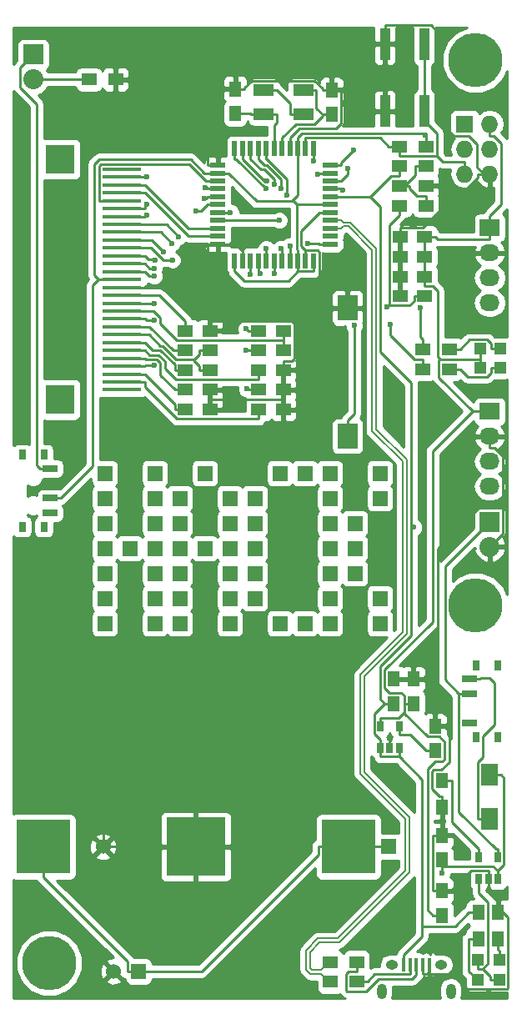
<source format=gbr>
G04 #@! TF.FileFunction,Copper,L1,Top,Signal*
%FSLAX45Y45*%
G04 Gerber Fmt 4.5, Leading zero omitted, Abs format (unit mm)*
G04 Created by KiCad (PCBNEW 4.0.2+dfsg1-stable) date Sat May  7 02:04:56 2016*
%MOMM*%
G01*
G04 APERTURE LIST*
%ADD10C,0.100000*%
%ADD11R,1.300000X1.500000*%
%ADD12C,2.032000*%
%ADD13R,2.032000X2.032000*%
%ADD14C,5.500000*%
%ADD15R,1.500000X0.700000*%
%ADD16R,0.800000X1.000000*%
%ADD17R,1.250000X1.500000*%
%ADD18R,1.500000X1.250000*%
%ADD19R,2.032000X1.727200*%
%ADD20O,2.032000X1.727200*%
%ADD21R,1.500000X1.300000*%
%ADD22R,0.650000X1.060000*%
%ADD23R,2.000000X1.300000*%
%ADD24R,1.198880X1.198880*%
%ADD25R,1.680000X2.200000*%
%ADD26O,2.032000X2.032000*%
%ADD27C,1.524000*%
%ADD28R,1.524000X1.524000*%
%ADD29R,1.500000X0.550000*%
%ADD30R,0.550000X1.500000*%
%ADD31R,0.400000X1.350000*%
%ADD32O,1.250000X0.950000*%
%ADD33O,1.000000X1.550000*%
%ADD34R,1.727200X1.727200*%
%ADD35O,1.727200X1.727200*%
%ADD36R,2.000000X2.500000*%
%ADD37R,1.000000X3.200000*%
%ADD38R,4.000000X0.400000*%
%ADD39R,3.000000X3.000000*%
%ADD40R,5.500000X5.500000*%
%ADD41R,6.000000X6.000000*%
%ADD42C,0.600000*%
%ADD43C,0.250000*%
%ADD44C,0.200000*%
%ADD45C,0.254000*%
G04 APERTURE END LIST*
D10*
D11*
X8990000Y-13325000D03*
X8990000Y-13055000D03*
D12*
X4270000Y-4600000D03*
D13*
X4270000Y-4346000D03*
D14*
X4430000Y-13570000D03*
D15*
X8697500Y-11135000D03*
X8697500Y-10835000D03*
X8697500Y-10685000D03*
D16*
X8982500Y-11275000D03*
X8982500Y-10545000D03*
X8762500Y-10545000D03*
X8762500Y-11275000D03*
D17*
X8420000Y-13085000D03*
X8420000Y-12835000D03*
X8420000Y-12525000D03*
X8420000Y-12275000D03*
X6320000Y-4945000D03*
X6320000Y-4695000D03*
X7300000Y-4955000D03*
X7300000Y-4705000D03*
X8350000Y-11165000D03*
X8350000Y-11415000D03*
D18*
X5815000Y-7150000D03*
X6065000Y-7150000D03*
X5815000Y-7350000D03*
X6065000Y-7350000D03*
X5815000Y-7550000D03*
X6065000Y-7550000D03*
X5815000Y-7750000D03*
X6065000Y-7750000D03*
X5815000Y-7950000D03*
X6065000Y-7950000D03*
X6560000Y-7150000D03*
X6810000Y-7150000D03*
X6560000Y-7350000D03*
X6810000Y-7350000D03*
X6560000Y-7550000D03*
X6810000Y-7550000D03*
X6560000Y-7750000D03*
X6810000Y-7750000D03*
X6560000Y-7950000D03*
X6810000Y-7950000D03*
D19*
X8905000Y-6105000D03*
D20*
X8905000Y-6359000D03*
X8905000Y-6613000D03*
X8905000Y-6867000D03*
D19*
X8905000Y-7970000D03*
D20*
X8905000Y-8224000D03*
X8905000Y-8478000D03*
X8905000Y-8732000D03*
D11*
X8790000Y-13325000D03*
X8790000Y-13055000D03*
X8420000Y-11985000D03*
X8420000Y-11715000D03*
D21*
X8495000Y-7340000D03*
X8225000Y-7340000D03*
X8495000Y-7540000D03*
X8225000Y-7540000D03*
X7985000Y-5480000D03*
X8255000Y-5480000D03*
X4835000Y-4600000D03*
X5105000Y-4600000D03*
D22*
X8795000Y-12720000D03*
X8890000Y-12720000D03*
X8985000Y-12720000D03*
X8985000Y-12500000D03*
X8795000Y-12500000D03*
X7795000Y-11390000D03*
X7890000Y-11390000D03*
X7985000Y-11390000D03*
X7985000Y-11170000D03*
X7795000Y-11170000D03*
D23*
X6610000Y-4950000D03*
X7010000Y-4950000D03*
X7010000Y-4710000D03*
X6610000Y-4710000D03*
D24*
X8780000Y-13744902D03*
X8780000Y-13535098D03*
X8805098Y-7335000D03*
X9014902Y-7335000D03*
X8805098Y-7525000D03*
X9014902Y-7525000D03*
D25*
X8900000Y-12105000D03*
X8900000Y-11660000D03*
D14*
X8760000Y-9940000D03*
D24*
X9000000Y-13744902D03*
X9000000Y-13535098D03*
D13*
X8905000Y-9090000D03*
D26*
X8905000Y-9344000D03*
D27*
X5085000Y-13655000D03*
D28*
X5339000Y-13655000D03*
D15*
X4442500Y-8550000D03*
X4442500Y-8850000D03*
X4442500Y-9000000D03*
D16*
X4157500Y-8410000D03*
X4157500Y-9140000D03*
X4377500Y-9140000D03*
X4377500Y-8410000D03*
D29*
X7285000Y-6270000D03*
X7285000Y-6190000D03*
X7285000Y-6110000D03*
X7285000Y-6030000D03*
X7285000Y-5950000D03*
X7285000Y-5870000D03*
X7285000Y-5790000D03*
X7285000Y-5710000D03*
X7285000Y-5630000D03*
X7285000Y-5550000D03*
X7285000Y-5470000D03*
D30*
X7115000Y-5300000D03*
X7035000Y-5300000D03*
X6955000Y-5300000D03*
X6875000Y-5300000D03*
X6795000Y-5300000D03*
X6715000Y-5300000D03*
X6635000Y-5300000D03*
X6555000Y-5300000D03*
X6475000Y-5300000D03*
X6395000Y-5300000D03*
X6315000Y-5300000D03*
D29*
X6145000Y-5470000D03*
X6145000Y-5550000D03*
X6145000Y-5630000D03*
X6145000Y-5710000D03*
X6145000Y-5790000D03*
X6145000Y-5870000D03*
X6145000Y-5950000D03*
X6145000Y-6030000D03*
X6145000Y-6110000D03*
X6145000Y-6190000D03*
X6145000Y-6270000D03*
D30*
X6315000Y-6440000D03*
X6395000Y-6440000D03*
X6475000Y-6440000D03*
X6555000Y-6440000D03*
X6635000Y-6440000D03*
X6715000Y-6440000D03*
X6795000Y-6440000D03*
X6875000Y-6440000D03*
X6955000Y-6440000D03*
X7035000Y-6440000D03*
X7115000Y-6440000D03*
D14*
X8760000Y-4400000D03*
D18*
X8245000Y-6400000D03*
X7995000Y-6400000D03*
X8245000Y-6600000D03*
X7995000Y-6600000D03*
D17*
X7930000Y-10935000D03*
X7930000Y-10685000D03*
X8130000Y-10935000D03*
X8130000Y-10685000D03*
D18*
X7995000Y-6200000D03*
X8245000Y-6200000D03*
D31*
X8029660Y-13585146D03*
X8094660Y-13585146D03*
X8159660Y-13585146D03*
X8224660Y-13585146D03*
X8289660Y-13585146D03*
D32*
X7909660Y-13585146D03*
X8409660Y-13585146D03*
D33*
X7809660Y-13855146D03*
X8509660Y-13855146D03*
D27*
X4980000Y-12390000D03*
D28*
X7880000Y-12390000D03*
D34*
X8650000Y-5050000D03*
D35*
X8904000Y-5050000D03*
X8650000Y-5304000D03*
X8904000Y-5304000D03*
X8650000Y-5558000D03*
X8904000Y-5558000D03*
D21*
X7555000Y-13560000D03*
X7285000Y-13560000D03*
X7555000Y-13760000D03*
X7285000Y-13760000D03*
D36*
X7460000Y-8220000D03*
X7460000Y-6920000D03*
D21*
X7985000Y-5280000D03*
X8255000Y-5280000D03*
D37*
X7840000Y-4240000D03*
X7840000Y-4920000D03*
X8240000Y-4920000D03*
X8240000Y-4240000D03*
D38*
X5170000Y-7750000D03*
X5170000Y-7670000D03*
X5170000Y-7590000D03*
X5170000Y-7510000D03*
X5170000Y-7430000D03*
X5170000Y-7350000D03*
X5170000Y-7270000D03*
X5170000Y-7190000D03*
X5170000Y-7110000D03*
X5170000Y-7030000D03*
X5170000Y-6950000D03*
X5170000Y-6870000D03*
X5170000Y-6790000D03*
X5170000Y-6710000D03*
X5170000Y-6630000D03*
X5170000Y-6550000D03*
X5170000Y-6470000D03*
X5170000Y-6390000D03*
X5170000Y-6310000D03*
X5170000Y-6230000D03*
X5170000Y-6150000D03*
X5170000Y-6070000D03*
X5170000Y-5990000D03*
X5170000Y-5910000D03*
X5170000Y-5830000D03*
X5170000Y-5750000D03*
X5170000Y-5670000D03*
X5170000Y-5590000D03*
X5170000Y-5510000D03*
D39*
X4540000Y-5410000D03*
X4540000Y-7850000D03*
D18*
X7995000Y-6800000D03*
X8245000Y-6800000D03*
D21*
X7985000Y-5680000D03*
X8255000Y-5680000D03*
X7985000Y-5880000D03*
X8255000Y-5880000D03*
D40*
X4370000Y-12390000D03*
X7470000Y-12390000D03*
D41*
X5920000Y-12390000D03*
D28*
X4996000Y-10122000D03*
D10*
G36*
X7713800Y-10198200D02*
X7713800Y-10045800D01*
X7866200Y-10045800D01*
X7866200Y-10198200D01*
X7713800Y-10198200D01*
X7713800Y-10198200D01*
G37*
G36*
X4919800Y-8674200D02*
X4919800Y-8521800D01*
X5072200Y-8521800D01*
X5072200Y-8674200D01*
X4919800Y-8674200D01*
X4919800Y-8674200D01*
G37*
D28*
X7790000Y-8598000D03*
D10*
G36*
X4919800Y-8928200D02*
X4919800Y-8775800D01*
X5072200Y-8775800D01*
X5072200Y-8928200D01*
X4919800Y-8928200D01*
X4919800Y-8928200D01*
G37*
G36*
X4919800Y-9182200D02*
X4919800Y-9029800D01*
X5072200Y-9029800D01*
X5072200Y-9182200D01*
X4919800Y-9182200D01*
X4919800Y-9182200D01*
G37*
G36*
X4919800Y-9436200D02*
X4919800Y-9283800D01*
X5072200Y-9283800D01*
X5072200Y-9436200D01*
X4919800Y-9436200D01*
X4919800Y-9436200D01*
G37*
G36*
X4919800Y-9690200D02*
X4919800Y-9537800D01*
X5072200Y-9537800D01*
X5072200Y-9690200D01*
X4919800Y-9690200D01*
X4919800Y-9690200D01*
G37*
G36*
X4919800Y-9944200D02*
X4919800Y-9791800D01*
X5072200Y-9791800D01*
X5072200Y-9944200D01*
X4919800Y-9944200D01*
X4919800Y-9944200D01*
G37*
G36*
X5173800Y-9436200D02*
X5173800Y-9283800D01*
X5326200Y-9283800D01*
X5326200Y-9436200D01*
X5173800Y-9436200D01*
X5173800Y-9436200D01*
G37*
G36*
X5427800Y-9436200D02*
X5427800Y-9283800D01*
X5580200Y-9283800D01*
X5580200Y-9436200D01*
X5427800Y-9436200D01*
X5427800Y-9436200D01*
G37*
G36*
X5427800Y-9182200D02*
X5427800Y-9029800D01*
X5580200Y-9029800D01*
X5580200Y-9182200D01*
X5427800Y-9182200D01*
X5427800Y-9182200D01*
G37*
G36*
X5427800Y-8928200D02*
X5427800Y-8775800D01*
X5580200Y-8775800D01*
X5580200Y-8928200D01*
X5427800Y-8928200D01*
X5427800Y-8928200D01*
G37*
G36*
X5427800Y-8674200D02*
X5427800Y-8521800D01*
X5580200Y-8521800D01*
X5580200Y-8674200D01*
X5427800Y-8674200D01*
X5427800Y-8674200D01*
G37*
G36*
X5427800Y-9690200D02*
X5427800Y-9537800D01*
X5580200Y-9537800D01*
X5580200Y-9690200D01*
X5427800Y-9690200D01*
X5427800Y-9690200D01*
G37*
G36*
X5427800Y-9944200D02*
X5427800Y-9791800D01*
X5580200Y-9791800D01*
X5580200Y-9944200D01*
X5427800Y-9944200D01*
X5427800Y-9944200D01*
G37*
G36*
X5427800Y-10198200D02*
X5427800Y-10045800D01*
X5580200Y-10045800D01*
X5580200Y-10198200D01*
X5427800Y-10198200D01*
X5427800Y-10198200D01*
G37*
G36*
X5681800Y-10198200D02*
X5681800Y-10045800D01*
X5834200Y-10045800D01*
X5834200Y-10198200D01*
X5681800Y-10198200D01*
X5681800Y-10198200D01*
G37*
G36*
X5681800Y-9944200D02*
X5681800Y-9791800D01*
X5834200Y-9791800D01*
X5834200Y-9944200D01*
X5681800Y-9944200D01*
X5681800Y-9944200D01*
G37*
G36*
X5681800Y-9690200D02*
X5681800Y-9537800D01*
X5834200Y-9537800D01*
X5834200Y-9690200D01*
X5681800Y-9690200D01*
X5681800Y-9690200D01*
G37*
G36*
X5681800Y-9436200D02*
X5681800Y-9283800D01*
X5834200Y-9283800D01*
X5834200Y-9436200D01*
X5681800Y-9436200D01*
X5681800Y-9436200D01*
G37*
G36*
X5681800Y-9182200D02*
X5681800Y-9029800D01*
X5834200Y-9029800D01*
X5834200Y-9182200D01*
X5681800Y-9182200D01*
X5681800Y-9182200D01*
G37*
G36*
X5935800Y-8674200D02*
X5935800Y-8521800D01*
X6088200Y-8521800D01*
X6088200Y-8674200D01*
X5935800Y-8674200D01*
X5935800Y-8674200D01*
G37*
G36*
X5681800Y-8928200D02*
X5681800Y-8775800D01*
X5834200Y-8775800D01*
X5834200Y-8928200D01*
X5681800Y-8928200D01*
X5681800Y-8928200D01*
G37*
G36*
X6189800Y-8928200D02*
X6189800Y-8775800D01*
X6342200Y-8775800D01*
X6342200Y-8928200D01*
X6189800Y-8928200D01*
X6189800Y-8928200D01*
G37*
G36*
X6189800Y-9182200D02*
X6189800Y-9029800D01*
X6342200Y-9029800D01*
X6342200Y-9182200D01*
X6189800Y-9182200D01*
X6189800Y-9182200D01*
G37*
G36*
X6189800Y-9436200D02*
X6189800Y-9283800D01*
X6342200Y-9283800D01*
X6342200Y-9436200D01*
X6189800Y-9436200D01*
X6189800Y-9436200D01*
G37*
G36*
X6189800Y-9690200D02*
X6189800Y-9537800D01*
X6342200Y-9537800D01*
X6342200Y-9690200D01*
X6189800Y-9690200D01*
X6189800Y-9690200D01*
G37*
G36*
X6189800Y-9944200D02*
X6189800Y-9791800D01*
X6342200Y-9791800D01*
X6342200Y-9944200D01*
X6189800Y-9944200D01*
X6189800Y-9944200D01*
G37*
G36*
X6189800Y-10198200D02*
X6189800Y-10045800D01*
X6342200Y-10045800D01*
X6342200Y-10198200D01*
X6189800Y-10198200D01*
X6189800Y-10198200D01*
G37*
G36*
X5935800Y-9436200D02*
X5935800Y-9283800D01*
X6088200Y-9283800D01*
X6088200Y-9436200D01*
X5935800Y-9436200D01*
X5935800Y-9436200D01*
G37*
G36*
X6951800Y-8674200D02*
X6951800Y-8521800D01*
X7104200Y-8521800D01*
X7104200Y-8674200D01*
X6951800Y-8674200D01*
X6951800Y-8674200D01*
G37*
G36*
X6697800Y-8674200D02*
X6697800Y-8521800D01*
X6850200Y-8521800D01*
X6850200Y-8674200D01*
X6697800Y-8674200D01*
X6697800Y-8674200D01*
G37*
G36*
X6443800Y-8928200D02*
X6443800Y-8775800D01*
X6596200Y-8775800D01*
X6596200Y-8928200D01*
X6443800Y-8928200D01*
X6443800Y-8928200D01*
G37*
G36*
X6443800Y-9182200D02*
X6443800Y-9029800D01*
X6596200Y-9029800D01*
X6596200Y-9182200D01*
X6443800Y-9182200D01*
X6443800Y-9182200D01*
G37*
G36*
X6443800Y-9436200D02*
X6443800Y-9283800D01*
X6596200Y-9283800D01*
X6596200Y-9436200D01*
X6443800Y-9436200D01*
X6443800Y-9436200D01*
G37*
G36*
X6443800Y-9690200D02*
X6443800Y-9537800D01*
X6596200Y-9537800D01*
X6596200Y-9690200D01*
X6443800Y-9690200D01*
X6443800Y-9690200D01*
G37*
G36*
X6443800Y-9944200D02*
X6443800Y-9791800D01*
X6596200Y-9791800D01*
X6596200Y-9944200D01*
X6443800Y-9944200D01*
X6443800Y-9944200D01*
G37*
G36*
X6697800Y-10198200D02*
X6697800Y-10045800D01*
X6850200Y-10045800D01*
X6850200Y-10198200D01*
X6697800Y-10198200D01*
X6697800Y-10198200D01*
G37*
G36*
X6951800Y-10198200D02*
X6951800Y-10045800D01*
X7104200Y-10045800D01*
X7104200Y-10198200D01*
X6951800Y-10198200D01*
X6951800Y-10198200D01*
G37*
G36*
X7205800Y-8674200D02*
X7205800Y-8521800D01*
X7358200Y-8521800D01*
X7358200Y-8674200D01*
X7205800Y-8674200D01*
X7205800Y-8674200D01*
G37*
G36*
X7205800Y-8928200D02*
X7205800Y-8775800D01*
X7358200Y-8775800D01*
X7358200Y-8928200D01*
X7205800Y-8928200D01*
X7205800Y-8928200D01*
G37*
G36*
X7205800Y-9182200D02*
X7205800Y-9029800D01*
X7358200Y-9029800D01*
X7358200Y-9182200D01*
X7205800Y-9182200D01*
X7205800Y-9182200D01*
G37*
G36*
X7205800Y-9436200D02*
X7205800Y-9283800D01*
X7358200Y-9283800D01*
X7358200Y-9436200D01*
X7205800Y-9436200D01*
X7205800Y-9436200D01*
G37*
G36*
X7205800Y-9690200D02*
X7205800Y-9537800D01*
X7358200Y-9537800D01*
X7358200Y-9690200D01*
X7205800Y-9690200D01*
X7205800Y-9690200D01*
G37*
G36*
X7205800Y-9944200D02*
X7205800Y-9791800D01*
X7358200Y-9791800D01*
X7358200Y-9944200D01*
X7205800Y-9944200D01*
X7205800Y-9944200D01*
G37*
G36*
X7205800Y-10198200D02*
X7205800Y-10045800D01*
X7358200Y-10045800D01*
X7358200Y-10198200D01*
X7205800Y-10198200D01*
X7205800Y-10198200D01*
G37*
G36*
X7459800Y-9182200D02*
X7459800Y-9029800D01*
X7612200Y-9029800D01*
X7612200Y-9182200D01*
X7459800Y-9182200D01*
X7459800Y-9182200D01*
G37*
G36*
X7459800Y-9436200D02*
X7459800Y-9283800D01*
X7612200Y-9283800D01*
X7612200Y-9436200D01*
X7459800Y-9436200D01*
X7459800Y-9436200D01*
G37*
G36*
X7459800Y-9690200D02*
X7459800Y-9537800D01*
X7612200Y-9537800D01*
X7612200Y-9690200D01*
X7459800Y-9690200D01*
X7459800Y-9690200D01*
G37*
G36*
X7713800Y-9944200D02*
X7713800Y-9791800D01*
X7866200Y-9791800D01*
X7866200Y-9944200D01*
X7713800Y-9944200D01*
X7713800Y-9944200D01*
G37*
G36*
X7713800Y-8928200D02*
X7713800Y-8775800D01*
X7866200Y-8775800D01*
X7866200Y-8928200D01*
X7713800Y-8928200D01*
X7713800Y-8928200D01*
G37*
D42*
X8134200Y-9147280D03*
X8480000Y-7850000D03*
X7930000Y-8080000D03*
X8250000Y-8220000D03*
X5920000Y-10490000D03*
X4170000Y-5050000D03*
X4920000Y-4960000D03*
X7890000Y-11620000D03*
X7910000Y-12990000D03*
X7890000Y-11286870D03*
X8248500Y-5164710D03*
X8420000Y-12652930D03*
X5498550Y-6870000D03*
X6432860Y-7130390D03*
X5498550Y-7047580D03*
X6432230Y-7345030D03*
X5498550Y-7503050D03*
X6434860Y-7739310D03*
X5420910Y-5590000D03*
X7115000Y-5426540D03*
X5426370Y-5869600D03*
X6018770Y-5700310D03*
X5421550Y-5977750D03*
X6006590Y-5808080D03*
X5746860Y-6194320D03*
X7056240Y-6260480D03*
X5677650Y-6263530D03*
X6875000Y-6286560D03*
X5592230Y-6348950D03*
X6786420Y-6312050D03*
X5684760Y-6433630D03*
X6715000Y-6568710D03*
X5503780Y-6437390D03*
X6635000Y-6314660D03*
X5495330Y-6517430D03*
X6575360Y-6566250D03*
X5498550Y-6597470D03*
X6475000Y-6579260D03*
X7522320Y-5313620D03*
X7464430Y-5501100D03*
X7157260Y-5563630D03*
X6639760Y-5626470D03*
X6713410Y-5666020D03*
X6783590Y-5709040D03*
X6847020Y-5771600D03*
X7412060Y-5726920D03*
X8196660Y-6912550D03*
X6629980Y-5706510D03*
X7892820Y-7086360D03*
X5919650Y-5933010D03*
X7526820Y-7098580D03*
X6272810Y-5950000D03*
X6768240Y-6030000D03*
X7857660Y-6909770D03*
D43*
X8029660Y-13585150D02*
X8029660Y-13485120D01*
X7285000Y-5790000D02*
X7392530Y-5790000D01*
X7985000Y-5480000D02*
X7985000Y-5577530D01*
X7930000Y-10935000D02*
X7834970Y-10935000D01*
X8790000Y-13055000D02*
X8692470Y-13055000D01*
X8217500Y-13297280D02*
X8217500Y-13196050D01*
X8029660Y-13485120D02*
X8217500Y-13297280D01*
X7985000Y-11390000D02*
X7985000Y-11475530D01*
X7795000Y-11378820D02*
X7795000Y-11304470D01*
X7795000Y-11378820D02*
X7795000Y-11390000D01*
X7795000Y-11475530D02*
X7985000Y-11475530D01*
X7795000Y-11390000D02*
X7795000Y-11475530D01*
X7729970Y-11040000D02*
X7834970Y-10935000D01*
X7729970Y-11239440D02*
X7729970Y-11040000D01*
X7795000Y-11304470D02*
X7729970Y-11239440D01*
X7900460Y-5577530D02*
X7687990Y-5790000D01*
X7985000Y-5577530D02*
X7900460Y-5577530D01*
X7687990Y-5790000D02*
X7392530Y-5790000D01*
X8106300Y-9147280D02*
X8134200Y-9147280D01*
X8106300Y-7681260D02*
X8106300Y-9147280D01*
X7792540Y-7367500D02*
X8106300Y-7681260D01*
X7792540Y-5894550D02*
X7792540Y-7367500D01*
X7687990Y-5790000D02*
X7792540Y-5894550D01*
X7789070Y-10889100D02*
X7834970Y-10935000D01*
X7789070Y-10559390D02*
X7789070Y-10889100D01*
X8106300Y-10242160D02*
X7789070Y-10559390D01*
X8106300Y-9147280D02*
X8106300Y-10242160D01*
X8551420Y-13196050D02*
X8692470Y-13055000D01*
X8217500Y-13196050D02*
X8551420Y-13196050D01*
X8697500Y-10835000D02*
X8589970Y-10835000D01*
X8589970Y-12035700D02*
X8589970Y-10835000D01*
X8968740Y-12414470D02*
X8589970Y-12035700D01*
X8985000Y-12414470D02*
X8968740Y-12414470D01*
X8450980Y-10696010D02*
X8589970Y-10835000D01*
X8450980Y-9544020D02*
X8450980Y-10696010D01*
X8905000Y-9090000D02*
X8450980Y-9544020D01*
X8985000Y-12500000D02*
X8985000Y-12414470D01*
X8217500Y-11708030D02*
X8217500Y-13196050D01*
X7985000Y-11475530D02*
X8217500Y-11708030D01*
X8480000Y-7850000D02*
X8480000Y-7990000D01*
X8480000Y-7990000D02*
X8250000Y-8220000D01*
X4980000Y-12390000D02*
X4980000Y-11430000D01*
X4980000Y-11430000D02*
X5920000Y-10490000D01*
X5105000Y-4600000D02*
X5105000Y-4775000D01*
X5105000Y-4775000D02*
X4920000Y-4960000D01*
X5920000Y-12390000D02*
X4980000Y-12390000D01*
X5105000Y-4600000D02*
X5212530Y-4600000D01*
X6810000Y-7850000D02*
X6810000Y-7750000D01*
X6810000Y-7850000D02*
X6065000Y-7850000D01*
X6065000Y-7750000D02*
X6065000Y-7850000D01*
X6065000Y-7850000D02*
X6065000Y-7950000D01*
X8255000Y-5680000D02*
X8362530Y-5680000D01*
X6320000Y-4695000D02*
X6224970Y-4695000D01*
X7995000Y-6400000D02*
X7995000Y-6200000D01*
X6320000Y-4695000D02*
X6415030Y-4695000D01*
X6415030Y-4684670D02*
X6415030Y-4695000D01*
X6487240Y-4612460D02*
X6415030Y-4684670D01*
X7124010Y-4612460D02*
X6487240Y-4612460D01*
X7204970Y-4693420D02*
X7124010Y-4612460D01*
X7204970Y-4705000D02*
X7204970Y-4693420D01*
X7300000Y-4705000D02*
X7204970Y-4705000D01*
X7840000Y-4920000D02*
X7840000Y-4727470D01*
X8990000Y-12905530D02*
X8990000Y-12947470D01*
X8890000Y-12805530D02*
X8990000Y-12905530D01*
X6145000Y-5470000D02*
X6037470Y-5470000D01*
X6037470Y-4695000D02*
X6037470Y-5470000D01*
X5307530Y-4695000D02*
X6037470Y-4695000D01*
X5212530Y-4600000D02*
X5307530Y-4695000D01*
X6037470Y-4695000D02*
X6224970Y-4695000D01*
X7995000Y-6800000D02*
X7995000Y-6600000D01*
X7995000Y-6600000D02*
X7995000Y-6400000D01*
X7035000Y-6440000D02*
X7035000Y-6332470D01*
X7995000Y-6200000D02*
X7995000Y-6104970D01*
X8653630Y-5726630D02*
X8409160Y-5726630D01*
X8785110Y-5595150D02*
X8653630Y-5726630D01*
X8785110Y-5558000D02*
X8785110Y-5595150D01*
X8409160Y-5726630D02*
X8362530Y-5680000D01*
X6145000Y-6270000D02*
X6252530Y-6270000D01*
X6145000Y-6270000D02*
X6037470Y-6270000D01*
X8904000Y-5558000D02*
X8845150Y-5558000D01*
X8845150Y-5558000D02*
X8785110Y-5558000D01*
X8306010Y-4047470D02*
X7840000Y-4047470D01*
X8395030Y-4136490D02*
X8306010Y-4047470D01*
X8395030Y-5022980D02*
X8395030Y-4136490D01*
X8540950Y-5168900D02*
X8395030Y-5022980D01*
X8688700Y-5168900D02*
X8540950Y-5168900D01*
X8777000Y-5257200D02*
X8688700Y-5168900D01*
X8777000Y-5489850D02*
X8777000Y-5257200D01*
X8845150Y-5558000D02*
X8777000Y-5489850D01*
X7840000Y-4240000D02*
X7840000Y-4047470D01*
X6810000Y-7850000D02*
X6810000Y-7950000D01*
X6065000Y-7150000D02*
X6065000Y-7054970D01*
X5713480Y-6703450D02*
X6065000Y-7054970D01*
X5706930Y-6710000D02*
X5713480Y-6703450D01*
X5170000Y-6710000D02*
X5706930Y-6710000D01*
X6037470Y-6379460D02*
X6037470Y-6270000D01*
X5713480Y-6703450D02*
X6037470Y-6379460D01*
X7300000Y-4705000D02*
X7395030Y-4705000D01*
X7840000Y-4240000D02*
X7840000Y-4705000D01*
X7840000Y-4705000D02*
X7840000Y-4727470D01*
X7840000Y-4705000D02*
X7395030Y-4705000D01*
X6875000Y-5300000D02*
X6875000Y-5192470D01*
X6972400Y-5095070D02*
X6875000Y-5192470D01*
X7347020Y-5095070D02*
X6972400Y-5095070D01*
X7395030Y-5047060D02*
X7347020Y-5095070D01*
X7395030Y-4705000D02*
X7395030Y-5047060D01*
X6810000Y-7550000D02*
X6810000Y-7750000D01*
X6810000Y-7550000D02*
X6810000Y-7454970D01*
X6395000Y-6440000D02*
X6395000Y-6343730D01*
X6321270Y-6270000D02*
X6252530Y-6270000D01*
X6395000Y-6343730D02*
X6321270Y-6270000D01*
X6919250Y-7428870D02*
X6919250Y-7075490D01*
X6893150Y-7454970D02*
X6919250Y-7428870D01*
X6810000Y-7454970D02*
X6893150Y-7454970D01*
X6898730Y-7054970D02*
X6065000Y-7054970D01*
X6919250Y-7075490D02*
X6898730Y-7054970D01*
X7074740Y-6920000D02*
X7177180Y-6920000D01*
X6919250Y-7075490D02*
X7074740Y-6920000D01*
X7177180Y-6920000D02*
X7460000Y-6920000D01*
X8905000Y-8224000D02*
X8905000Y-8342890D01*
X8130000Y-10685000D02*
X8034970Y-10685000D01*
X8130000Y-10685000D02*
X8225030Y-10685000D01*
X7930000Y-10685000D02*
X8034970Y-10685000D01*
X8990000Y-13055000D02*
X8990000Y-13001230D01*
X8990000Y-13001230D02*
X8990000Y-12947470D01*
X8518900Y-13685180D02*
X8289660Y-13685180D01*
X8671100Y-13837380D02*
X8518900Y-13685180D01*
X9079830Y-13837380D02*
X8671100Y-13837380D01*
X9092480Y-13824730D02*
X9079830Y-13837380D01*
X9092480Y-13103710D02*
X9092480Y-13824730D01*
X8990000Y-13001230D02*
X9092480Y-13103710D01*
X8289660Y-13585150D02*
X8289660Y-13635160D01*
X8224660Y-13585150D02*
X8224660Y-13685180D01*
X8289660Y-13660180D02*
X8289660Y-13685180D01*
X8289660Y-13635160D02*
X8289660Y-13660180D01*
X8264660Y-13685180D02*
X8224660Y-13685180D01*
X8289660Y-13660180D02*
X8264660Y-13685180D01*
X8890000Y-12762760D02*
X8890000Y-12805530D01*
X8890000Y-12762760D02*
X8890000Y-12720000D01*
X8350000Y-10809970D02*
X8225030Y-10685000D01*
X8350000Y-11057470D02*
X8350000Y-10809970D01*
X8350000Y-11165000D02*
X8350000Y-11057470D01*
X8220680Y-6104970D02*
X7995000Y-6104970D01*
X8409160Y-5916490D02*
X8220680Y-6104970D01*
X8409160Y-5726630D02*
X8409160Y-5916490D01*
X9040100Y-9208900D02*
X9040100Y-8951120D01*
X8905000Y-9344000D02*
X9040100Y-9208900D01*
X8957010Y-8342890D02*
X8905000Y-8342890D01*
X9040100Y-8425980D02*
X8957010Y-8342890D01*
X9040100Y-8951120D02*
X9040100Y-8425980D01*
X8493830Y-11213800D02*
X8445030Y-11165000D01*
X8493830Y-11527280D02*
X8493830Y-11213800D01*
X8413650Y-11607460D02*
X8493830Y-11527280D01*
X8337210Y-11607460D02*
X8413650Y-11607460D01*
X8317570Y-11627100D02*
X8337210Y-11607460D01*
X8317570Y-11799600D02*
X8317570Y-11627100D01*
X8395440Y-11877470D02*
X8317570Y-11799600D01*
X8420000Y-11877470D02*
X8395440Y-11877470D01*
X8420000Y-11985000D02*
X8420000Y-11877470D01*
X8350000Y-11165000D02*
X8445030Y-11165000D01*
X7156060Y-6332470D02*
X7035000Y-6332470D01*
X7177180Y-6353590D02*
X7156060Y-6332470D01*
X7177180Y-6920000D02*
X7177180Y-6353590D01*
X6991000Y-6136470D02*
X7177470Y-5950000D01*
X6991000Y-6288470D02*
X6991000Y-6136470D01*
X7035000Y-6332470D02*
X6991000Y-6288470D01*
X7285000Y-5950000D02*
X7177470Y-5950000D01*
X8715560Y-12634470D02*
X8890000Y-12634470D01*
X8515030Y-12835000D02*
X8715560Y-12634470D01*
X8420000Y-12835000D02*
X8515030Y-12835000D01*
X8890000Y-12720000D02*
X8890000Y-12634470D01*
X7890000Y-11286870D02*
X7890000Y-11390000D01*
X8420000Y-12835000D02*
X8324970Y-12835000D01*
X8420000Y-11985000D02*
X8420000Y-12275000D01*
X8324970Y-12275000D02*
X8324970Y-12835000D01*
X8420000Y-12275000D02*
X8324970Y-12275000D01*
X8790530Y-8951120D02*
X9040100Y-8951120D01*
X8377450Y-9364200D02*
X8790530Y-8951120D01*
X8377450Y-10532580D02*
X8377450Y-9364200D01*
X8225030Y-10685000D02*
X8377450Y-10532580D01*
X8245000Y-6400000D02*
X8245000Y-6200000D01*
X8255000Y-5280000D02*
X8255000Y-5182470D01*
X8255000Y-5171210D02*
X8248500Y-5164710D01*
X8255000Y-5182470D02*
X8255000Y-5171210D01*
X8905000Y-6105000D02*
X8905000Y-6223890D01*
X8245000Y-6200000D02*
X8352530Y-6200000D01*
X6315000Y-6440000D02*
X6315000Y-6547530D01*
X8376420Y-6223890D02*
X8905000Y-6223890D01*
X8352530Y-6200000D02*
X8376420Y-6223890D01*
X6860510Y-6642020D02*
X6955000Y-6547530D01*
X6409490Y-6642020D02*
X6860510Y-6642020D01*
X6315000Y-6547530D02*
X6409490Y-6642020D01*
X5170000Y-6630000D02*
X4948730Y-6630000D01*
X4442500Y-8850000D02*
X4550030Y-8850000D01*
X6955000Y-6440000D02*
X6955000Y-6536270D01*
X6955000Y-6536270D02*
X6955000Y-6547530D01*
X6955000Y-6547530D02*
X7115000Y-6547530D01*
X7115000Y-6440000D02*
X7115000Y-6547530D01*
X4948730Y-6630000D02*
X4934240Y-6630000D01*
X4872480Y-8527550D02*
X4550030Y-8850000D01*
X4872480Y-6691760D02*
X4872480Y-8527550D01*
X4934240Y-6630000D02*
X4872480Y-6691760D01*
X8231220Y-5147430D02*
X8248500Y-5164710D01*
X7000040Y-5147430D02*
X8231220Y-5147430D01*
X6955000Y-5192470D02*
X7000040Y-5147430D01*
X6955000Y-5300000D02*
X6955000Y-5192470D01*
X6955000Y-5300000D02*
X6955000Y-5407530D01*
X6008110Y-5550000D02*
X6145000Y-5550000D01*
X5867030Y-5408920D02*
X6008110Y-5550000D01*
X4940010Y-5408920D02*
X5867030Y-5408920D01*
X4891060Y-5457870D02*
X4940010Y-5408920D01*
X4891060Y-6586820D02*
X4891060Y-5457870D01*
X4934240Y-6630000D02*
X4891060Y-6586820D01*
X6145000Y-5550000D02*
X6252530Y-5550000D01*
X9023260Y-5867850D02*
X8905000Y-5986110D01*
X9023260Y-5251000D02*
X9023260Y-5867850D01*
X8941150Y-5168890D02*
X9023260Y-5251000D01*
X8904000Y-5168890D02*
X8941150Y-5168890D01*
X8904000Y-5050000D02*
X8904000Y-5168890D01*
X8905000Y-6105000D02*
X8905000Y-5986110D01*
X6955000Y-6440000D02*
X6955000Y-6332470D01*
X7285000Y-5870000D02*
X7177470Y-5870000D01*
X6944420Y-5870000D02*
X7177470Y-5870000D01*
X6944420Y-6321890D02*
X6955000Y-6332470D01*
X6944420Y-5870000D02*
X6944420Y-6321890D01*
X6901910Y-5827480D02*
X6944420Y-5870000D01*
X6894340Y-5835050D02*
X6901910Y-5827480D01*
X6537580Y-5835050D02*
X6894340Y-5835050D01*
X6252530Y-5550000D02*
X6537580Y-5835050D01*
X6955000Y-5774390D02*
X6955000Y-5407530D01*
X6901910Y-5827480D02*
X6955000Y-5774390D01*
X8130000Y-10935000D02*
X8034970Y-10935000D01*
X7795000Y-11170000D02*
X7795000Y-11084470D01*
X8420000Y-13085000D02*
X8324970Y-13085000D01*
X7976520Y-11084470D02*
X8031240Y-11029750D01*
X7795000Y-11084470D02*
X7976520Y-11084470D01*
X8271240Y-13031270D02*
X8324970Y-13085000D01*
X8271240Y-11602760D02*
X8271240Y-13031270D01*
X8347450Y-11526550D02*
X8271240Y-11602760D01*
X8422380Y-11526550D02*
X8347450Y-11526550D01*
X8445040Y-11503890D02*
X8422380Y-11526550D01*
X8445040Y-11325980D02*
X8445040Y-11503890D01*
X8391600Y-11272540D02*
X8445040Y-11325980D01*
X8274030Y-11272540D02*
X8391600Y-11272540D01*
X8031240Y-11029750D02*
X8274030Y-11272540D01*
X8805100Y-7335000D02*
X8805100Y-7437540D01*
X8805100Y-7437540D02*
X8805100Y-7525000D01*
X8245000Y-6600000D02*
X8245000Y-6400000D01*
X8245000Y-6600000D02*
X8245000Y-6695030D01*
X8377470Y-7412220D02*
X8402790Y-7437540D01*
X8377470Y-6744350D02*
X8377470Y-7412220D01*
X8328150Y-6695030D02*
X8377470Y-6744350D01*
X8245000Y-6695030D02*
X8328150Y-6695030D01*
X8402790Y-7437540D02*
X8805100Y-7437540D01*
X8034970Y-11026020D02*
X8031240Y-11029750D01*
X8034970Y-10935000D02*
X8034970Y-11026020D01*
X8387460Y-7629010D02*
X8728450Y-7970000D01*
X8387460Y-7452870D02*
X8387460Y-7629010D01*
X8402790Y-7437540D02*
X8387460Y-7452870D01*
X8728450Y-7970000D02*
X8905000Y-7970000D01*
X8323080Y-8375370D02*
X8728450Y-7970000D01*
X8323080Y-10106880D02*
X8323080Y-8375370D01*
X7834960Y-10595000D02*
X8323080Y-10106880D01*
X7834960Y-10774020D02*
X7834960Y-10595000D01*
X7888400Y-10827460D02*
X7834960Y-10774020D01*
X8005970Y-10827460D02*
X7888400Y-10827460D01*
X8034960Y-10856450D02*
X8005970Y-10827460D01*
X8034960Y-10935000D02*
X8034960Y-10856450D01*
X8034970Y-10935000D02*
X8034960Y-10935000D01*
X5230270Y-13557800D02*
X5230270Y-13655000D01*
X4370000Y-12697530D02*
X5230270Y-13557800D01*
X4370000Y-12390000D02*
X4370000Y-12697530D01*
X5339000Y-13655000D02*
X5230270Y-13655000D01*
X7470000Y-12390000D02*
X7880000Y-12390000D01*
X7470000Y-12390000D02*
X7162470Y-12390000D01*
X7162470Y-12469500D02*
X7162470Y-12390000D01*
X5976970Y-13655000D02*
X7162470Y-12469500D01*
X5339000Y-13655000D02*
X5976970Y-13655000D01*
X8420000Y-12632530D02*
X8420000Y-12652930D01*
X8985000Y-12720000D02*
X8985000Y-12634470D01*
X9050040Y-12569430D02*
X8985000Y-12634470D01*
X9050040Y-11693510D02*
X9050040Y-12569430D01*
X9016530Y-11660000D02*
X9050040Y-11693510D01*
X8900000Y-11660000D02*
X9016530Y-11660000D01*
X8420000Y-12599720D02*
X8420000Y-12632530D01*
X8420000Y-12599720D02*
X8420000Y-12589430D01*
X8420000Y-12525000D02*
X8420000Y-12589430D01*
X8939960Y-12589430D02*
X8985000Y-12634470D01*
X8420000Y-12589430D02*
X8939960Y-12589430D01*
X6472470Y-4945000D02*
X6477470Y-4950000D01*
X6320000Y-4945000D02*
X6472470Y-4945000D01*
X6610000Y-4950000D02*
X6477470Y-4950000D01*
X6742530Y-5033770D02*
X6742530Y-4950000D01*
X6715000Y-5061300D02*
X6742530Y-5033770D01*
X6715000Y-5300000D02*
X6715000Y-5061300D01*
X6610000Y-4950000D02*
X6742530Y-4950000D01*
X7204970Y-4966890D02*
X7204970Y-4955000D01*
X7121830Y-5050030D02*
X7204970Y-4966890D01*
X6937440Y-5050030D02*
X7121830Y-5050030D01*
X6795000Y-5192470D02*
X6937440Y-5050030D01*
X6795000Y-5300000D02*
X6795000Y-5192470D01*
X7300000Y-4955000D02*
X7204970Y-4955000D01*
X7142530Y-4892560D02*
X7204970Y-4955000D01*
X7142530Y-4710000D02*
X7142530Y-4892560D01*
X7010000Y-4710000D02*
X7142530Y-4710000D01*
X8095500Y-11255530D02*
X7985000Y-11255530D01*
X8254970Y-11415000D02*
X8095500Y-11255530D01*
X7985000Y-11170000D02*
X7985000Y-11255530D01*
X8350000Y-11415000D02*
X8254970Y-11415000D01*
X5550030Y-6790000D02*
X5815000Y-7054970D01*
X5170000Y-6790000D02*
X5550030Y-6790000D01*
X5815000Y-7150000D02*
X5815000Y-7054970D01*
X5689100Y-7350000D02*
X5815000Y-7350000D01*
X5449100Y-7110000D02*
X5689100Y-7350000D01*
X5402530Y-7110000D02*
X5449100Y-7110000D01*
X5170000Y-7110000D02*
X5402530Y-7110000D01*
X5170000Y-7190000D02*
X5402530Y-7190000D01*
X6065000Y-7550000D02*
X5957470Y-7550000D01*
X6065000Y-7350000D02*
X5957470Y-7350000D01*
X5957470Y-7392080D02*
X5957470Y-7350000D01*
X5900480Y-7449070D02*
X5957470Y-7392080D01*
X5957470Y-7506070D02*
X5957470Y-7550000D01*
X5900480Y-7449070D02*
X5957470Y-7506070D01*
X5443810Y-7190000D02*
X5402530Y-7190000D01*
X5559240Y-7305430D02*
X5443810Y-7190000D01*
X5580440Y-7305430D02*
X5559240Y-7305430D01*
X5720050Y-7445040D02*
X5580440Y-7305430D01*
X5896440Y-7445040D02*
X5720050Y-7445040D01*
X5900480Y-7449070D02*
X5896440Y-7445040D01*
X5170000Y-7270000D02*
X5402530Y-7270000D01*
X5815000Y-7550000D02*
X5707470Y-7550000D01*
X5482990Y-7350460D02*
X5402530Y-7270000D01*
X5561780Y-7350460D02*
X5482990Y-7350460D01*
X5707470Y-7496150D02*
X5561780Y-7350460D01*
X5707470Y-7550000D02*
X5707470Y-7496150D01*
X5815000Y-7750000D02*
X5707470Y-7750000D01*
X5170000Y-7430000D02*
X5402530Y-7430000D01*
X5413050Y-7440520D02*
X5402530Y-7430000D01*
X5524460Y-7440520D02*
X5413050Y-7440520D01*
X5561080Y-7477140D02*
X5524460Y-7440520D01*
X5561080Y-7603610D02*
X5561080Y-7477140D01*
X5707470Y-7750000D02*
X5561080Y-7603610D01*
X5707470Y-7894940D02*
X5707470Y-7950000D01*
X5402530Y-7590000D02*
X5707470Y-7894940D01*
X5815000Y-7950000D02*
X5707470Y-7950000D01*
X5170000Y-7590000D02*
X5402530Y-7590000D01*
X6560000Y-7150000D02*
X6452470Y-7150000D01*
X6432860Y-7130390D02*
X6452470Y-7150000D01*
X5170000Y-6870000D02*
X5498550Y-6870000D01*
X6810000Y-7150000D02*
X6810000Y-7245030D01*
X6810000Y-7350000D02*
X6810000Y-7245030D01*
X5489410Y-6950000D02*
X5170000Y-6950000D01*
X5561080Y-7021670D02*
X5489410Y-6950000D01*
X5561080Y-7080120D02*
X5561080Y-7021670D01*
X5725990Y-7245030D02*
X5561080Y-7080120D01*
X6810000Y-7245030D02*
X5725990Y-7245030D01*
X6560000Y-7350000D02*
X6452470Y-7350000D01*
X6447500Y-7345030D02*
X6452470Y-7350000D01*
X6432230Y-7345030D02*
X6447500Y-7345030D01*
X5170000Y-7030000D02*
X5402530Y-7030000D01*
X5420110Y-7047580D02*
X5498550Y-7047580D01*
X5402530Y-7030000D02*
X5420110Y-7047580D01*
X5170000Y-7350000D02*
X5402530Y-7350000D01*
X6560000Y-7550000D02*
X6560000Y-7645030D01*
X5448020Y-7395490D02*
X5402530Y-7350000D01*
X5543120Y-7395490D02*
X5448020Y-7395490D01*
X5606110Y-7458480D02*
X5543120Y-7395490D01*
X5606110Y-7530560D02*
X5606110Y-7458480D01*
X5720580Y-7645030D02*
X5606110Y-7530560D01*
X6560000Y-7645030D02*
X5720580Y-7645030D01*
X6560000Y-7750000D02*
X6452470Y-7750000D01*
X6441780Y-7739310D02*
X6452470Y-7750000D01*
X6434860Y-7739310D02*
X6441780Y-7739310D01*
X5170000Y-7510000D02*
X5402530Y-7510000D01*
X5409480Y-7503050D02*
X5498550Y-7503050D01*
X5402530Y-7510000D02*
X5409480Y-7503050D01*
X5726380Y-8045030D02*
X6560000Y-8045030D01*
X5402530Y-7721180D02*
X5726380Y-8045030D01*
X5402530Y-7670000D02*
X5402530Y-7721180D01*
X5170000Y-7670000D02*
X5402530Y-7670000D01*
X6560000Y-7950000D02*
X6560000Y-8045030D01*
X8700010Y-7242520D02*
X8602530Y-7340000D01*
X8880520Y-7242520D02*
X8700010Y-7242520D01*
X8922430Y-7284430D02*
X8880520Y-7242520D01*
X8922430Y-7335000D02*
X8922430Y-7284430D01*
X9014900Y-7335000D02*
X8922430Y-7335000D01*
X8495000Y-7340000D02*
X8602530Y-7340000D01*
X8680010Y-7617480D02*
X8602530Y-7540000D01*
X8880520Y-7617480D02*
X8680010Y-7617480D01*
X8922430Y-7575570D02*
X8880520Y-7617480D01*
X8922430Y-7525000D02*
X8922430Y-7575570D01*
X9014900Y-7525000D02*
X8922430Y-7525000D01*
X8495000Y-7540000D02*
X8602530Y-7540000D01*
X4270000Y-4600000D02*
X4835000Y-4600000D01*
X7115000Y-5300000D02*
X7115000Y-5407530D01*
X7115000Y-5407530D02*
X7115000Y-5426540D01*
X5170000Y-5590000D02*
X5420910Y-5590000D01*
X5842530Y-6110000D02*
X6145000Y-6110000D01*
X5402530Y-5670000D02*
X5842530Y-6110000D01*
X5170000Y-5670000D02*
X5402530Y-5670000D01*
X5842530Y-6190000D02*
X6145000Y-6190000D01*
X5402530Y-5750000D02*
X5842530Y-6190000D01*
X5170000Y-5750000D02*
X5402530Y-5750000D01*
X6024420Y-5630000D02*
X6145000Y-5630000D01*
X5851750Y-5457330D02*
X6024420Y-5630000D01*
X4955550Y-5457330D02*
X5851750Y-5457330D01*
X4937470Y-5475410D02*
X4955550Y-5457330D01*
X4937470Y-5830000D02*
X4937470Y-5475410D01*
X5170000Y-5830000D02*
X4937470Y-5830000D01*
X5402530Y-5893440D02*
X5426370Y-5869600D01*
X5402530Y-5910000D02*
X5402530Y-5893440D01*
X6027780Y-5700310D02*
X6037470Y-5710000D01*
X6018770Y-5700310D02*
X6027780Y-5700310D01*
X6145000Y-5710000D02*
X6037470Y-5710000D01*
X5170000Y-5910000D02*
X5402530Y-5910000D01*
X6145000Y-5790000D02*
X6037470Y-5790000D01*
X5170000Y-5990000D02*
X5402530Y-5990000D01*
X5414780Y-5977750D02*
X5421550Y-5977750D01*
X5402530Y-5990000D02*
X5414780Y-5977750D01*
X6019390Y-5808080D02*
X6037470Y-5790000D01*
X6006590Y-5808080D02*
X6019390Y-5808080D01*
X7285000Y-6270000D02*
X7177470Y-6270000D01*
X5622540Y-6070000D02*
X5746860Y-6194320D01*
X5170000Y-6070000D02*
X5622540Y-6070000D01*
X7167950Y-6260480D02*
X7056240Y-6260480D01*
X7177470Y-6270000D02*
X7167950Y-6260480D01*
X5170000Y-6150000D02*
X5402530Y-6150000D01*
X6875000Y-6440000D02*
X6875000Y-6286560D01*
X5564120Y-6150000D02*
X5677650Y-6263530D01*
X5402530Y-6150000D02*
X5564120Y-6150000D01*
X6795000Y-6440000D02*
X6795000Y-6332470D01*
X6795000Y-6320630D02*
X6786420Y-6312050D01*
X6795000Y-6332470D02*
X6795000Y-6320630D01*
X5473280Y-6230000D02*
X5592230Y-6348950D01*
X5170000Y-6230000D02*
X5473280Y-6230000D01*
X6715000Y-6440000D02*
X6715000Y-6568710D01*
X5170000Y-6310000D02*
X5402530Y-6310000D01*
X5588480Y-6433630D02*
X5684760Y-6433630D01*
X5464850Y-6310000D02*
X5588480Y-6433630D01*
X5402530Y-6310000D02*
X5464850Y-6310000D01*
X5170000Y-6390000D02*
X5402530Y-6390000D01*
X6635000Y-6440000D02*
X6635000Y-6332470D01*
X6635000Y-6332470D02*
X6635000Y-6314660D01*
X5494800Y-6428410D02*
X5503780Y-6437390D01*
X5494800Y-6428400D02*
X5494800Y-6428410D01*
X5440930Y-6428400D02*
X5494800Y-6428400D01*
X5402530Y-6390000D02*
X5440930Y-6428400D01*
X6556640Y-6547530D02*
X6555000Y-6547530D01*
X6575360Y-6566250D02*
X6556640Y-6547530D01*
X6555000Y-6440000D02*
X6555000Y-6547530D01*
X5170000Y-6470000D02*
X5402530Y-6470000D01*
X5449960Y-6517430D02*
X5495330Y-6517430D01*
X5402530Y-6470000D02*
X5449960Y-6517430D01*
X6475000Y-6440000D02*
X6475000Y-6579260D01*
X5170000Y-6550000D02*
X5402530Y-6550000D01*
X5450000Y-6597470D02*
X5498550Y-6597470D01*
X5402530Y-6550000D02*
X5450000Y-6597470D01*
X9000000Y-13744900D02*
X8907530Y-13744900D01*
X8780000Y-13535100D02*
X8780000Y-13627570D01*
X8795000Y-12862770D02*
X8795000Y-12720000D01*
X8887540Y-12955310D02*
X8795000Y-12862770D01*
X8887540Y-13571360D02*
X8887540Y-12955310D01*
X8831330Y-13627570D02*
X8887540Y-13571360D01*
X8907530Y-13703770D02*
X8831330Y-13627570D01*
X8907530Y-13744900D02*
X8907530Y-13703770D01*
X8831330Y-13627570D02*
X8780000Y-13627570D01*
X8687520Y-13329950D02*
X8692470Y-13325000D01*
X8687520Y-13652420D02*
X8687520Y-13329950D01*
X8780000Y-13744900D02*
X8687520Y-13652420D01*
X8790000Y-13325000D02*
X8692470Y-13325000D01*
X7737350Y-13685180D02*
X7662530Y-13760000D01*
X8094660Y-13685180D02*
X7737350Y-13685180D01*
X8094660Y-13585150D02*
X8094660Y-13685180D01*
X7555000Y-13760000D02*
X7662530Y-13760000D01*
X7469660Y-13657530D02*
X7555000Y-13657530D01*
X7447460Y-13679730D02*
X7469660Y-13657530D01*
X7447460Y-13846760D02*
X7447460Y-13679730D01*
X7458240Y-13857540D02*
X7447460Y-13846760D01*
X7652100Y-13857540D02*
X7458240Y-13857540D01*
X7779420Y-13730220D02*
X7652100Y-13857540D01*
X8116010Y-13730220D02*
X7779420Y-13730220D01*
X8159660Y-13686570D02*
X8116010Y-13730220D01*
X8159660Y-13585150D02*
X8159660Y-13686570D01*
X7555000Y-13560000D02*
X7555000Y-13657530D01*
X7392530Y-5443410D02*
X7392530Y-5470000D01*
X7522320Y-5313620D02*
X7392530Y-5443410D01*
X7285000Y-5470000D02*
X7392530Y-5470000D01*
X7285000Y-5630000D02*
X7392530Y-5630000D01*
X7464430Y-5558100D02*
X7464430Y-5501100D01*
X7392530Y-5630000D02*
X7464430Y-5558100D01*
X7285000Y-5550000D02*
X7177470Y-5550000D01*
X7163840Y-5563630D02*
X7177470Y-5550000D01*
X7157260Y-5563630D02*
X7163840Y-5563630D01*
X8240000Y-4968130D02*
X8240000Y-5016260D01*
X8650000Y-5558000D02*
X8650000Y-5439110D01*
X8240000Y-4968130D02*
X8240000Y-4920000D01*
X8240000Y-4920000D02*
X8240000Y-4240000D01*
X7985000Y-5280000D02*
X7985000Y-5377530D01*
X8366760Y-5143020D02*
X8240000Y-5016260D01*
X8366760Y-5377530D02*
X8366760Y-5143020D01*
X8428340Y-5439110D02*
X8366760Y-5377530D01*
X8650000Y-5439110D02*
X8428340Y-5439110D01*
X8366760Y-5377530D02*
X7985000Y-5377530D01*
X7789940Y-5192470D02*
X7877470Y-5280000D01*
X7035000Y-5192470D02*
X7789940Y-5192470D01*
X7035000Y-5300000D02*
X7035000Y-5192470D01*
X7985000Y-5280000D02*
X7877470Y-5280000D01*
X6395000Y-5300000D02*
X6395000Y-5407530D01*
X6613940Y-5626470D02*
X6639760Y-5626470D01*
X6395000Y-5407530D02*
X6613940Y-5626470D01*
X6475000Y-5300000D02*
X6475000Y-5407530D01*
X6713410Y-5611560D02*
X6713410Y-5666020D01*
X6614790Y-5512940D02*
X6713410Y-5611560D01*
X6580410Y-5512940D02*
X6614790Y-5512940D01*
X6475000Y-5407530D02*
X6580410Y-5512940D01*
X6555000Y-5300000D02*
X6555000Y-5407530D01*
X6783590Y-5613970D02*
X6783590Y-5709040D01*
X6637530Y-5467910D02*
X6783590Y-5613970D01*
X6615380Y-5467910D02*
X6637530Y-5467910D01*
X6555000Y-5407530D02*
X6615380Y-5467910D01*
X6635000Y-5300000D02*
X6635000Y-5407530D01*
X6847020Y-5611660D02*
X6847020Y-5771600D01*
X6642890Y-5407530D02*
X6847020Y-5611660D01*
X6635000Y-5407530D02*
X6642890Y-5407530D01*
D44*
X7275000Y-13560000D02*
X7285000Y-13560000D01*
X7195000Y-13640000D02*
X7275000Y-13560000D01*
X7098280Y-13640000D02*
X7195000Y-13640000D01*
X7080000Y-13621700D02*
X7098280Y-13640000D01*
X7080000Y-13458300D02*
X7080000Y-13621700D01*
X7178280Y-13360000D02*
X7080000Y-13458300D01*
X7378280Y-13360000D02*
X7178280Y-13360000D01*
X8090000Y-12648300D02*
X7378280Y-13360000D01*
X8090000Y-12091700D02*
X8090000Y-12648300D01*
X7630000Y-11631700D02*
X8090000Y-12091700D01*
X7630000Y-10658300D02*
X7630000Y-11631700D01*
X8060000Y-10228300D02*
X7630000Y-10658300D01*
X8060000Y-8461720D02*
X8060000Y-10228300D01*
X7750000Y-8151720D02*
X8060000Y-8461720D01*
X7750000Y-6311720D02*
X7750000Y-8151720D01*
X7488280Y-6050000D02*
X7750000Y-6311720D01*
X7417500Y-6050000D02*
X7488280Y-6050000D01*
X7397500Y-6030000D02*
X7417500Y-6050000D01*
X7285000Y-6030000D02*
X7397500Y-6030000D01*
X7275000Y-13760000D02*
X7285000Y-13760000D01*
X7195000Y-13680000D02*
X7275000Y-13760000D01*
X7081720Y-13680000D02*
X7195000Y-13680000D01*
X7040000Y-13638300D02*
X7081720Y-13680000D01*
X7040000Y-13441700D02*
X7040000Y-13638300D01*
X7161720Y-13320000D02*
X7040000Y-13441700D01*
X7361720Y-13320000D02*
X7161720Y-13320000D01*
X8050000Y-12631700D02*
X7361720Y-13320000D01*
X8050000Y-12108300D02*
X8050000Y-12631700D01*
X7590000Y-11648300D02*
X8050000Y-12108300D01*
X7590000Y-10641700D02*
X7590000Y-11648300D01*
X8020000Y-10211700D02*
X7590000Y-10641700D01*
X8020000Y-8478280D02*
X8020000Y-10211700D01*
X7710000Y-8168280D02*
X8020000Y-8478280D01*
X7710000Y-6328280D02*
X7710000Y-8168280D01*
X7471720Y-6090000D02*
X7710000Y-6328280D01*
X7417500Y-6090000D02*
X7471720Y-6090000D01*
X7397500Y-6110000D02*
X7417500Y-6090000D01*
X7285000Y-6110000D02*
X7397500Y-6110000D01*
D43*
X8517530Y-12137000D02*
X8517530Y-11715000D01*
X8795000Y-12414470D02*
X8517530Y-12137000D01*
X8795000Y-12500000D02*
X8795000Y-12414470D01*
X8420000Y-11715000D02*
X8517530Y-11715000D01*
X8225000Y-7340000D02*
X8225000Y-7242470D01*
X7395140Y-5710000D02*
X7412060Y-5726920D01*
X7285000Y-5710000D02*
X7395140Y-5710000D01*
X8196660Y-7214130D02*
X8196660Y-6912550D01*
X8225000Y-7242470D02*
X8196660Y-7214130D01*
X8139660Y-7442470D02*
X8225000Y-7442470D01*
X7892820Y-7195630D02*
X8139660Y-7442470D01*
X7892820Y-7086360D02*
X7892820Y-7195630D01*
X8225000Y-7540000D02*
X8225000Y-7442470D01*
X6315000Y-5300000D02*
X6315000Y-5407530D01*
X6331000Y-5407530D02*
X6629980Y-5706510D01*
X6315000Y-5407530D02*
X6331000Y-5407530D01*
X6145000Y-5870000D02*
X6037470Y-5870000D01*
X5974460Y-5933010D02*
X5919650Y-5933010D01*
X6037470Y-5870000D02*
X5974460Y-5933010D01*
X6877470Y-4844940D02*
X6877470Y-4950000D01*
X6742530Y-4710000D02*
X6877470Y-4844940D01*
X6610000Y-4710000D02*
X6742530Y-4710000D01*
X7010000Y-4950000D02*
X6877470Y-4950000D01*
X8990000Y-13432630D02*
X8990000Y-13325000D01*
X9000000Y-13442630D02*
X8990000Y-13432630D01*
X9000000Y-13535100D02*
X9000000Y-13442630D01*
X7460000Y-8220000D02*
X7460000Y-8062470D01*
X6272810Y-5950000D02*
X6145000Y-5950000D01*
X7526820Y-7995650D02*
X7526820Y-7098580D01*
X7460000Y-8062470D02*
X7526820Y-7995650D01*
X7985000Y-5880000D02*
X7985000Y-5977530D01*
X6145000Y-6030000D02*
X6768240Y-6030000D01*
X8245000Y-6800000D02*
X8137470Y-6800000D01*
X7888660Y-6878770D02*
X7857660Y-6909770D01*
X7887060Y-6877180D02*
X7888660Y-6878770D01*
X7887060Y-6075470D02*
X7887060Y-6877180D01*
X7985000Y-5977530D02*
X7887060Y-6075470D01*
X8137470Y-6845320D02*
X8137470Y-6800000D01*
X8087760Y-6895030D02*
X8137470Y-6845320D01*
X7904910Y-6895030D02*
X8087760Y-6895030D01*
X7888660Y-6878770D02*
X7904910Y-6895030D01*
X8812290Y-10677740D02*
X8805030Y-10685000D01*
X8900290Y-10677740D02*
X8812290Y-10677740D01*
X8952730Y-10730180D02*
X8900290Y-10677740D01*
X8952730Y-11146830D02*
X8952730Y-10730180D01*
X8835040Y-11264520D02*
X8952730Y-11146830D01*
X8835040Y-11482220D02*
X8835040Y-11264520D01*
X8783470Y-11533790D02*
X8835040Y-11482220D01*
X8783470Y-12105000D02*
X8783470Y-11533790D01*
X8900000Y-12105000D02*
X8783470Y-12105000D01*
X8697500Y-10685000D02*
X8805030Y-10685000D01*
X4134870Y-4481130D02*
X4270000Y-4346000D01*
X4134870Y-4677630D02*
X4134870Y-4481130D01*
X4304960Y-4847720D02*
X4134870Y-4677630D01*
X4304960Y-8519990D02*
X4304960Y-4847720D01*
X4334970Y-8550000D02*
X4304960Y-8519990D01*
X4442500Y-8550000D02*
X4334970Y-8550000D01*
X8092530Y-5708150D02*
X8092530Y-5680000D01*
X8166850Y-5782470D02*
X8092530Y-5708150D01*
X8255000Y-5782470D02*
X8166850Y-5782470D01*
X8255000Y-5880000D02*
X8255000Y-5782470D01*
X7985000Y-5680000D02*
X8038770Y-5680000D01*
X8038770Y-5680000D02*
X8092530Y-5680000D01*
X8147470Y-5571300D02*
X8147470Y-5480000D01*
X8038770Y-5680000D02*
X8147470Y-5571300D01*
X8255000Y-5480000D02*
X8147470Y-5480000D01*
D45*
G36*
X7976500Y-12601256D02*
X7331275Y-13246500D01*
X7161720Y-13246500D01*
X7147170Y-13249394D01*
X7133598Y-13252093D01*
X7133596Y-13252094D01*
X7133593Y-13252095D01*
X7122168Y-13259728D01*
X7109752Y-13268023D01*
X6988032Y-13389723D01*
X6988030Y-13389726D01*
X6988028Y-13389728D01*
X6980496Y-13401000D01*
X6972097Y-13413567D01*
X6972097Y-13413570D01*
X6972095Y-13413573D01*
X6969244Y-13427905D01*
X6966500Y-13441694D01*
X6966501Y-13441697D01*
X6966500Y-13441700D01*
X6966500Y-13638300D01*
X6966502Y-13638309D01*
X6966500Y-13638318D01*
X6969200Y-13651873D01*
X6972095Y-13666427D01*
X6972100Y-13666435D01*
X6972102Y-13666443D01*
X6980114Y-13678428D01*
X6988028Y-13690272D01*
X6988035Y-13690277D01*
X6988040Y-13690285D01*
X7029760Y-13731985D01*
X7041813Y-13740034D01*
X7053593Y-13747905D01*
X7053602Y-13747907D01*
X7053609Y-13747912D01*
X7067428Y-13750657D01*
X7081720Y-13753500D01*
X7145256Y-13753500D01*
X7145256Y-13825000D01*
X7149684Y-13848532D01*
X7163591Y-13870144D01*
X7184811Y-13884643D01*
X7210000Y-13889744D01*
X7360000Y-13889744D01*
X7383532Y-13885316D01*
X7383561Y-13885297D01*
X7393720Y-13900500D01*
X7404500Y-13911280D01*
X7429156Y-13927755D01*
X7435416Y-13929000D01*
X4071000Y-13929000D01*
X4071000Y-13637036D01*
X4091441Y-13637036D01*
X4142866Y-13761494D01*
X4238005Y-13856799D01*
X4362373Y-13908441D01*
X4497036Y-13908559D01*
X4621494Y-13857134D01*
X4716799Y-13761995D01*
X4720525Y-13753021D01*
X5004939Y-13753021D01*
X5011886Y-13777240D01*
X5064230Y-13795914D01*
X5119737Y-13793136D01*
X5158114Y-13777240D01*
X5165061Y-13753021D01*
X5085000Y-13672960D01*
X5004939Y-13753021D01*
X4720525Y-13753021D01*
X4768441Y-13637627D01*
X4768444Y-13634230D01*
X4944086Y-13634230D01*
X4946864Y-13689737D01*
X4962760Y-13728114D01*
X4986979Y-13735061D01*
X5067040Y-13655000D01*
X4986979Y-13574939D01*
X4962760Y-13581886D01*
X4944086Y-13634230D01*
X4768444Y-13634230D01*
X4768559Y-13502964D01*
X4717134Y-13378506D01*
X4621995Y-13283201D01*
X4497627Y-13231559D01*
X4362964Y-13231441D01*
X4238506Y-13282866D01*
X4143201Y-13378005D01*
X4091559Y-13502373D01*
X4091441Y-13637036D01*
X4071000Y-13637036D01*
X4071000Y-12724884D01*
X4095000Y-12729744D01*
X4301877Y-12729744D01*
X4316260Y-12751270D01*
X5080348Y-13515358D01*
X5050263Y-13516864D01*
X5011886Y-13532760D01*
X5004939Y-13556979D01*
X5085000Y-13637039D01*
X5086414Y-13635625D01*
X5104375Y-13653586D01*
X5102961Y-13655000D01*
X5183021Y-13735061D01*
X5198056Y-13730748D01*
X5198056Y-13731200D01*
X5202484Y-13754732D01*
X5216391Y-13776344D01*
X5237611Y-13790843D01*
X5262800Y-13795944D01*
X5415200Y-13795944D01*
X5438732Y-13791516D01*
X5460344Y-13777609D01*
X5474843Y-13756389D01*
X5479944Y-13731200D01*
X5479944Y-13731000D01*
X5976970Y-13731000D01*
X6006054Y-13725215D01*
X6030710Y-13708740D01*
X7130256Y-12609194D01*
X7130256Y-12665000D01*
X7134684Y-12688532D01*
X7148591Y-12710144D01*
X7169811Y-12724643D01*
X7195000Y-12729744D01*
X7745000Y-12729744D01*
X7768532Y-12725316D01*
X7790144Y-12711409D01*
X7804643Y-12690189D01*
X7809744Y-12665000D01*
X7809744Y-12530944D01*
X7956200Y-12530944D01*
X7976500Y-12527124D01*
X7976500Y-12601256D01*
X7976500Y-12601256D01*
G37*
X7976500Y-12601256D02*
X7331275Y-13246500D01*
X7161720Y-13246500D01*
X7147170Y-13249394D01*
X7133598Y-13252093D01*
X7133596Y-13252094D01*
X7133593Y-13252095D01*
X7122168Y-13259728D01*
X7109752Y-13268023D01*
X6988032Y-13389723D01*
X6988030Y-13389726D01*
X6988028Y-13389728D01*
X6980496Y-13401000D01*
X6972097Y-13413567D01*
X6972097Y-13413570D01*
X6972095Y-13413573D01*
X6969244Y-13427905D01*
X6966500Y-13441694D01*
X6966501Y-13441697D01*
X6966500Y-13441700D01*
X6966500Y-13638300D01*
X6966502Y-13638309D01*
X6966500Y-13638318D01*
X6969200Y-13651873D01*
X6972095Y-13666427D01*
X6972100Y-13666435D01*
X6972102Y-13666443D01*
X6980114Y-13678428D01*
X6988028Y-13690272D01*
X6988035Y-13690277D01*
X6988040Y-13690285D01*
X7029760Y-13731985D01*
X7041813Y-13740034D01*
X7053593Y-13747905D01*
X7053602Y-13747907D01*
X7053609Y-13747912D01*
X7067428Y-13750657D01*
X7081720Y-13753500D01*
X7145256Y-13753500D01*
X7145256Y-13825000D01*
X7149684Y-13848532D01*
X7163591Y-13870144D01*
X7184811Y-13884643D01*
X7210000Y-13889744D01*
X7360000Y-13889744D01*
X7383532Y-13885316D01*
X7383561Y-13885297D01*
X7393720Y-13900500D01*
X7404500Y-13911280D01*
X7429156Y-13927755D01*
X7435416Y-13929000D01*
X4071000Y-13929000D01*
X4071000Y-13637036D01*
X4091441Y-13637036D01*
X4142866Y-13761494D01*
X4238005Y-13856799D01*
X4362373Y-13908441D01*
X4497036Y-13908559D01*
X4621494Y-13857134D01*
X4716799Y-13761995D01*
X4720525Y-13753021D01*
X5004939Y-13753021D01*
X5011886Y-13777240D01*
X5064230Y-13795914D01*
X5119737Y-13793136D01*
X5158114Y-13777240D01*
X5165061Y-13753021D01*
X5085000Y-13672960D01*
X5004939Y-13753021D01*
X4720525Y-13753021D01*
X4768441Y-13637627D01*
X4768444Y-13634230D01*
X4944086Y-13634230D01*
X4946864Y-13689737D01*
X4962760Y-13728114D01*
X4986979Y-13735061D01*
X5067040Y-13655000D01*
X4986979Y-13574939D01*
X4962760Y-13581886D01*
X4944086Y-13634230D01*
X4768444Y-13634230D01*
X4768559Y-13502964D01*
X4717134Y-13378506D01*
X4621995Y-13283201D01*
X4497627Y-13231559D01*
X4362964Y-13231441D01*
X4238506Y-13282866D01*
X4143201Y-13378005D01*
X4091559Y-13502373D01*
X4091441Y-13637036D01*
X4071000Y-13637036D01*
X4071000Y-12724884D01*
X4095000Y-12729744D01*
X4301877Y-12729744D01*
X4316260Y-12751270D01*
X5080348Y-13515358D01*
X5050263Y-13516864D01*
X5011886Y-13532760D01*
X5004939Y-13556979D01*
X5085000Y-13637039D01*
X5086414Y-13635625D01*
X5104375Y-13653586D01*
X5102961Y-13655000D01*
X5183021Y-13735061D01*
X5198056Y-13730748D01*
X5198056Y-13731200D01*
X5202484Y-13754732D01*
X5216391Y-13776344D01*
X5237611Y-13790843D01*
X5262800Y-13795944D01*
X5415200Y-13795944D01*
X5438732Y-13791516D01*
X5460344Y-13777609D01*
X5474843Y-13756389D01*
X5479944Y-13731200D01*
X5479944Y-13731000D01*
X5976970Y-13731000D01*
X6006054Y-13725215D01*
X6030710Y-13708740D01*
X7130256Y-12609194D01*
X7130256Y-12665000D01*
X7134684Y-12688532D01*
X7148591Y-12710144D01*
X7169811Y-12724643D01*
X7195000Y-12729744D01*
X7745000Y-12729744D01*
X7768532Y-12725316D01*
X7790144Y-12711409D01*
X7804643Y-12690189D01*
X7809744Y-12665000D01*
X7809744Y-12530944D01*
X7956200Y-12530944D01*
X7976500Y-12527124D01*
X7976500Y-12601256D01*
G36*
X8699811Y-13189643D02*
X8701120Y-13189908D01*
X8679856Y-13203591D01*
X8665357Y-13224811D01*
X8660256Y-13250000D01*
X8660256Y-13256877D01*
X8638730Y-13271260D01*
X8633780Y-13276210D01*
X8617305Y-13300866D01*
X8611520Y-13329950D01*
X8611520Y-13652420D01*
X8617305Y-13681504D01*
X8633780Y-13706160D01*
X8655312Y-13727692D01*
X8655312Y-13804846D01*
X8659740Y-13828378D01*
X8673647Y-13849990D01*
X8694867Y-13864489D01*
X8720056Y-13869590D01*
X8839944Y-13869590D01*
X8863476Y-13865162D01*
X8885088Y-13851255D01*
X8889915Y-13844190D01*
X8893647Y-13849990D01*
X8914867Y-13864489D01*
X8940056Y-13869590D01*
X9059944Y-13869590D01*
X9079000Y-13866004D01*
X9079000Y-13929000D01*
X8614415Y-13929000D01*
X8614520Y-13928843D01*
X8623160Y-13885408D01*
X8623160Y-13824884D01*
X8614520Y-13781449D01*
X8589917Y-13744627D01*
X8553095Y-13720023D01*
X8509660Y-13711384D01*
X8466225Y-13720023D01*
X8429403Y-13744627D01*
X8404800Y-13781449D01*
X8396160Y-13824884D01*
X8396160Y-13885408D01*
X8404800Y-13928843D01*
X8404905Y-13929000D01*
X7914415Y-13929000D01*
X7914520Y-13928843D01*
X7923160Y-13885408D01*
X7923160Y-13824884D01*
X7919448Y-13806220D01*
X8116010Y-13806220D01*
X8145094Y-13800435D01*
X8169750Y-13783960D01*
X8213400Y-13740310D01*
X8229546Y-13716146D01*
X8237360Y-13716146D01*
X8237360Y-13707999D01*
X8245943Y-13711554D01*
X8250535Y-13716146D01*
X8263785Y-13716146D01*
X8268377Y-13711554D01*
X8280630Y-13706479D01*
X8298493Y-13688616D01*
X8299660Y-13685798D01*
X8299660Y-13700271D01*
X8315535Y-13716146D01*
X8322291Y-13716146D01*
X8345630Y-13706479D01*
X8361973Y-13690135D01*
X8392192Y-13696146D01*
X8427129Y-13696146D01*
X8469606Y-13687697D01*
X8505617Y-13663635D01*
X8529679Y-13627624D01*
X8538129Y-13585146D01*
X8529679Y-13542668D01*
X8505617Y-13506657D01*
X8469606Y-13482595D01*
X8427129Y-13474146D01*
X8392192Y-13474146D01*
X8361973Y-13480157D01*
X8345630Y-13463813D01*
X8322291Y-13454146D01*
X8315535Y-13454146D01*
X8299660Y-13470021D01*
X8299660Y-13484494D01*
X8298493Y-13481676D01*
X8280630Y-13463813D01*
X8268377Y-13458738D01*
X8263785Y-13454146D01*
X8250535Y-13454146D01*
X8245943Y-13458738D01*
X8233690Y-13463813D01*
X8225435Y-13472069D01*
X8204849Y-13458003D01*
X8202081Y-13457442D01*
X8198785Y-13454146D01*
X8192029Y-13454146D01*
X8189985Y-13454993D01*
X8179660Y-13452902D01*
X8169358Y-13452902D01*
X8271240Y-13351020D01*
X8287715Y-13326364D01*
X8293500Y-13297280D01*
X8293500Y-13272050D01*
X8551420Y-13272050D01*
X8580504Y-13266265D01*
X8605160Y-13249790D01*
X8679313Y-13175637D01*
X8699811Y-13189643D01*
X8699811Y-13189643D01*
G37*
X8699811Y-13189643D02*
X8701120Y-13189908D01*
X8679856Y-13203591D01*
X8665357Y-13224811D01*
X8660256Y-13250000D01*
X8660256Y-13256877D01*
X8638730Y-13271260D01*
X8633780Y-13276210D01*
X8617305Y-13300866D01*
X8611520Y-13329950D01*
X8611520Y-13652420D01*
X8617305Y-13681504D01*
X8633780Y-13706160D01*
X8655312Y-13727692D01*
X8655312Y-13804846D01*
X8659740Y-13828378D01*
X8673647Y-13849990D01*
X8694867Y-13864489D01*
X8720056Y-13869590D01*
X8839944Y-13869590D01*
X8863476Y-13865162D01*
X8885088Y-13851255D01*
X8889915Y-13844190D01*
X8893647Y-13849990D01*
X8914867Y-13864489D01*
X8940056Y-13869590D01*
X9059944Y-13869590D01*
X9079000Y-13866004D01*
X9079000Y-13929000D01*
X8614415Y-13929000D01*
X8614520Y-13928843D01*
X8623160Y-13885408D01*
X8623160Y-13824884D01*
X8614520Y-13781449D01*
X8589917Y-13744627D01*
X8553095Y-13720023D01*
X8509660Y-13711384D01*
X8466225Y-13720023D01*
X8429403Y-13744627D01*
X8404800Y-13781449D01*
X8396160Y-13824884D01*
X8396160Y-13885408D01*
X8404800Y-13928843D01*
X8404905Y-13929000D01*
X7914415Y-13929000D01*
X7914520Y-13928843D01*
X7923160Y-13885408D01*
X7923160Y-13824884D01*
X7919448Y-13806220D01*
X8116010Y-13806220D01*
X8145094Y-13800435D01*
X8169750Y-13783960D01*
X8213400Y-13740310D01*
X8229546Y-13716146D01*
X8237360Y-13716146D01*
X8237360Y-13707999D01*
X8245943Y-13711554D01*
X8250535Y-13716146D01*
X8263785Y-13716146D01*
X8268377Y-13711554D01*
X8280630Y-13706479D01*
X8298493Y-13688616D01*
X8299660Y-13685798D01*
X8299660Y-13700271D01*
X8315535Y-13716146D01*
X8322291Y-13716146D01*
X8345630Y-13706479D01*
X8361973Y-13690135D01*
X8392192Y-13696146D01*
X8427129Y-13696146D01*
X8469606Y-13687697D01*
X8505617Y-13663635D01*
X8529679Y-13627624D01*
X8538129Y-13585146D01*
X8529679Y-13542668D01*
X8505617Y-13506657D01*
X8469606Y-13482595D01*
X8427129Y-13474146D01*
X8392192Y-13474146D01*
X8361973Y-13480157D01*
X8345630Y-13463813D01*
X8322291Y-13454146D01*
X8315535Y-13454146D01*
X8299660Y-13470021D01*
X8299660Y-13484494D01*
X8298493Y-13481676D01*
X8280630Y-13463813D01*
X8268377Y-13458738D01*
X8263785Y-13454146D01*
X8250535Y-13454146D01*
X8245943Y-13458738D01*
X8233690Y-13463813D01*
X8225435Y-13472069D01*
X8204849Y-13458003D01*
X8202081Y-13457442D01*
X8198785Y-13454146D01*
X8192029Y-13454146D01*
X8189985Y-13454993D01*
X8179660Y-13452902D01*
X8169358Y-13452902D01*
X8271240Y-13351020D01*
X8287715Y-13326364D01*
X8293500Y-13297280D01*
X8293500Y-13272050D01*
X8551420Y-13272050D01*
X8580504Y-13266265D01*
X8605160Y-13249790D01*
X8679313Y-13175637D01*
X8699811Y-13189643D01*
G36*
X8141500Y-13265800D02*
X7975920Y-13431380D01*
X7959445Y-13456036D01*
X7954750Y-13479640D01*
X7927128Y-13474146D01*
X7892191Y-13474146D01*
X7849714Y-13482595D01*
X7813703Y-13506657D01*
X7789641Y-13542668D01*
X7781191Y-13585146D01*
X7785972Y-13609180D01*
X7737350Y-13609180D01*
X7708266Y-13614965D01*
X7694744Y-13624000D01*
X7694744Y-13495000D01*
X7690316Y-13471468D01*
X7676409Y-13449856D01*
X7655189Y-13435357D01*
X7630000Y-13430256D01*
X7480000Y-13430256D01*
X7456468Y-13434684D01*
X7434856Y-13448591D01*
X7420357Y-13469811D01*
X7420092Y-13471120D01*
X7406409Y-13449856D01*
X7385189Y-13435357D01*
X7376019Y-13433500D01*
X7378280Y-13433500D01*
X7394451Y-13430283D01*
X7406406Y-13427905D01*
X7406407Y-13427905D01*
X7406407Y-13427905D01*
X7415404Y-13421894D01*
X7430252Y-13411973D01*
X8141500Y-12700745D01*
X8141500Y-13265800D01*
X8141500Y-13265800D01*
G37*
X8141500Y-13265800D02*
X7975920Y-13431380D01*
X7959445Y-13456036D01*
X7954750Y-13479640D01*
X7927128Y-13474146D01*
X7892191Y-13474146D01*
X7849714Y-13482595D01*
X7813703Y-13506657D01*
X7789641Y-13542668D01*
X7781191Y-13585146D01*
X7785972Y-13609180D01*
X7737350Y-13609180D01*
X7708266Y-13614965D01*
X7694744Y-13624000D01*
X7694744Y-13495000D01*
X7690316Y-13471468D01*
X7676409Y-13449856D01*
X7655189Y-13435357D01*
X7630000Y-13430256D01*
X7480000Y-13430256D01*
X7456468Y-13434684D01*
X7434856Y-13448591D01*
X7420357Y-13469811D01*
X7420092Y-13471120D01*
X7406409Y-13449856D01*
X7385189Y-13435357D01*
X7376019Y-13433500D01*
X7378280Y-13433500D01*
X7394451Y-13430283D01*
X7406406Y-13427905D01*
X7406407Y-13427905D01*
X7406407Y-13427905D01*
X7415404Y-13421894D01*
X7430252Y-13411973D01*
X8141500Y-12700745D01*
X8141500Y-13265800D01*
G36*
X6483840Y-5888790D02*
X6508496Y-5905265D01*
X6537580Y-5911050D01*
X6868420Y-5911050D01*
X6868420Y-6193054D01*
X6856483Y-6193044D01*
X6822106Y-6207248D01*
X6809103Y-6220228D01*
X6805100Y-6218566D01*
X6767903Y-6218534D01*
X6733526Y-6232738D01*
X6709388Y-6256834D01*
X6688033Y-6235441D01*
X6653680Y-6221176D01*
X6616483Y-6221144D01*
X6582106Y-6235348D01*
X6555781Y-6261627D01*
X6541516Y-6295980D01*
X6541512Y-6300256D01*
X6527500Y-6300256D01*
X6514541Y-6302694D01*
X6502500Y-6300256D01*
X6447500Y-6300256D01*
X6436929Y-6302245D01*
X6435131Y-6301500D01*
X6423575Y-6301500D01*
X6413935Y-6311140D01*
X6402356Y-6318591D01*
X6395012Y-6329340D01*
X6388909Y-6319856D01*
X6375875Y-6310950D01*
X6366425Y-6301500D01*
X6354869Y-6301500D01*
X6352825Y-6302347D01*
X6342500Y-6300256D01*
X6287500Y-6300256D01*
X6283500Y-6301009D01*
X6283500Y-6298575D01*
X6267625Y-6282700D01*
X6157700Y-6282700D01*
X6157700Y-6345125D01*
X6173575Y-6361000D01*
X6223566Y-6361000D01*
X6222756Y-6365000D01*
X6222756Y-6515000D01*
X6227184Y-6538532D01*
X6241091Y-6560144D01*
X6241575Y-6560475D01*
X6244785Y-6576614D01*
X6261260Y-6601270D01*
X6355750Y-6695760D01*
X6380406Y-6712235D01*
X6409490Y-6718020D01*
X6860510Y-6718020D01*
X6889594Y-6712235D01*
X6914250Y-6695760D01*
X6986480Y-6623530D01*
X7115000Y-6623530D01*
X7144084Y-6617745D01*
X7168740Y-6601270D01*
X7185215Y-6576614D01*
X7188484Y-6560180D01*
X7202143Y-6540189D01*
X7207244Y-6515000D01*
X7207244Y-6365000D01*
X7206596Y-6361555D01*
X7210000Y-6362244D01*
X7360000Y-6362244D01*
X7383532Y-6357816D01*
X7405144Y-6343909D01*
X7419643Y-6322689D01*
X7424744Y-6297500D01*
X7424744Y-6242500D01*
X7422306Y-6229541D01*
X7424744Y-6217500D01*
X7424744Y-6178081D01*
X7425627Y-6177905D01*
X7443643Y-6165867D01*
X7636500Y-6358725D01*
X7636500Y-8168280D01*
X7638801Y-8179847D01*
X7642095Y-8196407D01*
X7658028Y-8220252D01*
X7946500Y-8508725D01*
X7946500Y-10181255D01*
X7930944Y-10196811D01*
X7930944Y-10045800D01*
X7926516Y-10022268D01*
X7912609Y-10000656D01*
X7904423Y-9995063D01*
X7911344Y-9990609D01*
X7925843Y-9969389D01*
X7930944Y-9944200D01*
X7930944Y-9791800D01*
X7926516Y-9768268D01*
X7912609Y-9746656D01*
X7891389Y-9732157D01*
X7866200Y-9727056D01*
X7713800Y-9727056D01*
X7690268Y-9731484D01*
X7668656Y-9745391D01*
X7654157Y-9766611D01*
X7649056Y-9791800D01*
X7649056Y-9944200D01*
X7653484Y-9967732D01*
X7667391Y-9989344D01*
X7675577Y-9994937D01*
X7668656Y-9999391D01*
X7654157Y-10020611D01*
X7649056Y-10045800D01*
X7649056Y-10198200D01*
X7653484Y-10221732D01*
X7667391Y-10243344D01*
X7688611Y-10257843D01*
X7713800Y-10262944D01*
X7864811Y-10262944D01*
X7538028Y-10589728D01*
X7522095Y-10613573D01*
X7516500Y-10641700D01*
X7516500Y-11648300D01*
X7521408Y-11672975D01*
X7522095Y-11676427D01*
X7538028Y-11700272D01*
X7976500Y-12138745D01*
X7976500Y-12253167D01*
X7956200Y-12249056D01*
X7809744Y-12249056D01*
X7809744Y-12115000D01*
X7805316Y-12091468D01*
X7791409Y-12069856D01*
X7770189Y-12055357D01*
X7745000Y-12050256D01*
X7195000Y-12050256D01*
X7171468Y-12054684D01*
X7149856Y-12068591D01*
X7135357Y-12089811D01*
X7130256Y-12115000D01*
X7130256Y-12321877D01*
X7108730Y-12336260D01*
X7092255Y-12360916D01*
X7086470Y-12390000D01*
X7086470Y-12438020D01*
X5945490Y-13579000D01*
X5479944Y-13579000D01*
X5479944Y-13578800D01*
X5475516Y-13555268D01*
X5461609Y-13533656D01*
X5440389Y-13519157D01*
X5415200Y-13514056D01*
X5290689Y-13514056D01*
X5284010Y-13504060D01*
X4509694Y-12729744D01*
X4645000Y-12729744D01*
X4668532Y-12725316D01*
X4690144Y-12711409D01*
X4704643Y-12690189D01*
X4709744Y-12665000D01*
X4709744Y-12488021D01*
X4899939Y-12488021D01*
X4906886Y-12512240D01*
X4959230Y-12530914D01*
X5014737Y-12528136D01*
X5053114Y-12512240D01*
X5060061Y-12488021D01*
X4980000Y-12407960D01*
X4899939Y-12488021D01*
X4709744Y-12488021D01*
X4709744Y-12369230D01*
X4839086Y-12369230D01*
X4841864Y-12424737D01*
X4857760Y-12463114D01*
X4881979Y-12470061D01*
X4962040Y-12390000D01*
X4997961Y-12390000D01*
X5078021Y-12470061D01*
X5102240Y-12463114D01*
X5118130Y-12418575D01*
X5556500Y-12418575D01*
X5556500Y-12702631D01*
X5566167Y-12725970D01*
X5584030Y-12743833D01*
X5607369Y-12753500D01*
X5891425Y-12753500D01*
X5907300Y-12737625D01*
X5907300Y-12402700D01*
X5932700Y-12402700D01*
X5932700Y-12737625D01*
X5948575Y-12753500D01*
X6232631Y-12753500D01*
X6255970Y-12743833D01*
X6273833Y-12725970D01*
X6283500Y-12702631D01*
X6283500Y-12418575D01*
X6267625Y-12402700D01*
X5932700Y-12402700D01*
X5907300Y-12402700D01*
X5572375Y-12402700D01*
X5556500Y-12418575D01*
X5118130Y-12418575D01*
X5120914Y-12410770D01*
X5118136Y-12355263D01*
X5102240Y-12316886D01*
X5078021Y-12309939D01*
X4997961Y-12390000D01*
X4962040Y-12390000D01*
X4881979Y-12309939D01*
X4857760Y-12316886D01*
X4839086Y-12369230D01*
X4709744Y-12369230D01*
X4709744Y-12291979D01*
X4899939Y-12291979D01*
X4980000Y-12372039D01*
X5060061Y-12291979D01*
X5053114Y-12267760D01*
X5000770Y-12249086D01*
X4945263Y-12251864D01*
X4906886Y-12267760D01*
X4899939Y-12291979D01*
X4709744Y-12291979D01*
X4709744Y-12115000D01*
X4705316Y-12091468D01*
X4696244Y-12077369D01*
X5556500Y-12077369D01*
X5556500Y-12361425D01*
X5572375Y-12377300D01*
X5907300Y-12377300D01*
X5907300Y-12042375D01*
X5932700Y-12042375D01*
X5932700Y-12377300D01*
X6267625Y-12377300D01*
X6283500Y-12361425D01*
X6283500Y-12077369D01*
X6273833Y-12054030D01*
X6255970Y-12036167D01*
X6232631Y-12026500D01*
X5948575Y-12026500D01*
X5932700Y-12042375D01*
X5907300Y-12042375D01*
X5891425Y-12026500D01*
X5607369Y-12026500D01*
X5584030Y-12036167D01*
X5566167Y-12054030D01*
X5556500Y-12077369D01*
X4696244Y-12077369D01*
X4691409Y-12069856D01*
X4670189Y-12055357D01*
X4645000Y-12050256D01*
X4095000Y-12050256D01*
X4071468Y-12054684D01*
X4071000Y-12054985D01*
X4071000Y-9235003D01*
X4071091Y-9235144D01*
X4092311Y-9249643D01*
X4117500Y-9254744D01*
X4197500Y-9254744D01*
X4221032Y-9250316D01*
X4242644Y-9236409D01*
X4257143Y-9215189D01*
X4262244Y-9190000D01*
X4262244Y-9090000D01*
X4257816Y-9066468D01*
X4243909Y-9044856D01*
X4222689Y-9030357D01*
X4211000Y-9027990D01*
X4211000Y-9019021D01*
X4245823Y-9033481D01*
X4288987Y-9033519D01*
X4302756Y-9027830D01*
X4302756Y-9035000D01*
X4303075Y-9036694D01*
X4292356Y-9043591D01*
X4277857Y-9064811D01*
X4272756Y-9090000D01*
X4272756Y-9190000D01*
X4277184Y-9213532D01*
X4291091Y-9235144D01*
X4312311Y-9249643D01*
X4337500Y-9254744D01*
X4417500Y-9254744D01*
X4441032Y-9250316D01*
X4462644Y-9236409D01*
X4477143Y-9215189D01*
X4482244Y-9190000D01*
X4482244Y-9099744D01*
X4517500Y-9099744D01*
X4541032Y-9095316D01*
X4562644Y-9081409D01*
X4577143Y-9060189D01*
X4582244Y-9035000D01*
X4582244Y-8965000D01*
X4577816Y-8941468D01*
X4567124Y-8924852D01*
X4568905Y-8922245D01*
X4579114Y-8920215D01*
X4603770Y-8903740D01*
X4855056Y-8652454D01*
X4855056Y-8674200D01*
X4859484Y-8697732D01*
X4873391Y-8719344D01*
X4881577Y-8724937D01*
X4874656Y-8729391D01*
X4860157Y-8750611D01*
X4855056Y-8775800D01*
X4855056Y-8928200D01*
X4859484Y-8951732D01*
X4873391Y-8973344D01*
X4881577Y-8978937D01*
X4874656Y-8983391D01*
X4860157Y-9004611D01*
X4855056Y-9029800D01*
X4855056Y-9182200D01*
X4859484Y-9205732D01*
X4873391Y-9227344D01*
X4881577Y-9232937D01*
X4874656Y-9237391D01*
X4860157Y-9258611D01*
X4855056Y-9283800D01*
X4855056Y-9436200D01*
X4859484Y-9459732D01*
X4873391Y-9481344D01*
X4881577Y-9486937D01*
X4874656Y-9491391D01*
X4860157Y-9512611D01*
X4855056Y-9537800D01*
X4855056Y-9690200D01*
X4859484Y-9713732D01*
X4873391Y-9735344D01*
X4881577Y-9740937D01*
X4874656Y-9745391D01*
X4860157Y-9766611D01*
X4855056Y-9791800D01*
X4855056Y-9944200D01*
X4859484Y-9967732D01*
X4873391Y-9989344D01*
X4881577Y-9994937D01*
X4874656Y-9999391D01*
X4860157Y-10020611D01*
X4855056Y-10045800D01*
X4855056Y-10198200D01*
X4859484Y-10221732D01*
X4873391Y-10243344D01*
X4894611Y-10257843D01*
X4919800Y-10262944D01*
X5072200Y-10262944D01*
X5095732Y-10258516D01*
X5117344Y-10244609D01*
X5131843Y-10223389D01*
X5136944Y-10198200D01*
X5136944Y-10045800D01*
X5132516Y-10022268D01*
X5118609Y-10000656D01*
X5110423Y-9995063D01*
X5117344Y-9990609D01*
X5131843Y-9969389D01*
X5136944Y-9944200D01*
X5136944Y-9791800D01*
X5132516Y-9768268D01*
X5118609Y-9746656D01*
X5110423Y-9741063D01*
X5117344Y-9736609D01*
X5131843Y-9715389D01*
X5136944Y-9690200D01*
X5136944Y-9537800D01*
X5132516Y-9514268D01*
X5118609Y-9492656D01*
X5110423Y-9487063D01*
X5117344Y-9482609D01*
X5122937Y-9474423D01*
X5127391Y-9481344D01*
X5148611Y-9495843D01*
X5173800Y-9500944D01*
X5326200Y-9500944D01*
X5349732Y-9496516D01*
X5371344Y-9482609D01*
X5376937Y-9474423D01*
X5381391Y-9481344D01*
X5389577Y-9486937D01*
X5382656Y-9491391D01*
X5368157Y-9512611D01*
X5363056Y-9537800D01*
X5363056Y-9690200D01*
X5367484Y-9713732D01*
X5381391Y-9735344D01*
X5389577Y-9740937D01*
X5382656Y-9745391D01*
X5368157Y-9766611D01*
X5363056Y-9791800D01*
X5363056Y-9944200D01*
X5367484Y-9967732D01*
X5381391Y-9989344D01*
X5389577Y-9994937D01*
X5382656Y-9999391D01*
X5368157Y-10020611D01*
X5363056Y-10045800D01*
X5363056Y-10198200D01*
X5367484Y-10221732D01*
X5381391Y-10243344D01*
X5402611Y-10257843D01*
X5427800Y-10262944D01*
X5580200Y-10262944D01*
X5603732Y-10258516D01*
X5625344Y-10244609D01*
X5630937Y-10236423D01*
X5635391Y-10243344D01*
X5656611Y-10257843D01*
X5681800Y-10262944D01*
X5834200Y-10262944D01*
X5857732Y-10258516D01*
X5879344Y-10244609D01*
X5893843Y-10223389D01*
X5898944Y-10198200D01*
X5898944Y-10045800D01*
X5894516Y-10022268D01*
X5880609Y-10000656D01*
X5872423Y-9995063D01*
X5879344Y-9990609D01*
X5893843Y-9969389D01*
X5898944Y-9944200D01*
X5898944Y-9791800D01*
X5894516Y-9768268D01*
X5880609Y-9746656D01*
X5872423Y-9741063D01*
X5879344Y-9736609D01*
X5893843Y-9715389D01*
X5898944Y-9690200D01*
X5898944Y-9537800D01*
X5894516Y-9514268D01*
X5880609Y-9492656D01*
X5872423Y-9487063D01*
X5879344Y-9482609D01*
X5884937Y-9474423D01*
X5889391Y-9481344D01*
X5910611Y-9495843D01*
X5935800Y-9500944D01*
X6088200Y-9500944D01*
X6111732Y-9496516D01*
X6133344Y-9482609D01*
X6138937Y-9474423D01*
X6143391Y-9481344D01*
X6151577Y-9486937D01*
X6144656Y-9491391D01*
X6130157Y-9512611D01*
X6125056Y-9537800D01*
X6125056Y-9690200D01*
X6129484Y-9713732D01*
X6143391Y-9735344D01*
X6151577Y-9740937D01*
X6144656Y-9745391D01*
X6130157Y-9766611D01*
X6125056Y-9791800D01*
X6125056Y-9944200D01*
X6129484Y-9967732D01*
X6143391Y-9989344D01*
X6151577Y-9994937D01*
X6144656Y-9999391D01*
X6130157Y-10020611D01*
X6125056Y-10045800D01*
X6125056Y-10198200D01*
X6129484Y-10221732D01*
X6143391Y-10243344D01*
X6164611Y-10257843D01*
X6189800Y-10262944D01*
X6342200Y-10262944D01*
X6365732Y-10258516D01*
X6387344Y-10244609D01*
X6401843Y-10223389D01*
X6406944Y-10198200D01*
X6406944Y-10045800D01*
X6402516Y-10022268D01*
X6388609Y-10000656D01*
X6380423Y-9995063D01*
X6387344Y-9990609D01*
X6392937Y-9982423D01*
X6397391Y-9989344D01*
X6418611Y-10003843D01*
X6443800Y-10008944D01*
X6596200Y-10008944D01*
X6619732Y-10004516D01*
X6641344Y-9990609D01*
X6655843Y-9969389D01*
X6660944Y-9944200D01*
X6660944Y-9791800D01*
X6656516Y-9768268D01*
X6642609Y-9746656D01*
X6634423Y-9741063D01*
X6641344Y-9736609D01*
X6655843Y-9715389D01*
X6660944Y-9690200D01*
X6660944Y-9537800D01*
X6656516Y-9514268D01*
X6642609Y-9492656D01*
X6634423Y-9487063D01*
X6641344Y-9482609D01*
X6655843Y-9461389D01*
X6660944Y-9436200D01*
X6660944Y-9283800D01*
X6656516Y-9260268D01*
X6642609Y-9238656D01*
X6634423Y-9233063D01*
X6641344Y-9228609D01*
X6655843Y-9207389D01*
X6660944Y-9182200D01*
X6660944Y-9029800D01*
X6656516Y-9006268D01*
X6642609Y-8984656D01*
X6634423Y-8979063D01*
X6641344Y-8974609D01*
X6655843Y-8953389D01*
X6660944Y-8928200D01*
X6660944Y-8775800D01*
X6656516Y-8752268D01*
X6642609Y-8730656D01*
X6621389Y-8716157D01*
X6596200Y-8711056D01*
X6443800Y-8711056D01*
X6420268Y-8715484D01*
X6398656Y-8729391D01*
X6393063Y-8737577D01*
X6388609Y-8730656D01*
X6367389Y-8716157D01*
X6342200Y-8711056D01*
X6189800Y-8711056D01*
X6166268Y-8715484D01*
X6144656Y-8729391D01*
X6130157Y-8750611D01*
X6125056Y-8775800D01*
X6125056Y-8928200D01*
X6129484Y-8951732D01*
X6143391Y-8973344D01*
X6151577Y-8978937D01*
X6144656Y-8983391D01*
X6130157Y-9004611D01*
X6125056Y-9029800D01*
X6125056Y-9182200D01*
X6129484Y-9205732D01*
X6143391Y-9227344D01*
X6151577Y-9232937D01*
X6144656Y-9237391D01*
X6139063Y-9245577D01*
X6134609Y-9238656D01*
X6113389Y-9224157D01*
X6088200Y-9219056D01*
X5935800Y-9219056D01*
X5912268Y-9223484D01*
X5890656Y-9237391D01*
X5885063Y-9245577D01*
X5880609Y-9238656D01*
X5872423Y-9233063D01*
X5879344Y-9228609D01*
X5893843Y-9207389D01*
X5898944Y-9182200D01*
X5898944Y-9029800D01*
X5894516Y-9006268D01*
X5880609Y-8984656D01*
X5872423Y-8979063D01*
X5879344Y-8974609D01*
X5893843Y-8953389D01*
X5898944Y-8928200D01*
X5898944Y-8775800D01*
X5894516Y-8752268D01*
X5880609Y-8730656D01*
X5859389Y-8716157D01*
X5834200Y-8711056D01*
X5681800Y-8711056D01*
X5658268Y-8715484D01*
X5636656Y-8729391D01*
X5631063Y-8737577D01*
X5626609Y-8730656D01*
X5618423Y-8725063D01*
X5625344Y-8720609D01*
X5639843Y-8699389D01*
X5644944Y-8674200D01*
X5644944Y-8521800D01*
X5871056Y-8521800D01*
X5871056Y-8674200D01*
X5875484Y-8697732D01*
X5889391Y-8719344D01*
X5910611Y-8733843D01*
X5935800Y-8738944D01*
X6088200Y-8738944D01*
X6111732Y-8734516D01*
X6133344Y-8720609D01*
X6147843Y-8699389D01*
X6152944Y-8674200D01*
X6152944Y-8521800D01*
X6633056Y-8521800D01*
X6633056Y-8674200D01*
X6637484Y-8697732D01*
X6651391Y-8719344D01*
X6672611Y-8733843D01*
X6697800Y-8738944D01*
X6850200Y-8738944D01*
X6873732Y-8734516D01*
X6895344Y-8720609D01*
X6900937Y-8712423D01*
X6905391Y-8719344D01*
X6926611Y-8733843D01*
X6951800Y-8738944D01*
X7104200Y-8738944D01*
X7127732Y-8734516D01*
X7149344Y-8720609D01*
X7154937Y-8712423D01*
X7159391Y-8719344D01*
X7167577Y-8724937D01*
X7160656Y-8729391D01*
X7146157Y-8750611D01*
X7141056Y-8775800D01*
X7141056Y-8928200D01*
X7145484Y-8951732D01*
X7159391Y-8973344D01*
X7167577Y-8978937D01*
X7160656Y-8983391D01*
X7146157Y-9004611D01*
X7141056Y-9029800D01*
X7141056Y-9182200D01*
X7145484Y-9205732D01*
X7159391Y-9227344D01*
X7167577Y-9232937D01*
X7160656Y-9237391D01*
X7146157Y-9258611D01*
X7141056Y-9283800D01*
X7141056Y-9436200D01*
X7145484Y-9459732D01*
X7159391Y-9481344D01*
X7167577Y-9486937D01*
X7160656Y-9491391D01*
X7146157Y-9512611D01*
X7141056Y-9537800D01*
X7141056Y-9690200D01*
X7145484Y-9713732D01*
X7159391Y-9735344D01*
X7167577Y-9740937D01*
X7160656Y-9745391D01*
X7146157Y-9766611D01*
X7141056Y-9791800D01*
X7141056Y-9944200D01*
X7145484Y-9967732D01*
X7159391Y-9989344D01*
X7167577Y-9994937D01*
X7160656Y-9999391D01*
X7155063Y-10007577D01*
X7150609Y-10000656D01*
X7129389Y-9986157D01*
X7104200Y-9981056D01*
X6951800Y-9981056D01*
X6928268Y-9985484D01*
X6906656Y-9999391D01*
X6901063Y-10007577D01*
X6896609Y-10000656D01*
X6875389Y-9986157D01*
X6850200Y-9981056D01*
X6697800Y-9981056D01*
X6674268Y-9985484D01*
X6652656Y-9999391D01*
X6638157Y-10020611D01*
X6633056Y-10045800D01*
X6633056Y-10198200D01*
X6637484Y-10221732D01*
X6651391Y-10243344D01*
X6672611Y-10257843D01*
X6697800Y-10262944D01*
X6850200Y-10262944D01*
X6873732Y-10258516D01*
X6895344Y-10244609D01*
X6900937Y-10236423D01*
X6905391Y-10243344D01*
X6926611Y-10257843D01*
X6951800Y-10262944D01*
X7104200Y-10262944D01*
X7127732Y-10258516D01*
X7149344Y-10244609D01*
X7154937Y-10236423D01*
X7159391Y-10243344D01*
X7180611Y-10257843D01*
X7205800Y-10262944D01*
X7358200Y-10262944D01*
X7381732Y-10258516D01*
X7403344Y-10244609D01*
X7417843Y-10223389D01*
X7422944Y-10198200D01*
X7422944Y-10045800D01*
X7418516Y-10022268D01*
X7404609Y-10000656D01*
X7396423Y-9995063D01*
X7403344Y-9990609D01*
X7417843Y-9969389D01*
X7422944Y-9944200D01*
X7422944Y-9791800D01*
X7418516Y-9768268D01*
X7404609Y-9746656D01*
X7396423Y-9741063D01*
X7403344Y-9736609D01*
X7408937Y-9728423D01*
X7413391Y-9735344D01*
X7434611Y-9749843D01*
X7459800Y-9754944D01*
X7612200Y-9754944D01*
X7635732Y-9750516D01*
X7657344Y-9736609D01*
X7671843Y-9715389D01*
X7676944Y-9690200D01*
X7676944Y-9537800D01*
X7672516Y-9514268D01*
X7658609Y-9492656D01*
X7650423Y-9487063D01*
X7657344Y-9482609D01*
X7671843Y-9461389D01*
X7676944Y-9436200D01*
X7676944Y-9283800D01*
X7672516Y-9260268D01*
X7658609Y-9238656D01*
X7650423Y-9233063D01*
X7657344Y-9228609D01*
X7671843Y-9207389D01*
X7676944Y-9182200D01*
X7676944Y-9029800D01*
X7672516Y-9006268D01*
X7658609Y-8984656D01*
X7637389Y-8970157D01*
X7612200Y-8965056D01*
X7459800Y-8965056D01*
X7436268Y-8969484D01*
X7414656Y-8983391D01*
X7409063Y-8991577D01*
X7404609Y-8984656D01*
X7396423Y-8979063D01*
X7403344Y-8974609D01*
X7417843Y-8953389D01*
X7422944Y-8928200D01*
X7422944Y-8775800D01*
X7418516Y-8752268D01*
X7404609Y-8730656D01*
X7396423Y-8725063D01*
X7403344Y-8720609D01*
X7417843Y-8699389D01*
X7422944Y-8674200D01*
X7422944Y-8521800D01*
X7649056Y-8521800D01*
X7649056Y-8674200D01*
X7653484Y-8697732D01*
X7667391Y-8719344D01*
X7675577Y-8724937D01*
X7668656Y-8729391D01*
X7654157Y-8750611D01*
X7649056Y-8775800D01*
X7649056Y-8928200D01*
X7653484Y-8951732D01*
X7667391Y-8973344D01*
X7688611Y-8987843D01*
X7713800Y-8992944D01*
X7866200Y-8992944D01*
X7889732Y-8988516D01*
X7911344Y-8974609D01*
X7925843Y-8953389D01*
X7930944Y-8928200D01*
X7930944Y-8775800D01*
X7926516Y-8752268D01*
X7912609Y-8730656D01*
X7904423Y-8725063D01*
X7911344Y-8720609D01*
X7925843Y-8699389D01*
X7930944Y-8674200D01*
X7930944Y-8521800D01*
X7926516Y-8498268D01*
X7912609Y-8476656D01*
X7891389Y-8462157D01*
X7866200Y-8457056D01*
X7713800Y-8457056D01*
X7690268Y-8461484D01*
X7668656Y-8475391D01*
X7654157Y-8496611D01*
X7649056Y-8521800D01*
X7422944Y-8521800D01*
X7418516Y-8498268D01*
X7404609Y-8476656D01*
X7383389Y-8462157D01*
X7358200Y-8457056D01*
X7205800Y-8457056D01*
X7182268Y-8461484D01*
X7160656Y-8475391D01*
X7155063Y-8483577D01*
X7150609Y-8476656D01*
X7129389Y-8462157D01*
X7104200Y-8457056D01*
X6951800Y-8457056D01*
X6928268Y-8461484D01*
X6906656Y-8475391D01*
X6901063Y-8483577D01*
X6896609Y-8476656D01*
X6875389Y-8462157D01*
X6850200Y-8457056D01*
X6697800Y-8457056D01*
X6674268Y-8461484D01*
X6652656Y-8475391D01*
X6638157Y-8496611D01*
X6633056Y-8521800D01*
X6152944Y-8521800D01*
X6148516Y-8498268D01*
X6134609Y-8476656D01*
X6113389Y-8462157D01*
X6088200Y-8457056D01*
X5935800Y-8457056D01*
X5912268Y-8461484D01*
X5890656Y-8475391D01*
X5876157Y-8496611D01*
X5871056Y-8521800D01*
X5644944Y-8521800D01*
X5640516Y-8498268D01*
X5626609Y-8476656D01*
X5605389Y-8462157D01*
X5580200Y-8457056D01*
X5427800Y-8457056D01*
X5404268Y-8461484D01*
X5382656Y-8475391D01*
X5368157Y-8496611D01*
X5363056Y-8521800D01*
X5363056Y-8674200D01*
X5367484Y-8697732D01*
X5381391Y-8719344D01*
X5389577Y-8724937D01*
X5382656Y-8729391D01*
X5368157Y-8750611D01*
X5363056Y-8775800D01*
X5363056Y-8928200D01*
X5367484Y-8951732D01*
X5381391Y-8973344D01*
X5389577Y-8978937D01*
X5382656Y-8983391D01*
X5368157Y-9004611D01*
X5363056Y-9029800D01*
X5363056Y-9182200D01*
X5367484Y-9205732D01*
X5381391Y-9227344D01*
X5389577Y-9232937D01*
X5382656Y-9237391D01*
X5377063Y-9245577D01*
X5372609Y-9238656D01*
X5351389Y-9224157D01*
X5326200Y-9219056D01*
X5173800Y-9219056D01*
X5150268Y-9223484D01*
X5128656Y-9237391D01*
X5123063Y-9245577D01*
X5118609Y-9238656D01*
X5110423Y-9233063D01*
X5117344Y-9228609D01*
X5131843Y-9207389D01*
X5136944Y-9182200D01*
X5136944Y-9029800D01*
X5132516Y-9006268D01*
X5118609Y-8984656D01*
X5110423Y-8979063D01*
X5117344Y-8974609D01*
X5131843Y-8953389D01*
X5136944Y-8928200D01*
X5136944Y-8775800D01*
X5132516Y-8752268D01*
X5118609Y-8730656D01*
X5110423Y-8725063D01*
X5117344Y-8720609D01*
X5131843Y-8699389D01*
X5136944Y-8674200D01*
X5136944Y-8521800D01*
X5132516Y-8498268D01*
X5118609Y-8476656D01*
X5097389Y-8462157D01*
X5072200Y-8457056D01*
X4948480Y-8457056D01*
X4948480Y-7830386D01*
X4970000Y-7834744D01*
X5370000Y-7834744D01*
X5393532Y-7830316D01*
X5400015Y-7826145D01*
X5672640Y-8098770D01*
X5697296Y-8115245D01*
X5726380Y-8121030D01*
X6560000Y-8121030D01*
X6589084Y-8115245D01*
X6613740Y-8098770D01*
X6616259Y-8095000D01*
X7295256Y-8095000D01*
X7295256Y-8345000D01*
X7299684Y-8368532D01*
X7313591Y-8390144D01*
X7334811Y-8404643D01*
X7360000Y-8409744D01*
X7560000Y-8409744D01*
X7583532Y-8405316D01*
X7605144Y-8391409D01*
X7619643Y-8370189D01*
X7624744Y-8345000D01*
X7624744Y-8095000D01*
X7620316Y-8071468D01*
X7606409Y-8049856D01*
X7588449Y-8037584D01*
X7597035Y-8024734D01*
X7602820Y-7995650D01*
X7602820Y-7154826D01*
X7606039Y-7151613D01*
X7620304Y-7117260D01*
X7620336Y-7080063D01*
X7617276Y-7072657D01*
X7623500Y-7057631D01*
X7623500Y-6948575D01*
X7607625Y-6932700D01*
X7472700Y-6932700D01*
X7472700Y-6934700D01*
X7447300Y-6934700D01*
X7447300Y-6932700D01*
X7312375Y-6932700D01*
X7296500Y-6948575D01*
X7296500Y-7057631D01*
X7306167Y-7080970D01*
X7324030Y-7098833D01*
X7347369Y-7108500D01*
X7431425Y-7108500D01*
X7433313Y-7106612D01*
X7433304Y-7117097D01*
X7447508Y-7151474D01*
X7450820Y-7154792D01*
X7450820Y-7964170D01*
X7406260Y-8008730D01*
X7391877Y-8030256D01*
X7360000Y-8030256D01*
X7336468Y-8034684D01*
X7314856Y-8048591D01*
X7300357Y-8069811D01*
X7295256Y-8095000D01*
X6616259Y-8095000D01*
X6628123Y-8077244D01*
X6635000Y-8077244D01*
X6658532Y-8072816D01*
X6680144Y-8058909D01*
X6684797Y-8052099D01*
X6699030Y-8066333D01*
X6722369Y-8076000D01*
X6781425Y-8076000D01*
X6797300Y-8060125D01*
X6797300Y-7962700D01*
X6822700Y-7962700D01*
X6822700Y-8060125D01*
X6838575Y-8076000D01*
X6897631Y-8076000D01*
X6920970Y-8066333D01*
X6938833Y-8048470D01*
X6948500Y-8025131D01*
X6948500Y-7978575D01*
X6932625Y-7962700D01*
X6822700Y-7962700D01*
X6797300Y-7962700D01*
X6795300Y-7962700D01*
X6795300Y-7937300D01*
X6797300Y-7937300D01*
X6797300Y-7762700D01*
X6822700Y-7762700D01*
X6822700Y-7937300D01*
X6932625Y-7937300D01*
X6948500Y-7921425D01*
X6948500Y-7874869D01*
X6938833Y-7851530D01*
X6937303Y-7850000D01*
X6938833Y-7848470D01*
X6948500Y-7825131D01*
X6948500Y-7778575D01*
X6932625Y-7762700D01*
X6822700Y-7762700D01*
X6797300Y-7762700D01*
X6795300Y-7762700D01*
X6795300Y-7737300D01*
X6797300Y-7737300D01*
X6797300Y-7562700D01*
X6822700Y-7562700D01*
X6822700Y-7737300D01*
X6932625Y-7737300D01*
X6948500Y-7721425D01*
X6948500Y-7674869D01*
X6938833Y-7651530D01*
X6937303Y-7650000D01*
X6938833Y-7648470D01*
X6948500Y-7625131D01*
X6948500Y-7578575D01*
X6932625Y-7562700D01*
X6822700Y-7562700D01*
X6797300Y-7562700D01*
X6795300Y-7562700D01*
X6795300Y-7537300D01*
X6797300Y-7537300D01*
X6797300Y-7535300D01*
X6822700Y-7535300D01*
X6822700Y-7537300D01*
X6932625Y-7537300D01*
X6948500Y-7521425D01*
X6948500Y-7474869D01*
X6938833Y-7451530D01*
X6936666Y-7449364D01*
X6944643Y-7437689D01*
X6949744Y-7412500D01*
X6949744Y-7287500D01*
X6945316Y-7263968D01*
X6936281Y-7249927D01*
X6944643Y-7237689D01*
X6949744Y-7212500D01*
X6949744Y-7087500D01*
X6945316Y-7063968D01*
X6931409Y-7042356D01*
X6910189Y-7027857D01*
X6885000Y-7022756D01*
X6735000Y-7022756D01*
X6711468Y-7027184D01*
X6689856Y-7041091D01*
X6685087Y-7048071D01*
X6681409Y-7042356D01*
X6660189Y-7027857D01*
X6635000Y-7022756D01*
X6485000Y-7022756D01*
X6461468Y-7027184D01*
X6446366Y-7036902D01*
X6414343Y-7036874D01*
X6379966Y-7051078D01*
X6353641Y-7077357D01*
X6339376Y-7111710D01*
X6339344Y-7148907D01*
X6347659Y-7169030D01*
X6193955Y-7169030D01*
X6187625Y-7162700D01*
X6077700Y-7162700D01*
X6077700Y-7164700D01*
X6052300Y-7164700D01*
X6052300Y-7162700D01*
X6050300Y-7162700D01*
X6050300Y-7137300D01*
X6052300Y-7137300D01*
X6052300Y-7039875D01*
X6077700Y-7039875D01*
X6077700Y-7137300D01*
X6187625Y-7137300D01*
X6203500Y-7121425D01*
X6203500Y-7074869D01*
X6193833Y-7051530D01*
X6175970Y-7033667D01*
X6152631Y-7024000D01*
X6093575Y-7024000D01*
X6077700Y-7039875D01*
X6052300Y-7039875D01*
X6036425Y-7024000D01*
X5977369Y-7024000D01*
X5954030Y-7033667D01*
X5939906Y-7047791D01*
X5936409Y-7042356D01*
X5915189Y-7027857D01*
X5890000Y-7022756D01*
X5883123Y-7022756D01*
X5868740Y-7001230D01*
X5649879Y-6782369D01*
X7296500Y-6782369D01*
X7296500Y-6891425D01*
X7312375Y-6907300D01*
X7447300Y-6907300D01*
X7447300Y-6747375D01*
X7472700Y-6747375D01*
X7472700Y-6907300D01*
X7607625Y-6907300D01*
X7623500Y-6891425D01*
X7623500Y-6782369D01*
X7613833Y-6759030D01*
X7595970Y-6741167D01*
X7572631Y-6731500D01*
X7488575Y-6731500D01*
X7472700Y-6747375D01*
X7447300Y-6747375D01*
X7431425Y-6731500D01*
X7347369Y-6731500D01*
X7324030Y-6741167D01*
X7306167Y-6759030D01*
X7296500Y-6782369D01*
X5649879Y-6782369D01*
X5603770Y-6736260D01*
X5579114Y-6719785D01*
X5550030Y-6714000D01*
X5400521Y-6714000D01*
X5395189Y-6710357D01*
X5393880Y-6710092D01*
X5409564Y-6700000D01*
X5417625Y-6700000D01*
X5433500Y-6684125D01*
X5433500Y-6677369D01*
X5430613Y-6670399D01*
X5430766Y-6669644D01*
X5440397Y-6671560D01*
X5445517Y-6676689D01*
X5479870Y-6690954D01*
X5517067Y-6690986D01*
X5551444Y-6676782D01*
X5577769Y-6650503D01*
X5592034Y-6616150D01*
X5592066Y-6578953D01*
X5581571Y-6553553D01*
X5588814Y-6536110D01*
X5588837Y-6509630D01*
X5628514Y-6509630D01*
X5631727Y-6512849D01*
X5666080Y-6527114D01*
X5703277Y-6527146D01*
X5737654Y-6512942D01*
X5763979Y-6486663D01*
X5778244Y-6452310D01*
X5778276Y-6415113D01*
X5764072Y-6380736D01*
X5737793Y-6354411D01*
X5720212Y-6347111D01*
X5730544Y-6342842D01*
X5756869Y-6316563D01*
X5764338Y-6298575D01*
X6006500Y-6298575D01*
X6006500Y-6310131D01*
X6016167Y-6333470D01*
X6034030Y-6351333D01*
X6057369Y-6361000D01*
X6116425Y-6361000D01*
X6132300Y-6345125D01*
X6132300Y-6282700D01*
X6022375Y-6282700D01*
X6006500Y-6298575D01*
X5764338Y-6298575D01*
X5769506Y-6286130D01*
X5799754Y-6273632D01*
X5813295Y-6260114D01*
X5813446Y-6260215D01*
X5842530Y-6266000D01*
X6028502Y-6266000D01*
X6044811Y-6277143D01*
X6070000Y-6282244D01*
X6220000Y-6282244D01*
X6243532Y-6277816D01*
X6265144Y-6263909D01*
X6274049Y-6250875D01*
X6283500Y-6241425D01*
X6283500Y-6229869D01*
X6282653Y-6227825D01*
X6284744Y-6217500D01*
X6284744Y-6162500D01*
X6282306Y-6149541D01*
X6284744Y-6137500D01*
X6284744Y-6106000D01*
X6711994Y-6106000D01*
X6715207Y-6109219D01*
X6749560Y-6123484D01*
X6786757Y-6123516D01*
X6821134Y-6109312D01*
X6847459Y-6083033D01*
X6861724Y-6048680D01*
X6861756Y-6011483D01*
X6847552Y-5977106D01*
X6821273Y-5950781D01*
X6786920Y-5936516D01*
X6749723Y-5936484D01*
X6715346Y-5950688D01*
X6712028Y-5954000D01*
X6366307Y-5954000D01*
X6366326Y-5931483D01*
X6352122Y-5897106D01*
X6325843Y-5870781D01*
X6291490Y-5856516D01*
X6284744Y-5856510D01*
X6284744Y-5842500D01*
X6282306Y-5829541D01*
X6284744Y-5817500D01*
X6284744Y-5762500D01*
X6282306Y-5749541D01*
X6284744Y-5737500D01*
X6284744Y-5689694D01*
X6483840Y-5888790D01*
X6483840Y-5888790D01*
G37*
X6483840Y-5888790D02*
X6508496Y-5905265D01*
X6537580Y-5911050D01*
X6868420Y-5911050D01*
X6868420Y-6193054D01*
X6856483Y-6193044D01*
X6822106Y-6207248D01*
X6809103Y-6220228D01*
X6805100Y-6218566D01*
X6767903Y-6218534D01*
X6733526Y-6232738D01*
X6709388Y-6256834D01*
X6688033Y-6235441D01*
X6653680Y-6221176D01*
X6616483Y-6221144D01*
X6582106Y-6235348D01*
X6555781Y-6261627D01*
X6541516Y-6295980D01*
X6541512Y-6300256D01*
X6527500Y-6300256D01*
X6514541Y-6302694D01*
X6502500Y-6300256D01*
X6447500Y-6300256D01*
X6436929Y-6302245D01*
X6435131Y-6301500D01*
X6423575Y-6301500D01*
X6413935Y-6311140D01*
X6402356Y-6318591D01*
X6395012Y-6329340D01*
X6388909Y-6319856D01*
X6375875Y-6310950D01*
X6366425Y-6301500D01*
X6354869Y-6301500D01*
X6352825Y-6302347D01*
X6342500Y-6300256D01*
X6287500Y-6300256D01*
X6283500Y-6301009D01*
X6283500Y-6298575D01*
X6267625Y-6282700D01*
X6157700Y-6282700D01*
X6157700Y-6345125D01*
X6173575Y-6361000D01*
X6223566Y-6361000D01*
X6222756Y-6365000D01*
X6222756Y-6515000D01*
X6227184Y-6538532D01*
X6241091Y-6560144D01*
X6241575Y-6560475D01*
X6244785Y-6576614D01*
X6261260Y-6601270D01*
X6355750Y-6695760D01*
X6380406Y-6712235D01*
X6409490Y-6718020D01*
X6860510Y-6718020D01*
X6889594Y-6712235D01*
X6914250Y-6695760D01*
X6986480Y-6623530D01*
X7115000Y-6623530D01*
X7144084Y-6617745D01*
X7168740Y-6601270D01*
X7185215Y-6576614D01*
X7188484Y-6560180D01*
X7202143Y-6540189D01*
X7207244Y-6515000D01*
X7207244Y-6365000D01*
X7206596Y-6361555D01*
X7210000Y-6362244D01*
X7360000Y-6362244D01*
X7383532Y-6357816D01*
X7405144Y-6343909D01*
X7419643Y-6322689D01*
X7424744Y-6297500D01*
X7424744Y-6242500D01*
X7422306Y-6229541D01*
X7424744Y-6217500D01*
X7424744Y-6178081D01*
X7425627Y-6177905D01*
X7443643Y-6165867D01*
X7636500Y-6358725D01*
X7636500Y-8168280D01*
X7638801Y-8179847D01*
X7642095Y-8196407D01*
X7658028Y-8220252D01*
X7946500Y-8508725D01*
X7946500Y-10181255D01*
X7930944Y-10196811D01*
X7930944Y-10045800D01*
X7926516Y-10022268D01*
X7912609Y-10000656D01*
X7904423Y-9995063D01*
X7911344Y-9990609D01*
X7925843Y-9969389D01*
X7930944Y-9944200D01*
X7930944Y-9791800D01*
X7926516Y-9768268D01*
X7912609Y-9746656D01*
X7891389Y-9732157D01*
X7866200Y-9727056D01*
X7713800Y-9727056D01*
X7690268Y-9731484D01*
X7668656Y-9745391D01*
X7654157Y-9766611D01*
X7649056Y-9791800D01*
X7649056Y-9944200D01*
X7653484Y-9967732D01*
X7667391Y-9989344D01*
X7675577Y-9994937D01*
X7668656Y-9999391D01*
X7654157Y-10020611D01*
X7649056Y-10045800D01*
X7649056Y-10198200D01*
X7653484Y-10221732D01*
X7667391Y-10243344D01*
X7688611Y-10257843D01*
X7713800Y-10262944D01*
X7864811Y-10262944D01*
X7538028Y-10589728D01*
X7522095Y-10613573D01*
X7516500Y-10641700D01*
X7516500Y-11648300D01*
X7521408Y-11672975D01*
X7522095Y-11676427D01*
X7538028Y-11700272D01*
X7976500Y-12138745D01*
X7976500Y-12253167D01*
X7956200Y-12249056D01*
X7809744Y-12249056D01*
X7809744Y-12115000D01*
X7805316Y-12091468D01*
X7791409Y-12069856D01*
X7770189Y-12055357D01*
X7745000Y-12050256D01*
X7195000Y-12050256D01*
X7171468Y-12054684D01*
X7149856Y-12068591D01*
X7135357Y-12089811D01*
X7130256Y-12115000D01*
X7130256Y-12321877D01*
X7108730Y-12336260D01*
X7092255Y-12360916D01*
X7086470Y-12390000D01*
X7086470Y-12438020D01*
X5945490Y-13579000D01*
X5479944Y-13579000D01*
X5479944Y-13578800D01*
X5475516Y-13555268D01*
X5461609Y-13533656D01*
X5440389Y-13519157D01*
X5415200Y-13514056D01*
X5290689Y-13514056D01*
X5284010Y-13504060D01*
X4509694Y-12729744D01*
X4645000Y-12729744D01*
X4668532Y-12725316D01*
X4690144Y-12711409D01*
X4704643Y-12690189D01*
X4709744Y-12665000D01*
X4709744Y-12488021D01*
X4899939Y-12488021D01*
X4906886Y-12512240D01*
X4959230Y-12530914D01*
X5014737Y-12528136D01*
X5053114Y-12512240D01*
X5060061Y-12488021D01*
X4980000Y-12407960D01*
X4899939Y-12488021D01*
X4709744Y-12488021D01*
X4709744Y-12369230D01*
X4839086Y-12369230D01*
X4841864Y-12424737D01*
X4857760Y-12463114D01*
X4881979Y-12470061D01*
X4962040Y-12390000D01*
X4997961Y-12390000D01*
X5078021Y-12470061D01*
X5102240Y-12463114D01*
X5118130Y-12418575D01*
X5556500Y-12418575D01*
X5556500Y-12702631D01*
X5566167Y-12725970D01*
X5584030Y-12743833D01*
X5607369Y-12753500D01*
X5891425Y-12753500D01*
X5907300Y-12737625D01*
X5907300Y-12402700D01*
X5932700Y-12402700D01*
X5932700Y-12737625D01*
X5948575Y-12753500D01*
X6232631Y-12753500D01*
X6255970Y-12743833D01*
X6273833Y-12725970D01*
X6283500Y-12702631D01*
X6283500Y-12418575D01*
X6267625Y-12402700D01*
X5932700Y-12402700D01*
X5907300Y-12402700D01*
X5572375Y-12402700D01*
X5556500Y-12418575D01*
X5118130Y-12418575D01*
X5120914Y-12410770D01*
X5118136Y-12355263D01*
X5102240Y-12316886D01*
X5078021Y-12309939D01*
X4997961Y-12390000D01*
X4962040Y-12390000D01*
X4881979Y-12309939D01*
X4857760Y-12316886D01*
X4839086Y-12369230D01*
X4709744Y-12369230D01*
X4709744Y-12291979D01*
X4899939Y-12291979D01*
X4980000Y-12372039D01*
X5060061Y-12291979D01*
X5053114Y-12267760D01*
X5000770Y-12249086D01*
X4945263Y-12251864D01*
X4906886Y-12267760D01*
X4899939Y-12291979D01*
X4709744Y-12291979D01*
X4709744Y-12115000D01*
X4705316Y-12091468D01*
X4696244Y-12077369D01*
X5556500Y-12077369D01*
X5556500Y-12361425D01*
X5572375Y-12377300D01*
X5907300Y-12377300D01*
X5907300Y-12042375D01*
X5932700Y-12042375D01*
X5932700Y-12377300D01*
X6267625Y-12377300D01*
X6283500Y-12361425D01*
X6283500Y-12077369D01*
X6273833Y-12054030D01*
X6255970Y-12036167D01*
X6232631Y-12026500D01*
X5948575Y-12026500D01*
X5932700Y-12042375D01*
X5907300Y-12042375D01*
X5891425Y-12026500D01*
X5607369Y-12026500D01*
X5584030Y-12036167D01*
X5566167Y-12054030D01*
X5556500Y-12077369D01*
X4696244Y-12077369D01*
X4691409Y-12069856D01*
X4670189Y-12055357D01*
X4645000Y-12050256D01*
X4095000Y-12050256D01*
X4071468Y-12054684D01*
X4071000Y-12054985D01*
X4071000Y-9235003D01*
X4071091Y-9235144D01*
X4092311Y-9249643D01*
X4117500Y-9254744D01*
X4197500Y-9254744D01*
X4221032Y-9250316D01*
X4242644Y-9236409D01*
X4257143Y-9215189D01*
X4262244Y-9190000D01*
X4262244Y-9090000D01*
X4257816Y-9066468D01*
X4243909Y-9044856D01*
X4222689Y-9030357D01*
X4211000Y-9027990D01*
X4211000Y-9019021D01*
X4245823Y-9033481D01*
X4288987Y-9033519D01*
X4302756Y-9027830D01*
X4302756Y-9035000D01*
X4303075Y-9036694D01*
X4292356Y-9043591D01*
X4277857Y-9064811D01*
X4272756Y-9090000D01*
X4272756Y-9190000D01*
X4277184Y-9213532D01*
X4291091Y-9235144D01*
X4312311Y-9249643D01*
X4337500Y-9254744D01*
X4417500Y-9254744D01*
X4441032Y-9250316D01*
X4462644Y-9236409D01*
X4477143Y-9215189D01*
X4482244Y-9190000D01*
X4482244Y-9099744D01*
X4517500Y-9099744D01*
X4541032Y-9095316D01*
X4562644Y-9081409D01*
X4577143Y-9060189D01*
X4582244Y-9035000D01*
X4582244Y-8965000D01*
X4577816Y-8941468D01*
X4567124Y-8924852D01*
X4568905Y-8922245D01*
X4579114Y-8920215D01*
X4603770Y-8903740D01*
X4855056Y-8652454D01*
X4855056Y-8674200D01*
X4859484Y-8697732D01*
X4873391Y-8719344D01*
X4881577Y-8724937D01*
X4874656Y-8729391D01*
X4860157Y-8750611D01*
X4855056Y-8775800D01*
X4855056Y-8928200D01*
X4859484Y-8951732D01*
X4873391Y-8973344D01*
X4881577Y-8978937D01*
X4874656Y-8983391D01*
X4860157Y-9004611D01*
X4855056Y-9029800D01*
X4855056Y-9182200D01*
X4859484Y-9205732D01*
X4873391Y-9227344D01*
X4881577Y-9232937D01*
X4874656Y-9237391D01*
X4860157Y-9258611D01*
X4855056Y-9283800D01*
X4855056Y-9436200D01*
X4859484Y-9459732D01*
X4873391Y-9481344D01*
X4881577Y-9486937D01*
X4874656Y-9491391D01*
X4860157Y-9512611D01*
X4855056Y-9537800D01*
X4855056Y-9690200D01*
X4859484Y-9713732D01*
X4873391Y-9735344D01*
X4881577Y-9740937D01*
X4874656Y-9745391D01*
X4860157Y-9766611D01*
X4855056Y-9791800D01*
X4855056Y-9944200D01*
X4859484Y-9967732D01*
X4873391Y-9989344D01*
X4881577Y-9994937D01*
X4874656Y-9999391D01*
X4860157Y-10020611D01*
X4855056Y-10045800D01*
X4855056Y-10198200D01*
X4859484Y-10221732D01*
X4873391Y-10243344D01*
X4894611Y-10257843D01*
X4919800Y-10262944D01*
X5072200Y-10262944D01*
X5095732Y-10258516D01*
X5117344Y-10244609D01*
X5131843Y-10223389D01*
X5136944Y-10198200D01*
X5136944Y-10045800D01*
X5132516Y-10022268D01*
X5118609Y-10000656D01*
X5110423Y-9995063D01*
X5117344Y-9990609D01*
X5131843Y-9969389D01*
X5136944Y-9944200D01*
X5136944Y-9791800D01*
X5132516Y-9768268D01*
X5118609Y-9746656D01*
X5110423Y-9741063D01*
X5117344Y-9736609D01*
X5131843Y-9715389D01*
X5136944Y-9690200D01*
X5136944Y-9537800D01*
X5132516Y-9514268D01*
X5118609Y-9492656D01*
X5110423Y-9487063D01*
X5117344Y-9482609D01*
X5122937Y-9474423D01*
X5127391Y-9481344D01*
X5148611Y-9495843D01*
X5173800Y-9500944D01*
X5326200Y-9500944D01*
X5349732Y-9496516D01*
X5371344Y-9482609D01*
X5376937Y-9474423D01*
X5381391Y-9481344D01*
X5389577Y-9486937D01*
X5382656Y-9491391D01*
X5368157Y-9512611D01*
X5363056Y-9537800D01*
X5363056Y-9690200D01*
X5367484Y-9713732D01*
X5381391Y-9735344D01*
X5389577Y-9740937D01*
X5382656Y-9745391D01*
X5368157Y-9766611D01*
X5363056Y-9791800D01*
X5363056Y-9944200D01*
X5367484Y-9967732D01*
X5381391Y-9989344D01*
X5389577Y-9994937D01*
X5382656Y-9999391D01*
X5368157Y-10020611D01*
X5363056Y-10045800D01*
X5363056Y-10198200D01*
X5367484Y-10221732D01*
X5381391Y-10243344D01*
X5402611Y-10257843D01*
X5427800Y-10262944D01*
X5580200Y-10262944D01*
X5603732Y-10258516D01*
X5625344Y-10244609D01*
X5630937Y-10236423D01*
X5635391Y-10243344D01*
X5656611Y-10257843D01*
X5681800Y-10262944D01*
X5834200Y-10262944D01*
X5857732Y-10258516D01*
X5879344Y-10244609D01*
X5893843Y-10223389D01*
X5898944Y-10198200D01*
X5898944Y-10045800D01*
X5894516Y-10022268D01*
X5880609Y-10000656D01*
X5872423Y-9995063D01*
X5879344Y-9990609D01*
X5893843Y-9969389D01*
X5898944Y-9944200D01*
X5898944Y-9791800D01*
X5894516Y-9768268D01*
X5880609Y-9746656D01*
X5872423Y-9741063D01*
X5879344Y-9736609D01*
X5893843Y-9715389D01*
X5898944Y-9690200D01*
X5898944Y-9537800D01*
X5894516Y-9514268D01*
X5880609Y-9492656D01*
X5872423Y-9487063D01*
X5879344Y-9482609D01*
X5884937Y-9474423D01*
X5889391Y-9481344D01*
X5910611Y-9495843D01*
X5935800Y-9500944D01*
X6088200Y-9500944D01*
X6111732Y-9496516D01*
X6133344Y-9482609D01*
X6138937Y-9474423D01*
X6143391Y-9481344D01*
X6151577Y-9486937D01*
X6144656Y-9491391D01*
X6130157Y-9512611D01*
X6125056Y-9537800D01*
X6125056Y-9690200D01*
X6129484Y-9713732D01*
X6143391Y-9735344D01*
X6151577Y-9740937D01*
X6144656Y-9745391D01*
X6130157Y-9766611D01*
X6125056Y-9791800D01*
X6125056Y-9944200D01*
X6129484Y-9967732D01*
X6143391Y-9989344D01*
X6151577Y-9994937D01*
X6144656Y-9999391D01*
X6130157Y-10020611D01*
X6125056Y-10045800D01*
X6125056Y-10198200D01*
X6129484Y-10221732D01*
X6143391Y-10243344D01*
X6164611Y-10257843D01*
X6189800Y-10262944D01*
X6342200Y-10262944D01*
X6365732Y-10258516D01*
X6387344Y-10244609D01*
X6401843Y-10223389D01*
X6406944Y-10198200D01*
X6406944Y-10045800D01*
X6402516Y-10022268D01*
X6388609Y-10000656D01*
X6380423Y-9995063D01*
X6387344Y-9990609D01*
X6392937Y-9982423D01*
X6397391Y-9989344D01*
X6418611Y-10003843D01*
X6443800Y-10008944D01*
X6596200Y-10008944D01*
X6619732Y-10004516D01*
X6641344Y-9990609D01*
X6655843Y-9969389D01*
X6660944Y-9944200D01*
X6660944Y-9791800D01*
X6656516Y-9768268D01*
X6642609Y-9746656D01*
X6634423Y-9741063D01*
X6641344Y-9736609D01*
X6655843Y-9715389D01*
X6660944Y-9690200D01*
X6660944Y-9537800D01*
X6656516Y-9514268D01*
X6642609Y-9492656D01*
X6634423Y-9487063D01*
X6641344Y-9482609D01*
X6655843Y-9461389D01*
X6660944Y-9436200D01*
X6660944Y-9283800D01*
X6656516Y-9260268D01*
X6642609Y-9238656D01*
X6634423Y-9233063D01*
X6641344Y-9228609D01*
X6655843Y-9207389D01*
X6660944Y-9182200D01*
X6660944Y-9029800D01*
X6656516Y-9006268D01*
X6642609Y-8984656D01*
X6634423Y-8979063D01*
X6641344Y-8974609D01*
X6655843Y-8953389D01*
X6660944Y-8928200D01*
X6660944Y-8775800D01*
X6656516Y-8752268D01*
X6642609Y-8730656D01*
X6621389Y-8716157D01*
X6596200Y-8711056D01*
X6443800Y-8711056D01*
X6420268Y-8715484D01*
X6398656Y-8729391D01*
X6393063Y-8737577D01*
X6388609Y-8730656D01*
X6367389Y-8716157D01*
X6342200Y-8711056D01*
X6189800Y-8711056D01*
X6166268Y-8715484D01*
X6144656Y-8729391D01*
X6130157Y-8750611D01*
X6125056Y-8775800D01*
X6125056Y-8928200D01*
X6129484Y-8951732D01*
X6143391Y-8973344D01*
X6151577Y-8978937D01*
X6144656Y-8983391D01*
X6130157Y-9004611D01*
X6125056Y-9029800D01*
X6125056Y-9182200D01*
X6129484Y-9205732D01*
X6143391Y-9227344D01*
X6151577Y-9232937D01*
X6144656Y-9237391D01*
X6139063Y-9245577D01*
X6134609Y-9238656D01*
X6113389Y-9224157D01*
X6088200Y-9219056D01*
X5935800Y-9219056D01*
X5912268Y-9223484D01*
X5890656Y-9237391D01*
X5885063Y-9245577D01*
X5880609Y-9238656D01*
X5872423Y-9233063D01*
X5879344Y-9228609D01*
X5893843Y-9207389D01*
X5898944Y-9182200D01*
X5898944Y-9029800D01*
X5894516Y-9006268D01*
X5880609Y-8984656D01*
X5872423Y-8979063D01*
X5879344Y-8974609D01*
X5893843Y-8953389D01*
X5898944Y-8928200D01*
X5898944Y-8775800D01*
X5894516Y-8752268D01*
X5880609Y-8730656D01*
X5859389Y-8716157D01*
X5834200Y-8711056D01*
X5681800Y-8711056D01*
X5658268Y-8715484D01*
X5636656Y-8729391D01*
X5631063Y-8737577D01*
X5626609Y-8730656D01*
X5618423Y-8725063D01*
X5625344Y-8720609D01*
X5639843Y-8699389D01*
X5644944Y-8674200D01*
X5644944Y-8521800D01*
X5871056Y-8521800D01*
X5871056Y-8674200D01*
X5875484Y-8697732D01*
X5889391Y-8719344D01*
X5910611Y-8733843D01*
X5935800Y-8738944D01*
X6088200Y-8738944D01*
X6111732Y-8734516D01*
X6133344Y-8720609D01*
X6147843Y-8699389D01*
X6152944Y-8674200D01*
X6152944Y-8521800D01*
X6633056Y-8521800D01*
X6633056Y-8674200D01*
X6637484Y-8697732D01*
X6651391Y-8719344D01*
X6672611Y-8733843D01*
X6697800Y-8738944D01*
X6850200Y-8738944D01*
X6873732Y-8734516D01*
X6895344Y-8720609D01*
X6900937Y-8712423D01*
X6905391Y-8719344D01*
X6926611Y-8733843D01*
X6951800Y-8738944D01*
X7104200Y-8738944D01*
X7127732Y-8734516D01*
X7149344Y-8720609D01*
X7154937Y-8712423D01*
X7159391Y-8719344D01*
X7167577Y-8724937D01*
X7160656Y-8729391D01*
X7146157Y-8750611D01*
X7141056Y-8775800D01*
X7141056Y-8928200D01*
X7145484Y-8951732D01*
X7159391Y-8973344D01*
X7167577Y-8978937D01*
X7160656Y-8983391D01*
X7146157Y-9004611D01*
X7141056Y-9029800D01*
X7141056Y-9182200D01*
X7145484Y-9205732D01*
X7159391Y-9227344D01*
X7167577Y-9232937D01*
X7160656Y-9237391D01*
X7146157Y-9258611D01*
X7141056Y-9283800D01*
X7141056Y-9436200D01*
X7145484Y-9459732D01*
X7159391Y-9481344D01*
X7167577Y-9486937D01*
X7160656Y-9491391D01*
X7146157Y-9512611D01*
X7141056Y-9537800D01*
X7141056Y-9690200D01*
X7145484Y-9713732D01*
X7159391Y-9735344D01*
X7167577Y-9740937D01*
X7160656Y-9745391D01*
X7146157Y-9766611D01*
X7141056Y-9791800D01*
X7141056Y-9944200D01*
X7145484Y-9967732D01*
X7159391Y-9989344D01*
X7167577Y-9994937D01*
X7160656Y-9999391D01*
X7155063Y-10007577D01*
X7150609Y-10000656D01*
X7129389Y-9986157D01*
X7104200Y-9981056D01*
X6951800Y-9981056D01*
X6928268Y-9985484D01*
X6906656Y-9999391D01*
X6901063Y-10007577D01*
X6896609Y-10000656D01*
X6875389Y-9986157D01*
X6850200Y-9981056D01*
X6697800Y-9981056D01*
X6674268Y-9985484D01*
X6652656Y-9999391D01*
X6638157Y-10020611D01*
X6633056Y-10045800D01*
X6633056Y-10198200D01*
X6637484Y-10221732D01*
X6651391Y-10243344D01*
X6672611Y-10257843D01*
X6697800Y-10262944D01*
X6850200Y-10262944D01*
X6873732Y-10258516D01*
X6895344Y-10244609D01*
X6900937Y-10236423D01*
X6905391Y-10243344D01*
X6926611Y-10257843D01*
X6951800Y-10262944D01*
X7104200Y-10262944D01*
X7127732Y-10258516D01*
X7149344Y-10244609D01*
X7154937Y-10236423D01*
X7159391Y-10243344D01*
X7180611Y-10257843D01*
X7205800Y-10262944D01*
X7358200Y-10262944D01*
X7381732Y-10258516D01*
X7403344Y-10244609D01*
X7417843Y-10223389D01*
X7422944Y-10198200D01*
X7422944Y-10045800D01*
X7418516Y-10022268D01*
X7404609Y-10000656D01*
X7396423Y-9995063D01*
X7403344Y-9990609D01*
X7417843Y-9969389D01*
X7422944Y-9944200D01*
X7422944Y-9791800D01*
X7418516Y-9768268D01*
X7404609Y-9746656D01*
X7396423Y-9741063D01*
X7403344Y-9736609D01*
X7408937Y-9728423D01*
X7413391Y-9735344D01*
X7434611Y-9749843D01*
X7459800Y-9754944D01*
X7612200Y-9754944D01*
X7635732Y-9750516D01*
X7657344Y-9736609D01*
X7671843Y-9715389D01*
X7676944Y-9690200D01*
X7676944Y-9537800D01*
X7672516Y-9514268D01*
X7658609Y-9492656D01*
X7650423Y-9487063D01*
X7657344Y-9482609D01*
X7671843Y-9461389D01*
X7676944Y-9436200D01*
X7676944Y-9283800D01*
X7672516Y-9260268D01*
X7658609Y-9238656D01*
X7650423Y-9233063D01*
X7657344Y-9228609D01*
X7671843Y-9207389D01*
X7676944Y-9182200D01*
X7676944Y-9029800D01*
X7672516Y-9006268D01*
X7658609Y-8984656D01*
X7637389Y-8970157D01*
X7612200Y-8965056D01*
X7459800Y-8965056D01*
X7436268Y-8969484D01*
X7414656Y-8983391D01*
X7409063Y-8991577D01*
X7404609Y-8984656D01*
X7396423Y-8979063D01*
X7403344Y-8974609D01*
X7417843Y-8953389D01*
X7422944Y-8928200D01*
X7422944Y-8775800D01*
X7418516Y-8752268D01*
X7404609Y-8730656D01*
X7396423Y-8725063D01*
X7403344Y-8720609D01*
X7417843Y-8699389D01*
X7422944Y-8674200D01*
X7422944Y-8521800D01*
X7649056Y-8521800D01*
X7649056Y-8674200D01*
X7653484Y-8697732D01*
X7667391Y-8719344D01*
X7675577Y-8724937D01*
X7668656Y-8729391D01*
X7654157Y-8750611D01*
X7649056Y-8775800D01*
X7649056Y-8928200D01*
X7653484Y-8951732D01*
X7667391Y-8973344D01*
X7688611Y-8987843D01*
X7713800Y-8992944D01*
X7866200Y-8992944D01*
X7889732Y-8988516D01*
X7911344Y-8974609D01*
X7925843Y-8953389D01*
X7930944Y-8928200D01*
X7930944Y-8775800D01*
X7926516Y-8752268D01*
X7912609Y-8730656D01*
X7904423Y-8725063D01*
X7911344Y-8720609D01*
X7925843Y-8699389D01*
X7930944Y-8674200D01*
X7930944Y-8521800D01*
X7926516Y-8498268D01*
X7912609Y-8476656D01*
X7891389Y-8462157D01*
X7866200Y-8457056D01*
X7713800Y-8457056D01*
X7690268Y-8461484D01*
X7668656Y-8475391D01*
X7654157Y-8496611D01*
X7649056Y-8521800D01*
X7422944Y-8521800D01*
X7418516Y-8498268D01*
X7404609Y-8476656D01*
X7383389Y-8462157D01*
X7358200Y-8457056D01*
X7205800Y-8457056D01*
X7182268Y-8461484D01*
X7160656Y-8475391D01*
X7155063Y-8483577D01*
X7150609Y-8476656D01*
X7129389Y-8462157D01*
X7104200Y-8457056D01*
X6951800Y-8457056D01*
X6928268Y-8461484D01*
X6906656Y-8475391D01*
X6901063Y-8483577D01*
X6896609Y-8476656D01*
X6875389Y-8462157D01*
X6850200Y-8457056D01*
X6697800Y-8457056D01*
X6674268Y-8461484D01*
X6652656Y-8475391D01*
X6638157Y-8496611D01*
X6633056Y-8521800D01*
X6152944Y-8521800D01*
X6148516Y-8498268D01*
X6134609Y-8476656D01*
X6113389Y-8462157D01*
X6088200Y-8457056D01*
X5935800Y-8457056D01*
X5912268Y-8461484D01*
X5890656Y-8475391D01*
X5876157Y-8496611D01*
X5871056Y-8521800D01*
X5644944Y-8521800D01*
X5640516Y-8498268D01*
X5626609Y-8476656D01*
X5605389Y-8462157D01*
X5580200Y-8457056D01*
X5427800Y-8457056D01*
X5404268Y-8461484D01*
X5382656Y-8475391D01*
X5368157Y-8496611D01*
X5363056Y-8521800D01*
X5363056Y-8674200D01*
X5367484Y-8697732D01*
X5381391Y-8719344D01*
X5389577Y-8724937D01*
X5382656Y-8729391D01*
X5368157Y-8750611D01*
X5363056Y-8775800D01*
X5363056Y-8928200D01*
X5367484Y-8951732D01*
X5381391Y-8973344D01*
X5389577Y-8978937D01*
X5382656Y-8983391D01*
X5368157Y-9004611D01*
X5363056Y-9029800D01*
X5363056Y-9182200D01*
X5367484Y-9205732D01*
X5381391Y-9227344D01*
X5389577Y-9232937D01*
X5382656Y-9237391D01*
X5377063Y-9245577D01*
X5372609Y-9238656D01*
X5351389Y-9224157D01*
X5326200Y-9219056D01*
X5173800Y-9219056D01*
X5150268Y-9223484D01*
X5128656Y-9237391D01*
X5123063Y-9245577D01*
X5118609Y-9238656D01*
X5110423Y-9233063D01*
X5117344Y-9228609D01*
X5131843Y-9207389D01*
X5136944Y-9182200D01*
X5136944Y-9029800D01*
X5132516Y-9006268D01*
X5118609Y-8984656D01*
X5110423Y-8979063D01*
X5117344Y-8974609D01*
X5131843Y-8953389D01*
X5136944Y-8928200D01*
X5136944Y-8775800D01*
X5132516Y-8752268D01*
X5118609Y-8730656D01*
X5110423Y-8725063D01*
X5117344Y-8720609D01*
X5131843Y-8699389D01*
X5136944Y-8674200D01*
X5136944Y-8521800D01*
X5132516Y-8498268D01*
X5118609Y-8476656D01*
X5097389Y-8462157D01*
X5072200Y-8457056D01*
X4948480Y-8457056D01*
X4948480Y-7830386D01*
X4970000Y-7834744D01*
X5370000Y-7834744D01*
X5393532Y-7830316D01*
X5400015Y-7826145D01*
X5672640Y-8098770D01*
X5697296Y-8115245D01*
X5726380Y-8121030D01*
X6560000Y-8121030D01*
X6589084Y-8115245D01*
X6613740Y-8098770D01*
X6616259Y-8095000D01*
X7295256Y-8095000D01*
X7295256Y-8345000D01*
X7299684Y-8368532D01*
X7313591Y-8390144D01*
X7334811Y-8404643D01*
X7360000Y-8409744D01*
X7560000Y-8409744D01*
X7583532Y-8405316D01*
X7605144Y-8391409D01*
X7619643Y-8370189D01*
X7624744Y-8345000D01*
X7624744Y-8095000D01*
X7620316Y-8071468D01*
X7606409Y-8049856D01*
X7588449Y-8037584D01*
X7597035Y-8024734D01*
X7602820Y-7995650D01*
X7602820Y-7154826D01*
X7606039Y-7151613D01*
X7620304Y-7117260D01*
X7620336Y-7080063D01*
X7617276Y-7072657D01*
X7623500Y-7057631D01*
X7623500Y-6948575D01*
X7607625Y-6932700D01*
X7472700Y-6932700D01*
X7472700Y-6934700D01*
X7447300Y-6934700D01*
X7447300Y-6932700D01*
X7312375Y-6932700D01*
X7296500Y-6948575D01*
X7296500Y-7057631D01*
X7306167Y-7080970D01*
X7324030Y-7098833D01*
X7347369Y-7108500D01*
X7431425Y-7108500D01*
X7433313Y-7106612D01*
X7433304Y-7117097D01*
X7447508Y-7151474D01*
X7450820Y-7154792D01*
X7450820Y-7964170D01*
X7406260Y-8008730D01*
X7391877Y-8030256D01*
X7360000Y-8030256D01*
X7336468Y-8034684D01*
X7314856Y-8048591D01*
X7300357Y-8069811D01*
X7295256Y-8095000D01*
X6616259Y-8095000D01*
X6628123Y-8077244D01*
X6635000Y-8077244D01*
X6658532Y-8072816D01*
X6680144Y-8058909D01*
X6684797Y-8052099D01*
X6699030Y-8066333D01*
X6722369Y-8076000D01*
X6781425Y-8076000D01*
X6797300Y-8060125D01*
X6797300Y-7962700D01*
X6822700Y-7962700D01*
X6822700Y-8060125D01*
X6838575Y-8076000D01*
X6897631Y-8076000D01*
X6920970Y-8066333D01*
X6938833Y-8048470D01*
X6948500Y-8025131D01*
X6948500Y-7978575D01*
X6932625Y-7962700D01*
X6822700Y-7962700D01*
X6797300Y-7962700D01*
X6795300Y-7962700D01*
X6795300Y-7937300D01*
X6797300Y-7937300D01*
X6797300Y-7762700D01*
X6822700Y-7762700D01*
X6822700Y-7937300D01*
X6932625Y-7937300D01*
X6948500Y-7921425D01*
X6948500Y-7874869D01*
X6938833Y-7851530D01*
X6937303Y-7850000D01*
X6938833Y-7848470D01*
X6948500Y-7825131D01*
X6948500Y-7778575D01*
X6932625Y-7762700D01*
X6822700Y-7762700D01*
X6797300Y-7762700D01*
X6795300Y-7762700D01*
X6795300Y-7737300D01*
X6797300Y-7737300D01*
X6797300Y-7562700D01*
X6822700Y-7562700D01*
X6822700Y-7737300D01*
X6932625Y-7737300D01*
X6948500Y-7721425D01*
X6948500Y-7674869D01*
X6938833Y-7651530D01*
X6937303Y-7650000D01*
X6938833Y-7648470D01*
X6948500Y-7625131D01*
X6948500Y-7578575D01*
X6932625Y-7562700D01*
X6822700Y-7562700D01*
X6797300Y-7562700D01*
X6795300Y-7562700D01*
X6795300Y-7537300D01*
X6797300Y-7537300D01*
X6797300Y-7535300D01*
X6822700Y-7535300D01*
X6822700Y-7537300D01*
X6932625Y-7537300D01*
X6948500Y-7521425D01*
X6948500Y-7474869D01*
X6938833Y-7451530D01*
X6936666Y-7449364D01*
X6944643Y-7437689D01*
X6949744Y-7412500D01*
X6949744Y-7287500D01*
X6945316Y-7263968D01*
X6936281Y-7249927D01*
X6944643Y-7237689D01*
X6949744Y-7212500D01*
X6949744Y-7087500D01*
X6945316Y-7063968D01*
X6931409Y-7042356D01*
X6910189Y-7027857D01*
X6885000Y-7022756D01*
X6735000Y-7022756D01*
X6711468Y-7027184D01*
X6689856Y-7041091D01*
X6685087Y-7048071D01*
X6681409Y-7042356D01*
X6660189Y-7027857D01*
X6635000Y-7022756D01*
X6485000Y-7022756D01*
X6461468Y-7027184D01*
X6446366Y-7036902D01*
X6414343Y-7036874D01*
X6379966Y-7051078D01*
X6353641Y-7077357D01*
X6339376Y-7111710D01*
X6339344Y-7148907D01*
X6347659Y-7169030D01*
X6193955Y-7169030D01*
X6187625Y-7162700D01*
X6077700Y-7162700D01*
X6077700Y-7164700D01*
X6052300Y-7164700D01*
X6052300Y-7162700D01*
X6050300Y-7162700D01*
X6050300Y-7137300D01*
X6052300Y-7137300D01*
X6052300Y-7039875D01*
X6077700Y-7039875D01*
X6077700Y-7137300D01*
X6187625Y-7137300D01*
X6203500Y-7121425D01*
X6203500Y-7074869D01*
X6193833Y-7051530D01*
X6175970Y-7033667D01*
X6152631Y-7024000D01*
X6093575Y-7024000D01*
X6077700Y-7039875D01*
X6052300Y-7039875D01*
X6036425Y-7024000D01*
X5977369Y-7024000D01*
X5954030Y-7033667D01*
X5939906Y-7047791D01*
X5936409Y-7042356D01*
X5915189Y-7027857D01*
X5890000Y-7022756D01*
X5883123Y-7022756D01*
X5868740Y-7001230D01*
X5649879Y-6782369D01*
X7296500Y-6782369D01*
X7296500Y-6891425D01*
X7312375Y-6907300D01*
X7447300Y-6907300D01*
X7447300Y-6747375D01*
X7472700Y-6747375D01*
X7472700Y-6907300D01*
X7607625Y-6907300D01*
X7623500Y-6891425D01*
X7623500Y-6782369D01*
X7613833Y-6759030D01*
X7595970Y-6741167D01*
X7572631Y-6731500D01*
X7488575Y-6731500D01*
X7472700Y-6747375D01*
X7447300Y-6747375D01*
X7431425Y-6731500D01*
X7347369Y-6731500D01*
X7324030Y-6741167D01*
X7306167Y-6759030D01*
X7296500Y-6782369D01*
X5649879Y-6782369D01*
X5603770Y-6736260D01*
X5579114Y-6719785D01*
X5550030Y-6714000D01*
X5400521Y-6714000D01*
X5395189Y-6710357D01*
X5393880Y-6710092D01*
X5409564Y-6700000D01*
X5417625Y-6700000D01*
X5433500Y-6684125D01*
X5433500Y-6677369D01*
X5430613Y-6670399D01*
X5430766Y-6669644D01*
X5440397Y-6671560D01*
X5445517Y-6676689D01*
X5479870Y-6690954D01*
X5517067Y-6690986D01*
X5551444Y-6676782D01*
X5577769Y-6650503D01*
X5592034Y-6616150D01*
X5592066Y-6578953D01*
X5581571Y-6553553D01*
X5588814Y-6536110D01*
X5588837Y-6509630D01*
X5628514Y-6509630D01*
X5631727Y-6512849D01*
X5666080Y-6527114D01*
X5703277Y-6527146D01*
X5737654Y-6512942D01*
X5763979Y-6486663D01*
X5778244Y-6452310D01*
X5778276Y-6415113D01*
X5764072Y-6380736D01*
X5737793Y-6354411D01*
X5720212Y-6347111D01*
X5730544Y-6342842D01*
X5756869Y-6316563D01*
X5764338Y-6298575D01*
X6006500Y-6298575D01*
X6006500Y-6310131D01*
X6016167Y-6333470D01*
X6034030Y-6351333D01*
X6057369Y-6361000D01*
X6116425Y-6361000D01*
X6132300Y-6345125D01*
X6132300Y-6282700D01*
X6022375Y-6282700D01*
X6006500Y-6298575D01*
X5764338Y-6298575D01*
X5769506Y-6286130D01*
X5799754Y-6273632D01*
X5813295Y-6260114D01*
X5813446Y-6260215D01*
X5842530Y-6266000D01*
X6028502Y-6266000D01*
X6044811Y-6277143D01*
X6070000Y-6282244D01*
X6220000Y-6282244D01*
X6243532Y-6277816D01*
X6265144Y-6263909D01*
X6274049Y-6250875D01*
X6283500Y-6241425D01*
X6283500Y-6229869D01*
X6282653Y-6227825D01*
X6284744Y-6217500D01*
X6284744Y-6162500D01*
X6282306Y-6149541D01*
X6284744Y-6137500D01*
X6284744Y-6106000D01*
X6711994Y-6106000D01*
X6715207Y-6109219D01*
X6749560Y-6123484D01*
X6786757Y-6123516D01*
X6821134Y-6109312D01*
X6847459Y-6083033D01*
X6861724Y-6048680D01*
X6861756Y-6011483D01*
X6847552Y-5977106D01*
X6821273Y-5950781D01*
X6786920Y-5936516D01*
X6749723Y-5936484D01*
X6715346Y-5950688D01*
X6712028Y-5954000D01*
X6366307Y-5954000D01*
X6366326Y-5931483D01*
X6352122Y-5897106D01*
X6325843Y-5870781D01*
X6291490Y-5856516D01*
X6284744Y-5856510D01*
X6284744Y-5842500D01*
X6282306Y-5829541D01*
X6284744Y-5817500D01*
X6284744Y-5762500D01*
X6282306Y-5749541D01*
X6284744Y-5737500D01*
X6284744Y-5689694D01*
X6483840Y-5888790D01*
G36*
X8697756Y-12667000D02*
X8697756Y-12773000D01*
X8702184Y-12796532D01*
X8716091Y-12818144D01*
X8719000Y-12820132D01*
X8719000Y-12862770D01*
X8724785Y-12891854D01*
X8740422Y-12915256D01*
X8725000Y-12915256D01*
X8701468Y-12919684D01*
X8679856Y-12933591D01*
X8665357Y-12954811D01*
X8660256Y-12980000D01*
X8660256Y-12986877D01*
X8638730Y-13001260D01*
X8547244Y-13092746D01*
X8547244Y-13010000D01*
X8542816Y-12986468D01*
X8528909Y-12964856D01*
X8522099Y-12960203D01*
X8536333Y-12945970D01*
X8546000Y-12922631D01*
X8546000Y-12863575D01*
X8530125Y-12847700D01*
X8432700Y-12847700D01*
X8432700Y-12849700D01*
X8407300Y-12849700D01*
X8407300Y-12847700D01*
X8405300Y-12847700D01*
X8405300Y-12822300D01*
X8407300Y-12822300D01*
X8407300Y-12820300D01*
X8432700Y-12820300D01*
X8432700Y-12822300D01*
X8530125Y-12822300D01*
X8546000Y-12806425D01*
X8546000Y-12747369D01*
X8536333Y-12724030D01*
X8518470Y-12706167D01*
X8501972Y-12699334D01*
X8513484Y-12671610D01*
X8513489Y-12665430D01*
X8698074Y-12665430D01*
X8697756Y-12667000D01*
X8697756Y-12667000D01*
G37*
X8697756Y-12667000D02*
X8697756Y-12773000D01*
X8702184Y-12796532D01*
X8716091Y-12818144D01*
X8719000Y-12820132D01*
X8719000Y-12862770D01*
X8724785Y-12891854D01*
X8740422Y-12915256D01*
X8725000Y-12915256D01*
X8701468Y-12919684D01*
X8679856Y-12933591D01*
X8665357Y-12954811D01*
X8660256Y-12980000D01*
X8660256Y-12986877D01*
X8638730Y-13001260D01*
X8547244Y-13092746D01*
X8547244Y-13010000D01*
X8542816Y-12986468D01*
X8528909Y-12964856D01*
X8522099Y-12960203D01*
X8536333Y-12945970D01*
X8546000Y-12922631D01*
X8546000Y-12863575D01*
X8530125Y-12847700D01*
X8432700Y-12847700D01*
X8432700Y-12849700D01*
X8407300Y-12849700D01*
X8407300Y-12847700D01*
X8405300Y-12847700D01*
X8405300Y-12822300D01*
X8407300Y-12822300D01*
X8407300Y-12820300D01*
X8432700Y-12820300D01*
X8432700Y-12822300D01*
X8530125Y-12822300D01*
X8546000Y-12806425D01*
X8546000Y-12747369D01*
X8536333Y-12724030D01*
X8518470Y-12706167D01*
X8501972Y-12699334D01*
X8513484Y-12671610D01*
X8513489Y-12665430D01*
X8698074Y-12665430D01*
X8697756Y-12667000D01*
G36*
X8892184Y-12796532D02*
X8902700Y-12812874D01*
X8902700Y-12820625D01*
X8918575Y-12836500D01*
X8935131Y-12836500D01*
X8938817Y-12834973D01*
X8952500Y-12837744D01*
X9017500Y-12837744D01*
X9041032Y-12833316D01*
X9062644Y-12819409D01*
X9077143Y-12798189D01*
X9079000Y-12789019D01*
X9079000Y-12921209D01*
X9067631Y-12916500D01*
X9018575Y-12916500D01*
X9002700Y-12932375D01*
X9002700Y-13042300D01*
X9004700Y-13042300D01*
X9004700Y-13067700D01*
X9002700Y-13067700D01*
X9002700Y-13069700D01*
X8977300Y-13069700D01*
X8977300Y-13067700D01*
X8975300Y-13067700D01*
X8975300Y-13042300D01*
X8977300Y-13042300D01*
X8977300Y-12932375D01*
X8961425Y-12916500D01*
X8951256Y-12916500D01*
X8941280Y-12901570D01*
X8871000Y-12831290D01*
X8871000Y-12826925D01*
X8877300Y-12820625D01*
X8877300Y-12812595D01*
X8887143Y-12798189D01*
X8889918Y-12784488D01*
X8892184Y-12796532D01*
X8892184Y-12796532D01*
G37*
X8892184Y-12796532D02*
X8902700Y-12812874D01*
X8902700Y-12820625D01*
X8918575Y-12836500D01*
X8935131Y-12836500D01*
X8938817Y-12834973D01*
X8952500Y-12837744D01*
X9017500Y-12837744D01*
X9041032Y-12833316D01*
X9062644Y-12819409D01*
X9077143Y-12798189D01*
X9079000Y-12789019D01*
X9079000Y-12921209D01*
X9067631Y-12916500D01*
X9018575Y-12916500D01*
X9002700Y-12932375D01*
X9002700Y-13042300D01*
X9004700Y-13042300D01*
X9004700Y-13067700D01*
X9002700Y-13067700D01*
X9002700Y-13069700D01*
X8977300Y-13069700D01*
X8977300Y-13067700D01*
X8975300Y-13067700D01*
X8975300Y-13042300D01*
X8977300Y-13042300D01*
X8977300Y-12932375D01*
X8961425Y-12916500D01*
X8951256Y-12916500D01*
X8941280Y-12901570D01*
X8871000Y-12831290D01*
X8871000Y-12826925D01*
X8877300Y-12820625D01*
X8877300Y-12812595D01*
X8887143Y-12798189D01*
X8889918Y-12784488D01*
X8892184Y-12796532D01*
G36*
X8432700Y-11972300D02*
X8434700Y-11972300D01*
X8434700Y-11997700D01*
X8432700Y-11997700D01*
X8432700Y-12107625D01*
X8441530Y-12116455D01*
X8441530Y-12137000D01*
X8442616Y-12142459D01*
X8432700Y-12152375D01*
X8432700Y-12262300D01*
X8530125Y-12262300D01*
X8532737Y-12259688D01*
X8701510Y-12428460D01*
X8697756Y-12447000D01*
X8697756Y-12513430D01*
X8547244Y-12513430D01*
X8547244Y-12450000D01*
X8542816Y-12426468D01*
X8528909Y-12404856D01*
X8522099Y-12400203D01*
X8536333Y-12385970D01*
X8546000Y-12362631D01*
X8546000Y-12303575D01*
X8530125Y-12287700D01*
X8432700Y-12287700D01*
X8432700Y-12289700D01*
X8407300Y-12289700D01*
X8407300Y-12287700D01*
X8405300Y-12287700D01*
X8405300Y-12262300D01*
X8407300Y-12262300D01*
X8407300Y-12152375D01*
X8391425Y-12136500D01*
X8347240Y-12136500D01*
X8347240Y-12123500D01*
X8391425Y-12123500D01*
X8407300Y-12107625D01*
X8407300Y-11997700D01*
X8405300Y-11997700D01*
X8405300Y-11972300D01*
X8407300Y-11972300D01*
X8407300Y-11970300D01*
X8432700Y-11970300D01*
X8432700Y-11972300D01*
X8432700Y-11972300D01*
G37*
X8432700Y-11972300D02*
X8434700Y-11972300D01*
X8434700Y-11997700D01*
X8432700Y-11997700D01*
X8432700Y-12107625D01*
X8441530Y-12116455D01*
X8441530Y-12137000D01*
X8442616Y-12142459D01*
X8432700Y-12152375D01*
X8432700Y-12262300D01*
X8530125Y-12262300D01*
X8532737Y-12259688D01*
X8701510Y-12428460D01*
X8697756Y-12447000D01*
X8697756Y-12513430D01*
X8547244Y-12513430D01*
X8547244Y-12450000D01*
X8542816Y-12426468D01*
X8528909Y-12404856D01*
X8522099Y-12400203D01*
X8536333Y-12385970D01*
X8546000Y-12362631D01*
X8546000Y-12303575D01*
X8530125Y-12287700D01*
X8432700Y-12287700D01*
X8432700Y-12289700D01*
X8407300Y-12289700D01*
X8407300Y-12287700D01*
X8405300Y-12287700D01*
X8405300Y-12262300D01*
X8407300Y-12262300D01*
X8407300Y-12152375D01*
X8391425Y-12136500D01*
X8347240Y-12136500D01*
X8347240Y-12123500D01*
X8391425Y-12123500D01*
X8407300Y-12107625D01*
X8407300Y-11997700D01*
X8405300Y-11997700D01*
X8405300Y-11972300D01*
X8407300Y-11972300D01*
X8407300Y-11970300D01*
X8432700Y-11970300D01*
X8432700Y-11972300D01*
G36*
X7716091Y-11488144D02*
X7722361Y-11492428D01*
X7724785Y-11504614D01*
X7741260Y-11529270D01*
X7765916Y-11545745D01*
X7795000Y-11551530D01*
X7953520Y-11551530D01*
X8141500Y-11739510D01*
X8141500Y-12039255D01*
X7703500Y-11601255D01*
X7703500Y-11468577D01*
X7716091Y-11488144D01*
X7716091Y-11488144D01*
G37*
X7716091Y-11488144D02*
X7722361Y-11492428D01*
X7724785Y-11504614D01*
X7741260Y-11529270D01*
X7765916Y-11545745D01*
X7795000Y-11551530D01*
X7953520Y-11551530D01*
X8141500Y-11739510D01*
X8141500Y-12039255D01*
X7703500Y-11601255D01*
X7703500Y-11468577D01*
X7716091Y-11488144D01*
G36*
X7892184Y-11246532D02*
X7906091Y-11268144D01*
X7912361Y-11272428D01*
X7913570Y-11278505D01*
X7902700Y-11289375D01*
X7902700Y-11297405D01*
X7892857Y-11311811D01*
X7890082Y-11325512D01*
X7887816Y-11313468D01*
X7877300Y-11297126D01*
X7877300Y-11289375D01*
X7865687Y-11277762D01*
X7865215Y-11275386D01*
X7864656Y-11274549D01*
X7872644Y-11269409D01*
X7887143Y-11248189D01*
X7889918Y-11234488D01*
X7892184Y-11246532D01*
X7892184Y-11246532D01*
G37*
X7892184Y-11246532D02*
X7906091Y-11268144D01*
X7912361Y-11272428D01*
X7913570Y-11278505D01*
X7902700Y-11289375D01*
X7902700Y-11297405D01*
X7892857Y-11311811D01*
X7890082Y-11325512D01*
X7887816Y-11313468D01*
X7877300Y-11297126D01*
X7877300Y-11289375D01*
X7865687Y-11277762D01*
X7865215Y-11275386D01*
X7864656Y-11274549D01*
X7872644Y-11269409D01*
X7887143Y-11248189D01*
X7889918Y-11234488D01*
X7892184Y-11246532D01*
G36*
X8374980Y-10696010D02*
X8380765Y-10725094D01*
X8397240Y-10749750D01*
X8513970Y-10866480D01*
X8513970Y-11294973D01*
X8498780Y-11272240D01*
X8476000Y-11249460D01*
X8476000Y-11193575D01*
X8460125Y-11177700D01*
X8362700Y-11177700D01*
X8362700Y-11179700D01*
X8337300Y-11179700D01*
X8337300Y-11177700D01*
X8335300Y-11177700D01*
X8335300Y-11152300D01*
X8337300Y-11152300D01*
X8337300Y-11042375D01*
X8362700Y-11042375D01*
X8362700Y-11152300D01*
X8460125Y-11152300D01*
X8476000Y-11136425D01*
X8476000Y-11077369D01*
X8466333Y-11054030D01*
X8448470Y-11036167D01*
X8425131Y-11026500D01*
X8378575Y-11026500D01*
X8362700Y-11042375D01*
X8337300Y-11042375D01*
X8321425Y-11026500D01*
X8274869Y-11026500D01*
X8251530Y-11036167D01*
X8251355Y-11036342D01*
X8252143Y-11035189D01*
X8257244Y-11010000D01*
X8257244Y-10860000D01*
X8252816Y-10836468D01*
X8238909Y-10814856D01*
X8232099Y-10810203D01*
X8246333Y-10795970D01*
X8256000Y-10772631D01*
X8256000Y-10713575D01*
X8240125Y-10697700D01*
X8142700Y-10697700D01*
X8142700Y-10699700D01*
X8117300Y-10699700D01*
X8117300Y-10697700D01*
X7942700Y-10697700D01*
X7942700Y-10699700D01*
X7917300Y-10699700D01*
X7917300Y-10697700D01*
X7915300Y-10697700D01*
X7915300Y-10672300D01*
X7917300Y-10672300D01*
X7917300Y-10670300D01*
X7942700Y-10670300D01*
X7942700Y-10672300D01*
X8117300Y-10672300D01*
X8117300Y-10562375D01*
X8142700Y-10562375D01*
X8142700Y-10672300D01*
X8240125Y-10672300D01*
X8256000Y-10656425D01*
X8256000Y-10597369D01*
X8246333Y-10574030D01*
X8228470Y-10556167D01*
X8205131Y-10546500D01*
X8158575Y-10546500D01*
X8142700Y-10562375D01*
X8117300Y-10562375D01*
X8101425Y-10546500D01*
X8054869Y-10546500D01*
X8031530Y-10556167D01*
X8030000Y-10557697D01*
X8028470Y-10556167D01*
X8005131Y-10546500D01*
X7990940Y-10546500D01*
X8374980Y-10162460D01*
X8374980Y-10696010D01*
X8374980Y-10696010D01*
G37*
X8374980Y-10696010D02*
X8380765Y-10725094D01*
X8397240Y-10749750D01*
X8513970Y-10866480D01*
X8513970Y-11294973D01*
X8498780Y-11272240D01*
X8476000Y-11249460D01*
X8476000Y-11193575D01*
X8460125Y-11177700D01*
X8362700Y-11177700D01*
X8362700Y-11179700D01*
X8337300Y-11179700D01*
X8337300Y-11177700D01*
X8335300Y-11177700D01*
X8335300Y-11152300D01*
X8337300Y-11152300D01*
X8337300Y-11042375D01*
X8362700Y-11042375D01*
X8362700Y-11152300D01*
X8460125Y-11152300D01*
X8476000Y-11136425D01*
X8476000Y-11077369D01*
X8466333Y-11054030D01*
X8448470Y-11036167D01*
X8425131Y-11026500D01*
X8378575Y-11026500D01*
X8362700Y-11042375D01*
X8337300Y-11042375D01*
X8321425Y-11026500D01*
X8274869Y-11026500D01*
X8251530Y-11036167D01*
X8251355Y-11036342D01*
X8252143Y-11035189D01*
X8257244Y-11010000D01*
X8257244Y-10860000D01*
X8252816Y-10836468D01*
X8238909Y-10814856D01*
X8232099Y-10810203D01*
X8246333Y-10795970D01*
X8256000Y-10772631D01*
X8256000Y-10713575D01*
X8240125Y-10697700D01*
X8142700Y-10697700D01*
X8142700Y-10699700D01*
X8117300Y-10699700D01*
X8117300Y-10697700D01*
X7942700Y-10697700D01*
X7942700Y-10699700D01*
X7917300Y-10699700D01*
X7917300Y-10697700D01*
X7915300Y-10697700D01*
X7915300Y-10672300D01*
X7917300Y-10672300D01*
X7917300Y-10670300D01*
X7942700Y-10670300D01*
X7942700Y-10672300D01*
X8117300Y-10672300D01*
X8117300Y-10562375D01*
X8142700Y-10562375D01*
X8142700Y-10672300D01*
X8240125Y-10672300D01*
X8256000Y-10656425D01*
X8256000Y-10597369D01*
X8246333Y-10574030D01*
X8228470Y-10556167D01*
X8205131Y-10546500D01*
X8158575Y-10546500D01*
X8142700Y-10562375D01*
X8117300Y-10562375D01*
X8101425Y-10546500D01*
X8054869Y-10546500D01*
X8031530Y-10556167D01*
X8030000Y-10557697D01*
X8028470Y-10556167D01*
X8005131Y-10546500D01*
X7990940Y-10546500D01*
X8374980Y-10162460D01*
X8374980Y-10696010D01*
G36*
X8333720Y-7682750D02*
X8620970Y-7970000D01*
X8269340Y-8321630D01*
X8252865Y-8346286D01*
X8247080Y-8375370D01*
X8247080Y-10075400D01*
X8182300Y-10140180D01*
X8182300Y-9228573D01*
X8187094Y-9226592D01*
X8213419Y-9200313D01*
X8227684Y-9165960D01*
X8227716Y-9128763D01*
X8213512Y-9094386D01*
X8187233Y-9068061D01*
X8182300Y-9066013D01*
X8182300Y-7681260D01*
X8180009Y-7669744D01*
X8300000Y-7669744D01*
X8322234Y-7665560D01*
X8333720Y-7682750D01*
X8333720Y-7682750D01*
G37*
X8333720Y-7682750D02*
X8620970Y-7970000D01*
X8269340Y-8321630D01*
X8252865Y-8346286D01*
X8247080Y-8375370D01*
X8247080Y-10075400D01*
X8182300Y-10140180D01*
X8182300Y-9228573D01*
X8187094Y-9226592D01*
X8213419Y-9200313D01*
X8227684Y-9165960D01*
X8227716Y-9128763D01*
X8213512Y-9094386D01*
X8187233Y-9068061D01*
X8182300Y-9066013D01*
X8182300Y-7681260D01*
X8180009Y-7669744D01*
X8300000Y-7669744D01*
X8322234Y-7665560D01*
X8333720Y-7682750D01*
G36*
X9079000Y-9825628D02*
X9047134Y-9748506D01*
X8951995Y-9653201D01*
X8827627Y-9601559D01*
X8692964Y-9601441D01*
X8568506Y-9652866D01*
X8526980Y-9694320D01*
X8526980Y-9575500D01*
X8745780Y-9356700D01*
X8756316Y-9356700D01*
X8744403Y-9382294D01*
X8764362Y-9430482D01*
X8808162Y-9477719D01*
X8866705Y-9504598D01*
X8892300Y-9492737D01*
X8892300Y-9356700D01*
X8917700Y-9356700D01*
X8917700Y-9492737D01*
X8943295Y-9504598D01*
X9001838Y-9477719D01*
X9045639Y-9430482D01*
X9065598Y-9382294D01*
X9053684Y-9356700D01*
X8917700Y-9356700D01*
X8892300Y-9356700D01*
X8890300Y-9356700D01*
X8890300Y-9331300D01*
X8892300Y-9331300D01*
X8892300Y-9329300D01*
X8917700Y-9329300D01*
X8917700Y-9331300D01*
X9053684Y-9331300D01*
X9065598Y-9305706D01*
X9045639Y-9257518D01*
X9036590Y-9247760D01*
X9051744Y-9238009D01*
X9066243Y-9216789D01*
X9071344Y-9191600D01*
X9071344Y-8988400D01*
X9066916Y-8964868D01*
X9053009Y-8943256D01*
X9031789Y-8928757D01*
X9006600Y-8923656D01*
X8803400Y-8923656D01*
X8779868Y-8928084D01*
X8758256Y-8941991D01*
X8743757Y-8963211D01*
X8738656Y-8988400D01*
X8738656Y-9148864D01*
X8399080Y-9488440D01*
X8399080Y-8478000D01*
X8736666Y-8478000D01*
X8748073Y-8535349D01*
X8780559Y-8583967D01*
X8812037Y-8605000D01*
X8780559Y-8626033D01*
X8748073Y-8674651D01*
X8736666Y-8732000D01*
X8748073Y-8789349D01*
X8780559Y-8837967D01*
X8829177Y-8870453D01*
X8886526Y-8881860D01*
X8923475Y-8881860D01*
X8980823Y-8870453D01*
X9029442Y-8837967D01*
X9061927Y-8789349D01*
X9073335Y-8732000D01*
X9061927Y-8674651D01*
X9029442Y-8626033D01*
X8997963Y-8605000D01*
X9029442Y-8583967D01*
X9061927Y-8535349D01*
X9073335Y-8478000D01*
X9061927Y-8420651D01*
X9029442Y-8372033D01*
X8998493Y-8351354D01*
X9040073Y-8314204D01*
X9065471Y-8261479D01*
X9065736Y-8259903D01*
X9053622Y-8236700D01*
X8917700Y-8236700D01*
X8917700Y-8238700D01*
X8892300Y-8238700D01*
X8892300Y-8236700D01*
X8756378Y-8236700D01*
X8744264Y-8259903D01*
X8744529Y-8261479D01*
X8769927Y-8314204D01*
X8811507Y-8351354D01*
X8780559Y-8372033D01*
X8748073Y-8420651D01*
X8736666Y-8478000D01*
X8399080Y-8478000D01*
X8399080Y-8406850D01*
X8740384Y-8065546D01*
X8743084Y-8079892D01*
X8756991Y-8101504D01*
X8778211Y-8116003D01*
X8787693Y-8117923D01*
X8769927Y-8133796D01*
X8744529Y-8186521D01*
X8744264Y-8188097D01*
X8756378Y-8211300D01*
X8892300Y-8211300D01*
X8892300Y-8209300D01*
X8917700Y-8209300D01*
X8917700Y-8211300D01*
X9053622Y-8211300D01*
X9065736Y-8188097D01*
X9065471Y-8186521D01*
X9040073Y-8133796D01*
X9022516Y-8118109D01*
X9030132Y-8116676D01*
X9051744Y-8102769D01*
X9066243Y-8081549D01*
X9071344Y-8056360D01*
X9071344Y-7883640D01*
X9066916Y-7860108D01*
X9053009Y-7838496D01*
X9031789Y-7823997D01*
X9006600Y-7818896D01*
X8803400Y-7818896D01*
X8779868Y-7823324D01*
X8758256Y-7837231D01*
X8743757Y-7858451D01*
X8740494Y-7874564D01*
X8535674Y-7669744D01*
X8570000Y-7669744D01*
X8593532Y-7665316D01*
X8609859Y-7654810D01*
X8626270Y-7671220D01*
X8650926Y-7687695D01*
X8680010Y-7693480D01*
X8880520Y-7693480D01*
X8909604Y-7687695D01*
X8934260Y-7671220D01*
X8955792Y-7649688D01*
X9074846Y-7649688D01*
X9079000Y-7648906D01*
X9079000Y-9825628D01*
X9079000Y-9825628D01*
G37*
X9079000Y-9825628D02*
X9047134Y-9748506D01*
X8951995Y-9653201D01*
X8827627Y-9601559D01*
X8692964Y-9601441D01*
X8568506Y-9652866D01*
X8526980Y-9694320D01*
X8526980Y-9575500D01*
X8745780Y-9356700D01*
X8756316Y-9356700D01*
X8744403Y-9382294D01*
X8764362Y-9430482D01*
X8808162Y-9477719D01*
X8866705Y-9504598D01*
X8892300Y-9492737D01*
X8892300Y-9356700D01*
X8917700Y-9356700D01*
X8917700Y-9492737D01*
X8943295Y-9504598D01*
X9001838Y-9477719D01*
X9045639Y-9430482D01*
X9065598Y-9382294D01*
X9053684Y-9356700D01*
X8917700Y-9356700D01*
X8892300Y-9356700D01*
X8890300Y-9356700D01*
X8890300Y-9331300D01*
X8892300Y-9331300D01*
X8892300Y-9329300D01*
X8917700Y-9329300D01*
X8917700Y-9331300D01*
X9053684Y-9331300D01*
X9065598Y-9305706D01*
X9045639Y-9257518D01*
X9036590Y-9247760D01*
X9051744Y-9238009D01*
X9066243Y-9216789D01*
X9071344Y-9191600D01*
X9071344Y-8988400D01*
X9066916Y-8964868D01*
X9053009Y-8943256D01*
X9031789Y-8928757D01*
X9006600Y-8923656D01*
X8803400Y-8923656D01*
X8779868Y-8928084D01*
X8758256Y-8941991D01*
X8743757Y-8963211D01*
X8738656Y-8988400D01*
X8738656Y-9148864D01*
X8399080Y-9488440D01*
X8399080Y-8478000D01*
X8736666Y-8478000D01*
X8748073Y-8535349D01*
X8780559Y-8583967D01*
X8812037Y-8605000D01*
X8780559Y-8626033D01*
X8748073Y-8674651D01*
X8736666Y-8732000D01*
X8748073Y-8789349D01*
X8780559Y-8837967D01*
X8829177Y-8870453D01*
X8886526Y-8881860D01*
X8923475Y-8881860D01*
X8980823Y-8870453D01*
X9029442Y-8837967D01*
X9061927Y-8789349D01*
X9073335Y-8732000D01*
X9061927Y-8674651D01*
X9029442Y-8626033D01*
X8997963Y-8605000D01*
X9029442Y-8583967D01*
X9061927Y-8535349D01*
X9073335Y-8478000D01*
X9061927Y-8420651D01*
X9029442Y-8372033D01*
X8998493Y-8351354D01*
X9040073Y-8314204D01*
X9065471Y-8261479D01*
X9065736Y-8259903D01*
X9053622Y-8236700D01*
X8917700Y-8236700D01*
X8917700Y-8238700D01*
X8892300Y-8238700D01*
X8892300Y-8236700D01*
X8756378Y-8236700D01*
X8744264Y-8259903D01*
X8744529Y-8261479D01*
X8769927Y-8314204D01*
X8811507Y-8351354D01*
X8780559Y-8372033D01*
X8748073Y-8420651D01*
X8736666Y-8478000D01*
X8399080Y-8478000D01*
X8399080Y-8406850D01*
X8740384Y-8065546D01*
X8743084Y-8079892D01*
X8756991Y-8101504D01*
X8778211Y-8116003D01*
X8787693Y-8117923D01*
X8769927Y-8133796D01*
X8744529Y-8186521D01*
X8744264Y-8188097D01*
X8756378Y-8211300D01*
X8892300Y-8211300D01*
X8892300Y-8209300D01*
X8917700Y-8209300D01*
X8917700Y-8211300D01*
X9053622Y-8211300D01*
X9065736Y-8188097D01*
X9065471Y-8186521D01*
X9040073Y-8133796D01*
X9022516Y-8118109D01*
X9030132Y-8116676D01*
X9051744Y-8102769D01*
X9066243Y-8081549D01*
X9071344Y-8056360D01*
X9071344Y-7883640D01*
X9066916Y-7860108D01*
X9053009Y-7838496D01*
X9031789Y-7823997D01*
X9006600Y-7818896D01*
X8803400Y-7818896D01*
X8779868Y-7823324D01*
X8758256Y-7837231D01*
X8743757Y-7858451D01*
X8740494Y-7874564D01*
X8535674Y-7669744D01*
X8570000Y-7669744D01*
X8593532Y-7665316D01*
X8609859Y-7654810D01*
X8626270Y-7671220D01*
X8650926Y-7687695D01*
X8680010Y-7693480D01*
X8880520Y-7693480D01*
X8909604Y-7687695D01*
X8934260Y-7671220D01*
X8955792Y-7649688D01*
X9074846Y-7649688D01*
X9079000Y-7648906D01*
X9079000Y-9825628D01*
G36*
X7726500Y-4211425D02*
X7742375Y-4227300D01*
X7827300Y-4227300D01*
X7827300Y-4225300D01*
X7852700Y-4225300D01*
X7852700Y-4227300D01*
X7937625Y-4227300D01*
X7953500Y-4211425D01*
X7953500Y-4071000D01*
X8127078Y-4071000D01*
X8125256Y-4080000D01*
X8125256Y-4400000D01*
X8129684Y-4423532D01*
X8143591Y-4445144D01*
X8164000Y-4459089D01*
X8164000Y-4701272D01*
X8144856Y-4713591D01*
X8130357Y-4734811D01*
X8125256Y-4760000D01*
X8125256Y-5071430D01*
X7953500Y-5071430D01*
X7953500Y-4948575D01*
X7937625Y-4932700D01*
X7852700Y-4932700D01*
X7852700Y-4934700D01*
X7827300Y-4934700D01*
X7827300Y-4932700D01*
X7742375Y-4932700D01*
X7726500Y-4948575D01*
X7726500Y-5071430D01*
X7411046Y-5071430D01*
X7422143Y-5055189D01*
X7427244Y-5030000D01*
X7427244Y-4880000D01*
X7422816Y-4856468D01*
X7408909Y-4834856D01*
X7402099Y-4830203D01*
X7416333Y-4815970D01*
X7426000Y-4792631D01*
X7426000Y-4747369D01*
X7726500Y-4747369D01*
X7726500Y-4891425D01*
X7742375Y-4907300D01*
X7827300Y-4907300D01*
X7827300Y-4712375D01*
X7852700Y-4712375D01*
X7852700Y-4907300D01*
X7937625Y-4907300D01*
X7953500Y-4891425D01*
X7953500Y-4747369D01*
X7943833Y-4724030D01*
X7925970Y-4706167D01*
X7902631Y-4696500D01*
X7868575Y-4696500D01*
X7852700Y-4712375D01*
X7827300Y-4712375D01*
X7811425Y-4696500D01*
X7777369Y-4696500D01*
X7754030Y-4706167D01*
X7736167Y-4724030D01*
X7726500Y-4747369D01*
X7426000Y-4747369D01*
X7426000Y-4733575D01*
X7410125Y-4717700D01*
X7312700Y-4717700D01*
X7312700Y-4719700D01*
X7287300Y-4719700D01*
X7287300Y-4717700D01*
X7285300Y-4717700D01*
X7285300Y-4692300D01*
X7287300Y-4692300D01*
X7287300Y-4582375D01*
X7312700Y-4582375D01*
X7312700Y-4692300D01*
X7410125Y-4692300D01*
X7426000Y-4676425D01*
X7426000Y-4617369D01*
X7416333Y-4594030D01*
X7398470Y-4576167D01*
X7375131Y-4566500D01*
X7328575Y-4566500D01*
X7312700Y-4582375D01*
X7287300Y-4582375D01*
X7271425Y-4566500D01*
X7224869Y-4566500D01*
X7201530Y-4576167D01*
X7183667Y-4594030D01*
X7174000Y-4617369D01*
X7174000Y-4641046D01*
X7170316Y-4621468D01*
X7156409Y-4599856D01*
X7135189Y-4585357D01*
X7110000Y-4580256D01*
X6910000Y-4580256D01*
X6886468Y-4584684D01*
X6864856Y-4598591D01*
X6850357Y-4619811D01*
X6845256Y-4645000D01*
X6845256Y-4705246D01*
X6796270Y-4656260D01*
X6774072Y-4641428D01*
X6770316Y-4621468D01*
X6756409Y-4599856D01*
X6735189Y-4585357D01*
X6710000Y-4580256D01*
X6510000Y-4580256D01*
X6486468Y-4584684D01*
X6464856Y-4598591D01*
X6450357Y-4619811D01*
X6446000Y-4641326D01*
X6446000Y-4607369D01*
X6436333Y-4584030D01*
X6418470Y-4566167D01*
X6395131Y-4556500D01*
X6348575Y-4556500D01*
X6332700Y-4572375D01*
X6332700Y-4682300D01*
X6334700Y-4682300D01*
X6334700Y-4707700D01*
X6332700Y-4707700D01*
X6332700Y-4709700D01*
X6307300Y-4709700D01*
X6307300Y-4707700D01*
X6209875Y-4707700D01*
X6194000Y-4723575D01*
X6194000Y-4782631D01*
X6203667Y-4805970D01*
X6217791Y-4820094D01*
X6212356Y-4823591D01*
X6197857Y-4844811D01*
X6192756Y-4870000D01*
X6192756Y-5020000D01*
X6197184Y-5043532D01*
X6211091Y-5065144D01*
X6232311Y-5079643D01*
X6257500Y-5084744D01*
X6382500Y-5084744D01*
X6406032Y-5080316D01*
X6427644Y-5066409D01*
X6442143Y-5045189D01*
X6446701Y-5022681D01*
X6449684Y-5038532D01*
X6463591Y-5060144D01*
X6484811Y-5074643D01*
X6510000Y-5079744D01*
X6639000Y-5079744D01*
X6639000Y-5160256D01*
X6607500Y-5160256D01*
X6594541Y-5162694D01*
X6582500Y-5160256D01*
X6527500Y-5160256D01*
X6514541Y-5162694D01*
X6502500Y-5160256D01*
X6447500Y-5160256D01*
X6434541Y-5162694D01*
X6422500Y-5160256D01*
X6367500Y-5160256D01*
X6354541Y-5162694D01*
X6342500Y-5160256D01*
X6287500Y-5160256D01*
X6263968Y-5164684D01*
X6242356Y-5178591D01*
X6227857Y-5199811D01*
X6222756Y-5225000D01*
X6222756Y-5375000D01*
X6223509Y-5379000D01*
X6173575Y-5379000D01*
X6157700Y-5394875D01*
X6157700Y-5457300D01*
X6159700Y-5457300D01*
X6159700Y-5457756D01*
X6130300Y-5457756D01*
X6130300Y-5457300D01*
X6132300Y-5457300D01*
X6132300Y-5394875D01*
X6116425Y-5379000D01*
X6057369Y-5379000D01*
X6034030Y-5388667D01*
X6016167Y-5406530D01*
X6006500Y-5429869D01*
X6006500Y-5440910D01*
X5920770Y-5355180D01*
X5896114Y-5338705D01*
X5867030Y-5332920D01*
X4940010Y-5332920D01*
X4910926Y-5338705D01*
X4886270Y-5355180D01*
X4837320Y-5404130D01*
X4820845Y-5428786D01*
X4815060Y-5457870D01*
X4815060Y-6586820D01*
X4820845Y-6615904D01*
X4828860Y-6627899D01*
X4818740Y-6638020D01*
X4802265Y-6662676D01*
X4796480Y-6691760D01*
X4796480Y-8496070D01*
X4538119Y-8754431D01*
X4517500Y-8750256D01*
X4367500Y-8750256D01*
X4343968Y-8754684D01*
X4322356Y-8768591D01*
X4307857Y-8789811D01*
X4302756Y-8815000D01*
X4302756Y-8822158D01*
X4289177Y-8816519D01*
X4246013Y-8816481D01*
X4211000Y-8830948D01*
X4211000Y-8719021D01*
X4245823Y-8733481D01*
X4288987Y-8733519D01*
X4328880Y-8717035D01*
X4359428Y-8686541D01*
X4374707Y-8649744D01*
X4517500Y-8649744D01*
X4541032Y-8645316D01*
X4562644Y-8631409D01*
X4577143Y-8610189D01*
X4582244Y-8585000D01*
X4582244Y-8515000D01*
X4577816Y-8491468D01*
X4563909Y-8469856D01*
X4542689Y-8455357D01*
X4517500Y-8450256D01*
X4482244Y-8450256D01*
X4482244Y-8360000D01*
X4477816Y-8336468D01*
X4463909Y-8314856D01*
X4442689Y-8300357D01*
X4417500Y-8295256D01*
X4380960Y-8295256D01*
X4380960Y-8062913D01*
X4390000Y-8064744D01*
X4690000Y-8064744D01*
X4713532Y-8060316D01*
X4735144Y-8046409D01*
X4749643Y-8025189D01*
X4754744Y-8000000D01*
X4754744Y-7700000D01*
X4750316Y-7676468D01*
X4736409Y-7654856D01*
X4715189Y-7640357D01*
X4690000Y-7635256D01*
X4390000Y-7635256D01*
X4380960Y-7636957D01*
X4380960Y-5622913D01*
X4390000Y-5624744D01*
X4690000Y-5624744D01*
X4713532Y-5620316D01*
X4735144Y-5606409D01*
X4749643Y-5585189D01*
X4754744Y-5560000D01*
X4754744Y-5260000D01*
X4750316Y-5236468D01*
X4736409Y-5214856D01*
X4715189Y-5200357D01*
X4690000Y-5195256D01*
X4390000Y-5195256D01*
X4380960Y-5196957D01*
X4380960Y-4847720D01*
X4375175Y-4818636D01*
X4358700Y-4793980D01*
X4321910Y-4757190D01*
X4363400Y-4740047D01*
X4409883Y-4693644D01*
X4417210Y-4676000D01*
X4697326Y-4676000D01*
X4699684Y-4688532D01*
X4713591Y-4710144D01*
X4734811Y-4724643D01*
X4760000Y-4729744D01*
X4910000Y-4729744D01*
X4933532Y-4725316D01*
X4955144Y-4711409D01*
X4969643Y-4690189D01*
X4970319Y-4686851D01*
X4976167Y-4700970D01*
X4994030Y-4718833D01*
X5017369Y-4728500D01*
X5076425Y-4728500D01*
X5092300Y-4712625D01*
X5092300Y-4612700D01*
X5117700Y-4612700D01*
X5117700Y-4712625D01*
X5133575Y-4728500D01*
X5192631Y-4728500D01*
X5215970Y-4718833D01*
X5233833Y-4700970D01*
X5243500Y-4677631D01*
X5243500Y-4628575D01*
X5227625Y-4612700D01*
X5117700Y-4612700D01*
X5092300Y-4612700D01*
X5090300Y-4612700D01*
X5090300Y-4607369D01*
X6194000Y-4607369D01*
X6194000Y-4666425D01*
X6209875Y-4682300D01*
X6307300Y-4682300D01*
X6307300Y-4572375D01*
X6291425Y-4556500D01*
X6244869Y-4556500D01*
X6221530Y-4566167D01*
X6203667Y-4584030D01*
X6194000Y-4607369D01*
X5090300Y-4607369D01*
X5090300Y-4587300D01*
X5092300Y-4587300D01*
X5092300Y-4487375D01*
X5117700Y-4487375D01*
X5117700Y-4587300D01*
X5227625Y-4587300D01*
X5243500Y-4571425D01*
X5243500Y-4522369D01*
X5233833Y-4499030D01*
X5215970Y-4481167D01*
X5192631Y-4471500D01*
X5133575Y-4471500D01*
X5117700Y-4487375D01*
X5092300Y-4487375D01*
X5076425Y-4471500D01*
X5017369Y-4471500D01*
X4994030Y-4481167D01*
X4976167Y-4499030D01*
X4970535Y-4512629D01*
X4970316Y-4511468D01*
X4956409Y-4489856D01*
X4935189Y-4475357D01*
X4910000Y-4470256D01*
X4760000Y-4470256D01*
X4736468Y-4474684D01*
X4714856Y-4488591D01*
X4700357Y-4509811D01*
X4697484Y-4524000D01*
X4417236Y-4524000D01*
X4410047Y-4506601D01*
X4405013Y-4501558D01*
X4416744Y-4494009D01*
X4431243Y-4472789D01*
X4436344Y-4447600D01*
X4436344Y-4268575D01*
X7726500Y-4268575D01*
X7726500Y-4412631D01*
X7736167Y-4435970D01*
X7754030Y-4453833D01*
X7777369Y-4463500D01*
X7811425Y-4463500D01*
X7827300Y-4447625D01*
X7827300Y-4252700D01*
X7852700Y-4252700D01*
X7852700Y-4447625D01*
X7868575Y-4463500D01*
X7902631Y-4463500D01*
X7925970Y-4453833D01*
X7943833Y-4435970D01*
X7953500Y-4412631D01*
X7953500Y-4268575D01*
X7937625Y-4252700D01*
X7852700Y-4252700D01*
X7827300Y-4252700D01*
X7742375Y-4252700D01*
X7726500Y-4268575D01*
X4436344Y-4268575D01*
X4436344Y-4244400D01*
X4431916Y-4220868D01*
X4418009Y-4199256D01*
X4396789Y-4184757D01*
X4371600Y-4179656D01*
X4168400Y-4179656D01*
X4144868Y-4184084D01*
X4123256Y-4197991D01*
X4108757Y-4219211D01*
X4103656Y-4244400D01*
X4103656Y-4404864D01*
X4081130Y-4427390D01*
X4071000Y-4442550D01*
X4071000Y-4071000D01*
X7726500Y-4071000D01*
X7726500Y-4211425D01*
X7726500Y-4211425D01*
G37*
X7726500Y-4211425D02*
X7742375Y-4227300D01*
X7827300Y-4227300D01*
X7827300Y-4225300D01*
X7852700Y-4225300D01*
X7852700Y-4227300D01*
X7937625Y-4227300D01*
X7953500Y-4211425D01*
X7953500Y-4071000D01*
X8127078Y-4071000D01*
X8125256Y-4080000D01*
X8125256Y-4400000D01*
X8129684Y-4423532D01*
X8143591Y-4445144D01*
X8164000Y-4459089D01*
X8164000Y-4701272D01*
X8144856Y-4713591D01*
X8130357Y-4734811D01*
X8125256Y-4760000D01*
X8125256Y-5071430D01*
X7953500Y-5071430D01*
X7953500Y-4948575D01*
X7937625Y-4932700D01*
X7852700Y-4932700D01*
X7852700Y-4934700D01*
X7827300Y-4934700D01*
X7827300Y-4932700D01*
X7742375Y-4932700D01*
X7726500Y-4948575D01*
X7726500Y-5071430D01*
X7411046Y-5071430D01*
X7422143Y-5055189D01*
X7427244Y-5030000D01*
X7427244Y-4880000D01*
X7422816Y-4856468D01*
X7408909Y-4834856D01*
X7402099Y-4830203D01*
X7416333Y-4815970D01*
X7426000Y-4792631D01*
X7426000Y-4747369D01*
X7726500Y-4747369D01*
X7726500Y-4891425D01*
X7742375Y-4907300D01*
X7827300Y-4907300D01*
X7827300Y-4712375D01*
X7852700Y-4712375D01*
X7852700Y-4907300D01*
X7937625Y-4907300D01*
X7953500Y-4891425D01*
X7953500Y-4747369D01*
X7943833Y-4724030D01*
X7925970Y-4706167D01*
X7902631Y-4696500D01*
X7868575Y-4696500D01*
X7852700Y-4712375D01*
X7827300Y-4712375D01*
X7811425Y-4696500D01*
X7777369Y-4696500D01*
X7754030Y-4706167D01*
X7736167Y-4724030D01*
X7726500Y-4747369D01*
X7426000Y-4747369D01*
X7426000Y-4733575D01*
X7410125Y-4717700D01*
X7312700Y-4717700D01*
X7312700Y-4719700D01*
X7287300Y-4719700D01*
X7287300Y-4717700D01*
X7285300Y-4717700D01*
X7285300Y-4692300D01*
X7287300Y-4692300D01*
X7287300Y-4582375D01*
X7312700Y-4582375D01*
X7312700Y-4692300D01*
X7410125Y-4692300D01*
X7426000Y-4676425D01*
X7426000Y-4617369D01*
X7416333Y-4594030D01*
X7398470Y-4576167D01*
X7375131Y-4566500D01*
X7328575Y-4566500D01*
X7312700Y-4582375D01*
X7287300Y-4582375D01*
X7271425Y-4566500D01*
X7224869Y-4566500D01*
X7201530Y-4576167D01*
X7183667Y-4594030D01*
X7174000Y-4617369D01*
X7174000Y-4641046D01*
X7170316Y-4621468D01*
X7156409Y-4599856D01*
X7135189Y-4585357D01*
X7110000Y-4580256D01*
X6910000Y-4580256D01*
X6886468Y-4584684D01*
X6864856Y-4598591D01*
X6850357Y-4619811D01*
X6845256Y-4645000D01*
X6845256Y-4705246D01*
X6796270Y-4656260D01*
X6774072Y-4641428D01*
X6770316Y-4621468D01*
X6756409Y-4599856D01*
X6735189Y-4585357D01*
X6710000Y-4580256D01*
X6510000Y-4580256D01*
X6486468Y-4584684D01*
X6464856Y-4598591D01*
X6450357Y-4619811D01*
X6446000Y-4641326D01*
X6446000Y-4607369D01*
X6436333Y-4584030D01*
X6418470Y-4566167D01*
X6395131Y-4556500D01*
X6348575Y-4556500D01*
X6332700Y-4572375D01*
X6332700Y-4682300D01*
X6334700Y-4682300D01*
X6334700Y-4707700D01*
X6332700Y-4707700D01*
X6332700Y-4709700D01*
X6307300Y-4709700D01*
X6307300Y-4707700D01*
X6209875Y-4707700D01*
X6194000Y-4723575D01*
X6194000Y-4782631D01*
X6203667Y-4805970D01*
X6217791Y-4820094D01*
X6212356Y-4823591D01*
X6197857Y-4844811D01*
X6192756Y-4870000D01*
X6192756Y-5020000D01*
X6197184Y-5043532D01*
X6211091Y-5065144D01*
X6232311Y-5079643D01*
X6257500Y-5084744D01*
X6382500Y-5084744D01*
X6406032Y-5080316D01*
X6427644Y-5066409D01*
X6442143Y-5045189D01*
X6446701Y-5022681D01*
X6449684Y-5038532D01*
X6463591Y-5060144D01*
X6484811Y-5074643D01*
X6510000Y-5079744D01*
X6639000Y-5079744D01*
X6639000Y-5160256D01*
X6607500Y-5160256D01*
X6594541Y-5162694D01*
X6582500Y-5160256D01*
X6527500Y-5160256D01*
X6514541Y-5162694D01*
X6502500Y-5160256D01*
X6447500Y-5160256D01*
X6434541Y-5162694D01*
X6422500Y-5160256D01*
X6367500Y-5160256D01*
X6354541Y-5162694D01*
X6342500Y-5160256D01*
X6287500Y-5160256D01*
X6263968Y-5164684D01*
X6242356Y-5178591D01*
X6227857Y-5199811D01*
X6222756Y-5225000D01*
X6222756Y-5375000D01*
X6223509Y-5379000D01*
X6173575Y-5379000D01*
X6157700Y-5394875D01*
X6157700Y-5457300D01*
X6159700Y-5457300D01*
X6159700Y-5457756D01*
X6130300Y-5457756D01*
X6130300Y-5457300D01*
X6132300Y-5457300D01*
X6132300Y-5394875D01*
X6116425Y-5379000D01*
X6057369Y-5379000D01*
X6034030Y-5388667D01*
X6016167Y-5406530D01*
X6006500Y-5429869D01*
X6006500Y-5440910D01*
X5920770Y-5355180D01*
X5896114Y-5338705D01*
X5867030Y-5332920D01*
X4940010Y-5332920D01*
X4910926Y-5338705D01*
X4886270Y-5355180D01*
X4837320Y-5404130D01*
X4820845Y-5428786D01*
X4815060Y-5457870D01*
X4815060Y-6586820D01*
X4820845Y-6615904D01*
X4828860Y-6627899D01*
X4818740Y-6638020D01*
X4802265Y-6662676D01*
X4796480Y-6691760D01*
X4796480Y-8496070D01*
X4538119Y-8754431D01*
X4517500Y-8750256D01*
X4367500Y-8750256D01*
X4343968Y-8754684D01*
X4322356Y-8768591D01*
X4307857Y-8789811D01*
X4302756Y-8815000D01*
X4302756Y-8822158D01*
X4289177Y-8816519D01*
X4246013Y-8816481D01*
X4211000Y-8830948D01*
X4211000Y-8719021D01*
X4245823Y-8733481D01*
X4288987Y-8733519D01*
X4328880Y-8717035D01*
X4359428Y-8686541D01*
X4374707Y-8649744D01*
X4517500Y-8649744D01*
X4541032Y-8645316D01*
X4562644Y-8631409D01*
X4577143Y-8610189D01*
X4582244Y-8585000D01*
X4582244Y-8515000D01*
X4577816Y-8491468D01*
X4563909Y-8469856D01*
X4542689Y-8455357D01*
X4517500Y-8450256D01*
X4482244Y-8450256D01*
X4482244Y-8360000D01*
X4477816Y-8336468D01*
X4463909Y-8314856D01*
X4442689Y-8300357D01*
X4417500Y-8295256D01*
X4380960Y-8295256D01*
X4380960Y-8062913D01*
X4390000Y-8064744D01*
X4690000Y-8064744D01*
X4713532Y-8060316D01*
X4735144Y-8046409D01*
X4749643Y-8025189D01*
X4754744Y-8000000D01*
X4754744Y-7700000D01*
X4750316Y-7676468D01*
X4736409Y-7654856D01*
X4715189Y-7640357D01*
X4690000Y-7635256D01*
X4390000Y-7635256D01*
X4380960Y-7636957D01*
X4380960Y-5622913D01*
X4390000Y-5624744D01*
X4690000Y-5624744D01*
X4713532Y-5620316D01*
X4735144Y-5606409D01*
X4749643Y-5585189D01*
X4754744Y-5560000D01*
X4754744Y-5260000D01*
X4750316Y-5236468D01*
X4736409Y-5214856D01*
X4715189Y-5200357D01*
X4690000Y-5195256D01*
X4390000Y-5195256D01*
X4380960Y-5196957D01*
X4380960Y-4847720D01*
X4375175Y-4818636D01*
X4358700Y-4793980D01*
X4321910Y-4757190D01*
X4363400Y-4740047D01*
X4409883Y-4693644D01*
X4417210Y-4676000D01*
X4697326Y-4676000D01*
X4699684Y-4688532D01*
X4713591Y-4710144D01*
X4734811Y-4724643D01*
X4760000Y-4729744D01*
X4910000Y-4729744D01*
X4933532Y-4725316D01*
X4955144Y-4711409D01*
X4969643Y-4690189D01*
X4970319Y-4686851D01*
X4976167Y-4700970D01*
X4994030Y-4718833D01*
X5017369Y-4728500D01*
X5076425Y-4728500D01*
X5092300Y-4712625D01*
X5092300Y-4612700D01*
X5117700Y-4612700D01*
X5117700Y-4712625D01*
X5133575Y-4728500D01*
X5192631Y-4728500D01*
X5215970Y-4718833D01*
X5233833Y-4700970D01*
X5243500Y-4677631D01*
X5243500Y-4628575D01*
X5227625Y-4612700D01*
X5117700Y-4612700D01*
X5092300Y-4612700D01*
X5090300Y-4612700D01*
X5090300Y-4607369D01*
X6194000Y-4607369D01*
X6194000Y-4666425D01*
X6209875Y-4682300D01*
X6307300Y-4682300D01*
X6307300Y-4572375D01*
X6291425Y-4556500D01*
X6244869Y-4556500D01*
X6221530Y-4566167D01*
X6203667Y-4584030D01*
X6194000Y-4607369D01*
X5090300Y-4607369D01*
X5090300Y-4587300D01*
X5092300Y-4587300D01*
X5092300Y-4487375D01*
X5117700Y-4487375D01*
X5117700Y-4587300D01*
X5227625Y-4587300D01*
X5243500Y-4571425D01*
X5243500Y-4522369D01*
X5233833Y-4499030D01*
X5215970Y-4481167D01*
X5192631Y-4471500D01*
X5133575Y-4471500D01*
X5117700Y-4487375D01*
X5092300Y-4487375D01*
X5076425Y-4471500D01*
X5017369Y-4471500D01*
X4994030Y-4481167D01*
X4976167Y-4499030D01*
X4970535Y-4512629D01*
X4970316Y-4511468D01*
X4956409Y-4489856D01*
X4935189Y-4475357D01*
X4910000Y-4470256D01*
X4760000Y-4470256D01*
X4736468Y-4474684D01*
X4714856Y-4488591D01*
X4700357Y-4509811D01*
X4697484Y-4524000D01*
X4417236Y-4524000D01*
X4410047Y-4506601D01*
X4405013Y-4501558D01*
X4416744Y-4494009D01*
X4431243Y-4472789D01*
X4436344Y-4447600D01*
X4436344Y-4268575D01*
X7726500Y-4268575D01*
X7726500Y-4412631D01*
X7736167Y-4435970D01*
X7754030Y-4453833D01*
X7777369Y-4463500D01*
X7811425Y-4463500D01*
X7827300Y-4447625D01*
X7827300Y-4252700D01*
X7852700Y-4252700D01*
X7852700Y-4447625D01*
X7868575Y-4463500D01*
X7902631Y-4463500D01*
X7925970Y-4453833D01*
X7943833Y-4435970D01*
X7953500Y-4412631D01*
X7953500Y-4268575D01*
X7937625Y-4252700D01*
X7852700Y-4252700D01*
X7827300Y-4252700D01*
X7742375Y-4252700D01*
X7726500Y-4268575D01*
X4436344Y-4268575D01*
X4436344Y-4244400D01*
X4431916Y-4220868D01*
X4418009Y-4199256D01*
X4396789Y-4184757D01*
X4371600Y-4179656D01*
X4168400Y-4179656D01*
X4144868Y-4184084D01*
X4123256Y-4197991D01*
X4108757Y-4219211D01*
X4103656Y-4244400D01*
X4103656Y-4404864D01*
X4081130Y-4427390D01*
X4071000Y-4442550D01*
X4071000Y-4071000D01*
X7726500Y-4071000D01*
X7726500Y-4211425D01*
G36*
X8030300Y-7712740D02*
X8030300Y-8328075D01*
X7823500Y-8121275D01*
X7823500Y-7505940D01*
X8030300Y-7712740D01*
X8030300Y-7712740D01*
G37*
X8030300Y-7712740D02*
X8030300Y-8328075D01*
X7823500Y-8121275D01*
X7823500Y-7505940D01*
X8030300Y-7712740D01*
G36*
X4081130Y-4731370D02*
X4228960Y-4879200D01*
X4228960Y-8304642D01*
X4222689Y-8300357D01*
X4197500Y-8295256D01*
X4117500Y-8295256D01*
X4093968Y-8299684D01*
X4072356Y-8313591D01*
X4071000Y-8315575D01*
X4071000Y-4716210D01*
X4081130Y-4731370D01*
X4081130Y-4731370D01*
G37*
X4081130Y-4731370D02*
X4228960Y-4879200D01*
X4228960Y-8304642D01*
X4222689Y-8300357D01*
X4197500Y-8295256D01*
X4117500Y-8295256D01*
X4093968Y-8299684D01*
X4072356Y-8313591D01*
X4071000Y-8315575D01*
X4071000Y-4716210D01*
X4081130Y-4731370D01*
G36*
X6341344Y-7757827D02*
X6355548Y-7792204D01*
X6381827Y-7818529D01*
X6416180Y-7832794D01*
X6424076Y-7832801D01*
X6424684Y-7836032D01*
X6433719Y-7850073D01*
X6425357Y-7862311D01*
X6420256Y-7887500D01*
X6420256Y-7969030D01*
X6193955Y-7969030D01*
X6187625Y-7962700D01*
X6077700Y-7962700D01*
X6077700Y-7964700D01*
X6052300Y-7964700D01*
X6052300Y-7962700D01*
X6050300Y-7962700D01*
X6050300Y-7937300D01*
X6052300Y-7937300D01*
X6052300Y-7762700D01*
X6077700Y-7762700D01*
X6077700Y-7937300D01*
X6187625Y-7937300D01*
X6203500Y-7921425D01*
X6203500Y-7874869D01*
X6193833Y-7851530D01*
X6192303Y-7850000D01*
X6193833Y-7848470D01*
X6203500Y-7825131D01*
X6203500Y-7778575D01*
X6187625Y-7762700D01*
X6077700Y-7762700D01*
X6052300Y-7762700D01*
X6050300Y-7762700D01*
X6050300Y-7737300D01*
X6052300Y-7737300D01*
X6052300Y-7735300D01*
X6077700Y-7735300D01*
X6077700Y-7737300D01*
X6187625Y-7737300D01*
X6203500Y-7721425D01*
X6203500Y-7721030D01*
X6341376Y-7721030D01*
X6341344Y-7757827D01*
X6341344Y-7757827D01*
G37*
X6341344Y-7757827D02*
X6355548Y-7792204D01*
X6381827Y-7818529D01*
X6416180Y-7832794D01*
X6424076Y-7832801D01*
X6424684Y-7836032D01*
X6433719Y-7850073D01*
X6425357Y-7862311D01*
X6420256Y-7887500D01*
X6420256Y-7969030D01*
X6193955Y-7969030D01*
X6187625Y-7962700D01*
X6077700Y-7962700D01*
X6077700Y-7964700D01*
X6052300Y-7964700D01*
X6052300Y-7962700D01*
X6050300Y-7962700D01*
X6050300Y-7937300D01*
X6052300Y-7937300D01*
X6052300Y-7762700D01*
X6077700Y-7762700D01*
X6077700Y-7937300D01*
X6187625Y-7937300D01*
X6203500Y-7921425D01*
X6203500Y-7874869D01*
X6193833Y-7851530D01*
X6192303Y-7850000D01*
X6193833Y-7848470D01*
X6203500Y-7825131D01*
X6203500Y-7778575D01*
X6187625Y-7762700D01*
X6077700Y-7762700D01*
X6052300Y-7762700D01*
X6050300Y-7762700D01*
X6050300Y-7737300D01*
X6052300Y-7737300D01*
X6052300Y-7735300D01*
X6077700Y-7735300D01*
X6077700Y-7737300D01*
X6187625Y-7737300D01*
X6203500Y-7721425D01*
X6203500Y-7721030D01*
X6341376Y-7721030D01*
X6341344Y-7757827D01*
G36*
X9079000Y-7211153D02*
X9074846Y-7210312D01*
X8955792Y-7210312D01*
X8934260Y-7188780D01*
X8909604Y-7172305D01*
X8880520Y-7166520D01*
X8700010Y-7166520D01*
X8670926Y-7172305D01*
X8646270Y-7188780D01*
X8609746Y-7225303D01*
X8595189Y-7215357D01*
X8570000Y-7210256D01*
X8453470Y-7210256D01*
X8453470Y-6744350D01*
X8447685Y-6715266D01*
X8431210Y-6690610D01*
X8384744Y-6644144D01*
X8384744Y-6613000D01*
X8736666Y-6613000D01*
X8748073Y-6670349D01*
X8780559Y-6718967D01*
X8812037Y-6740000D01*
X8780559Y-6761033D01*
X8748073Y-6809651D01*
X8736666Y-6867000D01*
X8748073Y-6924349D01*
X8780559Y-6972967D01*
X8829177Y-7005453D01*
X8886526Y-7016860D01*
X8923475Y-7016860D01*
X8980823Y-7005453D01*
X9029442Y-6972967D01*
X9061927Y-6924349D01*
X9073335Y-6867000D01*
X9061927Y-6809651D01*
X9029442Y-6761033D01*
X8997963Y-6740000D01*
X9029442Y-6718967D01*
X9061927Y-6670349D01*
X9073335Y-6613000D01*
X9061927Y-6555651D01*
X9029442Y-6507033D01*
X8998493Y-6486354D01*
X9040073Y-6449204D01*
X9065471Y-6396479D01*
X9065736Y-6394903D01*
X9053622Y-6371700D01*
X8917700Y-6371700D01*
X8917700Y-6373700D01*
X8892300Y-6373700D01*
X8892300Y-6371700D01*
X8756378Y-6371700D01*
X8744264Y-6394903D01*
X8744529Y-6396479D01*
X8769927Y-6449204D01*
X8811507Y-6486354D01*
X8780559Y-6507033D01*
X8748073Y-6555651D01*
X8736666Y-6613000D01*
X8384744Y-6613000D01*
X8384744Y-6537500D01*
X8380316Y-6513968D01*
X8371281Y-6499927D01*
X8379643Y-6487689D01*
X8384744Y-6462500D01*
X8384744Y-6337500D01*
X8380316Y-6313968D01*
X8371281Y-6299927D01*
X8371918Y-6298995D01*
X8376420Y-6299890D01*
X8754949Y-6299890D01*
X8744529Y-6321521D01*
X8744264Y-6323097D01*
X8756378Y-6346300D01*
X8892300Y-6346300D01*
X8892300Y-6344300D01*
X8917700Y-6344300D01*
X8917700Y-6346300D01*
X9053622Y-6346300D01*
X9065736Y-6323097D01*
X9065471Y-6321521D01*
X9040073Y-6268796D01*
X9022516Y-6253109D01*
X9030132Y-6251676D01*
X9051744Y-6237769D01*
X9066243Y-6216549D01*
X9071344Y-6191360D01*
X9071344Y-6018640D01*
X9066916Y-5995108D01*
X9053009Y-5973496D01*
X9036425Y-5962165D01*
X9077000Y-5921590D01*
X9079000Y-5918597D01*
X9079000Y-7211153D01*
X9079000Y-7211153D01*
G37*
X9079000Y-7211153D02*
X9074846Y-7210312D01*
X8955792Y-7210312D01*
X8934260Y-7188780D01*
X8909604Y-7172305D01*
X8880520Y-7166520D01*
X8700010Y-7166520D01*
X8670926Y-7172305D01*
X8646270Y-7188780D01*
X8609746Y-7225303D01*
X8595189Y-7215357D01*
X8570000Y-7210256D01*
X8453470Y-7210256D01*
X8453470Y-6744350D01*
X8447685Y-6715266D01*
X8431210Y-6690610D01*
X8384744Y-6644144D01*
X8384744Y-6613000D01*
X8736666Y-6613000D01*
X8748073Y-6670349D01*
X8780559Y-6718967D01*
X8812037Y-6740000D01*
X8780559Y-6761033D01*
X8748073Y-6809651D01*
X8736666Y-6867000D01*
X8748073Y-6924349D01*
X8780559Y-6972967D01*
X8829177Y-7005453D01*
X8886526Y-7016860D01*
X8923475Y-7016860D01*
X8980823Y-7005453D01*
X9029442Y-6972967D01*
X9061927Y-6924349D01*
X9073335Y-6867000D01*
X9061927Y-6809651D01*
X9029442Y-6761033D01*
X8997963Y-6740000D01*
X9029442Y-6718967D01*
X9061927Y-6670349D01*
X9073335Y-6613000D01*
X9061927Y-6555651D01*
X9029442Y-6507033D01*
X8998493Y-6486354D01*
X9040073Y-6449204D01*
X9065471Y-6396479D01*
X9065736Y-6394903D01*
X9053622Y-6371700D01*
X8917700Y-6371700D01*
X8917700Y-6373700D01*
X8892300Y-6373700D01*
X8892300Y-6371700D01*
X8756378Y-6371700D01*
X8744264Y-6394903D01*
X8744529Y-6396479D01*
X8769927Y-6449204D01*
X8811507Y-6486354D01*
X8780559Y-6507033D01*
X8748073Y-6555651D01*
X8736666Y-6613000D01*
X8384744Y-6613000D01*
X8384744Y-6537500D01*
X8380316Y-6513968D01*
X8371281Y-6499927D01*
X8379643Y-6487689D01*
X8384744Y-6462500D01*
X8384744Y-6337500D01*
X8380316Y-6313968D01*
X8371281Y-6299927D01*
X8371918Y-6298995D01*
X8376420Y-6299890D01*
X8754949Y-6299890D01*
X8744529Y-6321521D01*
X8744264Y-6323097D01*
X8756378Y-6346300D01*
X8892300Y-6346300D01*
X8892300Y-6344300D01*
X8917700Y-6344300D01*
X8917700Y-6346300D01*
X9053622Y-6346300D01*
X9065736Y-6323097D01*
X9065471Y-6321521D01*
X9040073Y-6268796D01*
X9022516Y-6253109D01*
X9030132Y-6251676D01*
X9051744Y-6237769D01*
X9066243Y-6216549D01*
X9071344Y-6191360D01*
X9071344Y-6018640D01*
X9066916Y-5995108D01*
X9053009Y-5973496D01*
X9036425Y-5962165D01*
X9077000Y-5921590D01*
X9079000Y-5918597D01*
X9079000Y-7211153D01*
G36*
X8007700Y-6187300D02*
X8009700Y-6187300D01*
X8009700Y-6212700D01*
X8007700Y-6212700D01*
X8007700Y-6387300D01*
X8009700Y-6387300D01*
X8009700Y-6412700D01*
X8007700Y-6412700D01*
X8007700Y-6587300D01*
X8009700Y-6587300D01*
X8009700Y-6612700D01*
X8007700Y-6612700D01*
X8007700Y-6787300D01*
X8009700Y-6787300D01*
X8009700Y-6812700D01*
X8007700Y-6812700D01*
X8007700Y-6814700D01*
X7982300Y-6814700D01*
X7982300Y-6812700D01*
X7980300Y-6812700D01*
X7980300Y-6787300D01*
X7982300Y-6787300D01*
X7982300Y-6612700D01*
X7980300Y-6612700D01*
X7980300Y-6587300D01*
X7982300Y-6587300D01*
X7982300Y-6412700D01*
X7980300Y-6412700D01*
X7980300Y-6387300D01*
X7982300Y-6387300D01*
X7982300Y-6212700D01*
X7980300Y-6212700D01*
X7980300Y-6187300D01*
X7982300Y-6187300D01*
X7982300Y-6185300D01*
X8007700Y-6185300D01*
X8007700Y-6187300D01*
X8007700Y-6187300D01*
G37*
X8007700Y-6187300D02*
X8009700Y-6187300D01*
X8009700Y-6212700D01*
X8007700Y-6212700D01*
X8007700Y-6387300D01*
X8009700Y-6387300D01*
X8009700Y-6412700D01*
X8007700Y-6412700D01*
X8007700Y-6587300D01*
X8009700Y-6587300D01*
X8009700Y-6612700D01*
X8007700Y-6612700D01*
X8007700Y-6787300D01*
X8009700Y-6787300D01*
X8009700Y-6812700D01*
X8007700Y-6812700D01*
X8007700Y-6814700D01*
X7982300Y-6814700D01*
X7982300Y-6812700D01*
X7980300Y-6812700D01*
X7980300Y-6787300D01*
X7982300Y-6787300D01*
X7982300Y-6612700D01*
X7980300Y-6612700D01*
X7980300Y-6587300D01*
X7982300Y-6587300D01*
X7982300Y-6412700D01*
X7980300Y-6412700D01*
X7980300Y-6387300D01*
X7982300Y-6387300D01*
X7982300Y-6212700D01*
X7980300Y-6212700D01*
X7980300Y-6187300D01*
X7982300Y-6187300D01*
X7982300Y-6185300D01*
X8007700Y-6185300D01*
X8007700Y-6187300D01*
G36*
X8399256Y-5509325D02*
X8428340Y-5515110D01*
X8505735Y-5515110D01*
X8497204Y-5558000D01*
X8508612Y-5615349D01*
X8541097Y-5663967D01*
X8589715Y-5696453D01*
X8647064Y-5707860D01*
X8652936Y-5707860D01*
X8710285Y-5696453D01*
X8758903Y-5663967D01*
X8776999Y-5636884D01*
X8815151Y-5678682D01*
X8868097Y-5703497D01*
X8891300Y-5691447D01*
X8891300Y-5570700D01*
X8889300Y-5570700D01*
X8889300Y-5545300D01*
X8891300Y-5545300D01*
X8891300Y-5543300D01*
X8916700Y-5543300D01*
X8916700Y-5545300D01*
X8918700Y-5545300D01*
X8918700Y-5570700D01*
X8916700Y-5570700D01*
X8916700Y-5691447D01*
X8939903Y-5703497D01*
X8947260Y-5700049D01*
X8947260Y-5836370D01*
X8851260Y-5932370D01*
X8836877Y-5953896D01*
X8803400Y-5953896D01*
X8779868Y-5958324D01*
X8758256Y-5972231D01*
X8743757Y-5993451D01*
X8738656Y-6018640D01*
X8738656Y-6147890D01*
X8407900Y-6147890D01*
X8406270Y-6146260D01*
X8383534Y-6131068D01*
X8380316Y-6113968D01*
X8366409Y-6092356D01*
X8345189Y-6077857D01*
X8320000Y-6072756D01*
X8170000Y-6072756D01*
X8146468Y-6077184D01*
X8124856Y-6091091D01*
X8120203Y-6097901D01*
X8105970Y-6083667D01*
X8082631Y-6074000D01*
X8023575Y-6074000D01*
X8007700Y-6089875D01*
X8007700Y-6074000D01*
X7996010Y-6074000D01*
X8038740Y-6031270D01*
X8053123Y-6009744D01*
X8060000Y-6009744D01*
X8083532Y-6005316D01*
X8105144Y-5991409D01*
X8119643Y-5970189D01*
X8119908Y-5968880D01*
X8133591Y-5990144D01*
X8154811Y-6004643D01*
X8180000Y-6009744D01*
X8330000Y-6009744D01*
X8353532Y-6005316D01*
X8375144Y-5991409D01*
X8389643Y-5970189D01*
X8394744Y-5945000D01*
X8394744Y-5815000D01*
X8390316Y-5791468D01*
X8383667Y-5781135D01*
X8383833Y-5780970D01*
X8393500Y-5757631D01*
X8393500Y-5708575D01*
X8377625Y-5692700D01*
X8267700Y-5692700D01*
X8267700Y-5694700D01*
X8242300Y-5694700D01*
X8242300Y-5692700D01*
X8240300Y-5692700D01*
X8240300Y-5667300D01*
X8242300Y-5667300D01*
X8242300Y-5665300D01*
X8267700Y-5665300D01*
X8267700Y-5667300D01*
X8377625Y-5667300D01*
X8393500Y-5651425D01*
X8393500Y-5602369D01*
X8383833Y-5579030D01*
X8383696Y-5578893D01*
X8389643Y-5570189D01*
X8394744Y-5545000D01*
X8394744Y-5506310D01*
X8399256Y-5509325D01*
X8399256Y-5509325D01*
G37*
X8399256Y-5509325D02*
X8428340Y-5515110D01*
X8505735Y-5515110D01*
X8497204Y-5558000D01*
X8508612Y-5615349D01*
X8541097Y-5663967D01*
X8589715Y-5696453D01*
X8647064Y-5707860D01*
X8652936Y-5707860D01*
X8710285Y-5696453D01*
X8758903Y-5663967D01*
X8776999Y-5636884D01*
X8815151Y-5678682D01*
X8868097Y-5703497D01*
X8891300Y-5691447D01*
X8891300Y-5570700D01*
X8889300Y-5570700D01*
X8889300Y-5545300D01*
X8891300Y-5545300D01*
X8891300Y-5543300D01*
X8916700Y-5543300D01*
X8916700Y-5545300D01*
X8918700Y-5545300D01*
X8918700Y-5570700D01*
X8916700Y-5570700D01*
X8916700Y-5691447D01*
X8939903Y-5703497D01*
X8947260Y-5700049D01*
X8947260Y-5836370D01*
X8851260Y-5932370D01*
X8836877Y-5953896D01*
X8803400Y-5953896D01*
X8779868Y-5958324D01*
X8758256Y-5972231D01*
X8743757Y-5993451D01*
X8738656Y-6018640D01*
X8738656Y-6147890D01*
X8407900Y-6147890D01*
X8406270Y-6146260D01*
X8383534Y-6131068D01*
X8380316Y-6113968D01*
X8366409Y-6092356D01*
X8345189Y-6077857D01*
X8320000Y-6072756D01*
X8170000Y-6072756D01*
X8146468Y-6077184D01*
X8124856Y-6091091D01*
X8120203Y-6097901D01*
X8105970Y-6083667D01*
X8082631Y-6074000D01*
X8023575Y-6074000D01*
X8007700Y-6089875D01*
X8007700Y-6074000D01*
X7996010Y-6074000D01*
X8038740Y-6031270D01*
X8053123Y-6009744D01*
X8060000Y-6009744D01*
X8083532Y-6005316D01*
X8105144Y-5991409D01*
X8119643Y-5970189D01*
X8119908Y-5968880D01*
X8133591Y-5990144D01*
X8154811Y-6004643D01*
X8180000Y-6009744D01*
X8330000Y-6009744D01*
X8353532Y-6005316D01*
X8375144Y-5991409D01*
X8389643Y-5970189D01*
X8394744Y-5945000D01*
X8394744Y-5815000D01*
X8390316Y-5791468D01*
X8383667Y-5781135D01*
X8383833Y-5780970D01*
X8393500Y-5757631D01*
X8393500Y-5708575D01*
X8377625Y-5692700D01*
X8267700Y-5692700D01*
X8267700Y-5694700D01*
X8242300Y-5694700D01*
X8242300Y-5692700D01*
X8240300Y-5692700D01*
X8240300Y-5667300D01*
X8242300Y-5667300D01*
X8242300Y-5665300D01*
X8267700Y-5665300D01*
X8267700Y-5667300D01*
X8377625Y-5667300D01*
X8393500Y-5651425D01*
X8393500Y-5602369D01*
X8383833Y-5579030D01*
X8383696Y-5578893D01*
X8389643Y-5570189D01*
X8394744Y-5545000D01*
X8394744Y-5506310D01*
X8399256Y-5509325D01*
G36*
X8568506Y-4112866D02*
X8473201Y-4208005D01*
X8421559Y-4332373D01*
X8421441Y-4467036D01*
X8472866Y-4591494D01*
X8568005Y-4686799D01*
X8692373Y-4738441D01*
X8827036Y-4738559D01*
X8951494Y-4687134D01*
X9046799Y-4591995D01*
X9079000Y-4514447D01*
X9079000Y-5200253D01*
X9077000Y-5197260D01*
X9022037Y-5142297D01*
X9045389Y-5107349D01*
X9056796Y-5050000D01*
X9045389Y-4992651D01*
X9012903Y-4944033D01*
X8964285Y-4911547D01*
X8906936Y-4900140D01*
X8901064Y-4900140D01*
X8843715Y-4911547D01*
X8797156Y-4942657D01*
X8796676Y-4940108D01*
X8782769Y-4918496D01*
X8761549Y-4903997D01*
X8736360Y-4898896D01*
X8563640Y-4898896D01*
X8540108Y-4903324D01*
X8518496Y-4917231D01*
X8503997Y-4938451D01*
X8498896Y-4963640D01*
X8498896Y-5136360D01*
X8503324Y-5159892D01*
X8517231Y-5181504D01*
X8538451Y-5196003D01*
X8542813Y-5196886D01*
X8541097Y-5198033D01*
X8508612Y-5246651D01*
X8497204Y-5304000D01*
X8508612Y-5361349D01*
X8509788Y-5363110D01*
X8459820Y-5363110D01*
X8442760Y-5346050D01*
X8442760Y-5143020D01*
X8436975Y-5113936D01*
X8420500Y-5089280D01*
X8354744Y-5023524D01*
X8354744Y-4760000D01*
X8350316Y-4736468D01*
X8336409Y-4714856D01*
X8316000Y-4700911D01*
X8316000Y-4458728D01*
X8335144Y-4446409D01*
X8349643Y-4425189D01*
X8354744Y-4400000D01*
X8354744Y-4080000D01*
X8353050Y-4071000D01*
X8669830Y-4071000D01*
X8568506Y-4112866D01*
X8568506Y-4112866D01*
G37*
X8568506Y-4112866D02*
X8473201Y-4208005D01*
X8421559Y-4332373D01*
X8421441Y-4467036D01*
X8472866Y-4591494D01*
X8568005Y-4686799D01*
X8692373Y-4738441D01*
X8827036Y-4738559D01*
X8951494Y-4687134D01*
X9046799Y-4591995D01*
X9079000Y-4514447D01*
X9079000Y-5200253D01*
X9077000Y-5197260D01*
X9022037Y-5142297D01*
X9045389Y-5107349D01*
X9056796Y-5050000D01*
X9045389Y-4992651D01*
X9012903Y-4944033D01*
X8964285Y-4911547D01*
X8906936Y-4900140D01*
X8901064Y-4900140D01*
X8843715Y-4911547D01*
X8797156Y-4942657D01*
X8796676Y-4940108D01*
X8782769Y-4918496D01*
X8761549Y-4903997D01*
X8736360Y-4898896D01*
X8563640Y-4898896D01*
X8540108Y-4903324D01*
X8518496Y-4917231D01*
X8503997Y-4938451D01*
X8498896Y-4963640D01*
X8498896Y-5136360D01*
X8503324Y-5159892D01*
X8517231Y-5181504D01*
X8538451Y-5196003D01*
X8542813Y-5196886D01*
X8541097Y-5198033D01*
X8508612Y-5246651D01*
X8497204Y-5304000D01*
X8508612Y-5361349D01*
X8509788Y-5363110D01*
X8459820Y-5363110D01*
X8442760Y-5346050D01*
X8442760Y-5143020D01*
X8436975Y-5113936D01*
X8420500Y-5089280D01*
X8354744Y-5023524D01*
X8354744Y-4760000D01*
X8350316Y-4736468D01*
X8336409Y-4714856D01*
X8316000Y-4700911D01*
X8316000Y-4458728D01*
X8335144Y-4446409D01*
X8349643Y-4425189D01*
X8354744Y-4400000D01*
X8354744Y-4080000D01*
X8353050Y-4071000D01*
X8669830Y-4071000D01*
X8568506Y-4112866D01*
M02*

</source>
